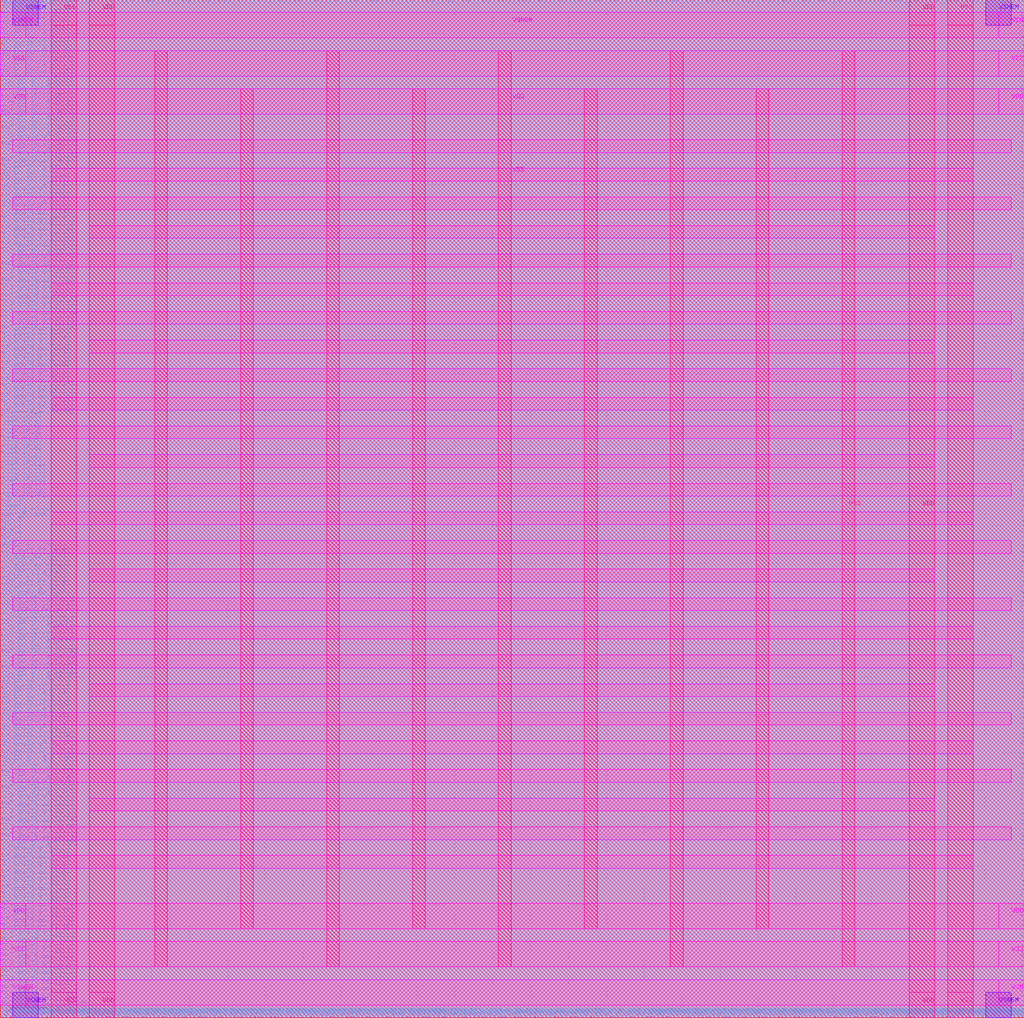
<source format=lef>
###############################################################
#  Generated by:      Cadence Innovus 20.13-s083_1
#  OS:                Linux x86_64(Host ID r6cad-tsmc40r.stanford.edu)
#  Generated on:      Mon May 24 18:19:35 2021
#  Design:            pe_tile_new_unq1
#  Command:           write_lef_abstract -specifyTopLayer 5 -PGPinLayers {6 7} -noCutObs -stripePin results/pe_tile_new_unq1.lef
###############################################################

VERSION 5.8 ;

BUSBITCHARS "[]" ;
DIVIDERCHAR "/" ;

MACRO pe_tile_new_unq1
  CLASS BLOCK ;
  SIZE 135.100000 BY 134.400000 ;
  FOREIGN pe_tile_new_unq1 0.000000 0.000000 ;
  ORIGIN 0 0 ;
  SYMMETRY X Y R90 ;
  PIN clk_in
    DIRECTION INPUT ;
    USE SIGNAL ;
    ANTENNAPARTIALMETALAREA 1.45285 LAYER M4  ;
    ANTENNAPARTIALMETALSIDEAREA 5.8506 LAYER M4  ;
    ANTENNAMODEL OXIDE1 ;
    ANTENNAGATEAREA 0.38 LAYER M4  ;
    ANTENNAMAXAREACAR 4.87778 LAYER M4  ;
    ANTENNAMAXSIDEAREACAR 18.7412 LAYER M4  ;
    ANTENNAMAXCUTCAR 0.188462 LAYER VIA4  ;
    PORT
      LAYER M4 ;
        RECT 0.000000 67.725000 0.390000 67.795000 ;
    END
  END clk_in
  PIN config_addr[31]
    DIRECTION INPUT ;
    USE SIGNAL ;
    ANTENNAPARTIALMETALAREA 0.4032 LAYER M4  ;
    ANTENNAPARTIALMETALSIDEAREA 1.6324 LAYER M4  ;
    ANTENNAMODEL OXIDE1 ;
    ANTENNAGATEAREA 0.016 LAYER M4  ;
    ANTENNAMAXAREACAR 130.113 LAYER M4  ;
    ANTENNAMAXSIDEAREACAR 512.581 LAYER M4  ;
    ANTENNAPARTIALCUTAREA 0.0098 LAYER VIA4  ;
    ANTENNAMAXCUTCAR 3.0625 LAYER VIA4  ;
    ANTENNAPARTIALMETALAREA 1.6898 LAYER M5  ;
    ANTENNAPARTIALMETALSIDEAREA 6.6976 LAYER M5  ;
    ANTENNAGATEAREA 0.272 LAYER M5  ;
    ANTENNAMAXAREACAR 136.325 LAYER M5  ;
    ANTENNAMAXSIDEAREACAR 537.205 LAYER M5  ;
    ANTENNAMAXCUTCAR 3.675 LAYER VIA5  ;
    PORT
      LAYER M4 ;
        RECT 134.710000 60.165000 135.100000 60.235000 ;
    END
  END config_addr[31]
  PIN config_addr[30]
    DIRECTION INPUT ;
    USE SIGNAL ;
    ANTENNAPARTIALMETALAREA 0.588 LAYER M4  ;
    ANTENNAPARTIALMETALSIDEAREA 2.338 LAYER M4  ;
    ANTENNAMODEL OXIDE1 ;
    ANTENNAGATEAREA 0.016 LAYER M4  ;
    ANTENNAMAXAREACAR 135.1 LAYER M4  ;
    ANTENNAMAXSIDEAREACAR 535.681 LAYER M4  ;
    ANTENNAPARTIALCUTAREA 0.0098 LAYER VIA4  ;
    ANTENNAMAXCUTCAR 2.75625 LAYER VIA4  ;
    ANTENNAPARTIALMETALAREA 2.5536 LAYER M5  ;
    ANTENNAPARTIALMETALSIDEAREA 10.1864 LAYER M5  ;
    ANTENNAGATEAREA 0.272 LAYER M5  ;
    ANTENNAMAXAREACAR 144.488 LAYER M5  ;
    ANTENNAMAXSIDEAREACAR 573.131 LAYER M5  ;
    ANTENNAMAXCUTCAR 2.75625 LAYER VIA5  ;
    PORT
      LAYER M4 ;
        RECT 134.710000 60.865000 135.100000 60.935000 ;
    END
  END config_addr[30]
  PIN config_addr[29]
    DIRECTION INPUT ;
    USE SIGNAL ;
    ANTENNAPARTIALMETALAREA 0.1078 LAYER M4  ;
    ANTENNAPARTIALMETALSIDEAREA 0.4172 LAYER M4  ;
    ANTENNAMODEL OXIDE1 ;
    ANTENNAGATEAREA 0.016 LAYER M4  ;
    ANTENNAMAXAREACAR 15.925 LAYER M4  ;
    ANTENNAMAXSIDEAREACAR 61.4 LAYER M4  ;
    ANTENNAPARTIALCUTAREA 0.0098 LAYER VIA4  ;
    ANTENNAMAXCUTCAR 2.45 LAYER VIA4  ;
    ANTENNAPARTIALMETALAREA 2.4976 LAYER M5  ;
    ANTENNAPARTIALMETALSIDEAREA 9.8672 LAYER M5  ;
    ANTENNAGATEAREA 0.272 LAYER M5  ;
    ANTENNAMAXAREACAR 58.2699 LAYER M5  ;
    ANTENNAMAXSIDEAREACAR 228.226 LAYER M5  ;
    ANTENNAMAXCUTCAR 3.0625 LAYER VIA5  ;
    PORT
      LAYER M4 ;
        RECT 134.710000 61.565000 135.100000 61.635000 ;
    END
  END config_addr[29]
  PIN config_addr[28]
    DIRECTION INPUT ;
    USE SIGNAL ;
    ANTENNAPARTIALMETALAREA 0.854 LAYER M4  ;
    ANTENNAPARTIALMETALSIDEAREA 3.4356 LAYER M4  ;
    ANTENNAMODEL OXIDE1 ;
    ANTENNAGATEAREA 0.016 LAYER M4  ;
    ANTENNAMAXAREACAR 142.691 LAYER M4  ;
    ANTENNAMAXSIDEAREACAR 570.741 LAYER M4  ;
    ANTENNAPARTIALCUTAREA 0.0098 LAYER VIA4  ;
    ANTENNAMAXCUTCAR 2.75625 LAYER VIA4  ;
    ANTENNAPARTIALMETALAREA 2.1749 LAYER M5  ;
    ANTENNAPARTIALMETALSIDEAREA 8.5568 LAYER M5  ;
    ANTENNAGATEAREA 0.452 LAYER M5  ;
    ANTENNAMAXAREACAR 147.502 LAYER M5  ;
    ANTENNAMAXSIDEAREACAR 589.672 LAYER M5  ;
    ANTENNAMAXCUTCAR 2.77083 LAYER VIA5  ;
    PORT
      LAYER M4 ;
        RECT 134.710000 62.265000 135.100000 62.335000 ;
    END
  END config_addr[28]
  PIN config_addr[27]
    DIRECTION INPUT ;
    USE SIGNAL ;
    ANTENNAPARTIALMETALAREA 0.6237 LAYER M4  ;
    ANTENNAPARTIALMETALSIDEAREA 2.52 LAYER M4  ;
    ANTENNAMODEL OXIDE1 ;
    ANTENNAGATEAREA 0.17 LAYER M4  ;
    ANTENNAMAXAREACAR 251.047 LAYER M4  ;
    ANTENNAMAXSIDEAREACAR 983.414 LAYER M4  ;
    ANTENNAPARTIALCUTAREA 0.0294 LAYER VIA4  ;
    ANTENNAMAXCUTCAR 3.5195 LAYER VIA4  ;
    ANTENNAPARTIALMETALAREA 2.4591 LAYER M5  ;
    ANTENNAPARTIALMETALSIDEAREA 9.6936 LAYER M5  ;
    ANTENNAGATEAREA 0.42 LAYER M5  ;
    ANTENNAMAXAREACAR 256.902 LAYER M5  ;
    ANTENNAMAXSIDEAREACAR 1006.49 LAYER M5  ;
    ANTENNAMAXCUTCAR 3.5195 LAYER VIA5  ;
    PORT
      LAYER M4 ;
        RECT 134.710000 62.965000 135.100000 63.035000 ;
    END
  END config_addr[27]
  PIN config_addr[26]
    DIRECTION INPUT ;
    USE SIGNAL ;
    ANTENNAPARTIALMETALAREA 0.1974 LAYER M4  ;
    ANTENNAPARTIALMETALSIDEAREA 0.8092 LAYER M4  ;
    ANTENNAMODEL OXIDE1 ;
    ANTENNAGATEAREA 0.016 LAYER M4  ;
    ANTENNAMAXAREACAR 109.178 LAYER M4  ;
    ANTENNAMAXSIDEAREACAR 431.569 LAYER M4  ;
    ANTENNAPARTIALCUTAREA 0.0098 LAYER VIA4  ;
    ANTENNAMAXCUTCAR 3.0625 LAYER VIA4  ;
    ANTENNAPARTIALMETALAREA 3.1759 LAYER M5  ;
    ANTENNAPARTIALMETALSIDEAREA 12.5608 LAYER M5  ;
    ANTENNAGATEAREA 0.404 LAYER M5  ;
    ANTENNAMAXAREACAR 117.039 LAYER M5  ;
    ANTENNAMAXSIDEAREACAR 462.66 LAYER M5  ;
    ANTENNAMAXCUTCAR 3.0625 LAYER VIA5  ;
    PORT
      LAYER M4 ;
        RECT 134.710000 63.525000 135.100000 63.595000 ;
    END
  END config_addr[26]
  PIN config_addr[25]
    DIRECTION INPUT ;
    USE SIGNAL ;
    ANTENNAPARTIALMETALAREA 0.8134 LAYER M4  ;
    ANTENNAPARTIALMETALSIDEAREA 3.2396 LAYER M4  ;
    ANTENNAMODEL OXIDE1 ;
    ANTENNAGATEAREA 0.016 LAYER M4  ;
    ANTENNAMAXAREACAR 151.25 LAYER M4  ;
    ANTENNAMAXSIDEAREACAR 598.825 LAYER M4  ;
    ANTENNAPARTIALCUTAREA 0.0098 LAYER VIA4  ;
    ANTENNAMAXCUTCAR 3.36875 LAYER VIA4  ;
    ANTENNAPARTIALMETALAREA 2.2246 LAYER M5  ;
    ANTENNAPARTIALMETALSIDEAREA 8.8228 LAYER M5  ;
    ANTENNAGATEAREA 0.43 LAYER M5  ;
    ANTENNAMAXAREACAR 156.423 LAYER M5  ;
    ANTENNAMAXSIDEAREACAR 619.343 LAYER M5  ;
    ANTENNAMAXCUTCAR 3.36875 LAYER VIA5  ;
    PORT
      LAYER M4 ;
        RECT 134.710000 64.225000 135.100000 64.295000 ;
    END
  END config_addr[25]
  PIN config_addr[24]
    DIRECTION INPUT ;
    USE SIGNAL ;
    ANTENNAPARTIALMETALAREA 0.0497 LAYER M4  ;
    ANTENNAPARTIALMETALSIDEAREA 0.1652 LAYER M4  ;
    ANTENNAPARTIALCUTAREA 0.0098 LAYER VIA4  ;
    ANTENNAPARTIALMETALAREA 4.851 LAYER M5  ;
    ANTENNAPARTIALMETALSIDEAREA 19.0764 LAYER M5  ;
    ANTENNAMODEL OXIDE1 ;
    ANTENNAGATEAREA 0.66 LAYER M5  ;
    ANTENNAMAXAREACAR 171.828 LAYER M5  ;
    ANTENNAMAXSIDEAREACAR 685.919 LAYER M5  ;
    ANTENNAMAXCUTCAR 3.36875 LAYER VIA5  ;
    PORT
      LAYER M4 ;
        RECT 134.710000 64.925000 135.100000 64.995000 ;
    END
  END config_addr[24]
  PIN config_addr[23]
    DIRECTION INPUT ;
    USE SIGNAL ;
    ANTENNAPARTIALMETALAREA 0.0217 LAYER M4  ;
    ANTENNAPARTIALMETALSIDEAREA 0.0868 LAYER M4  ;
    ANTENNAMODEL OXIDE1 ;
    ANTENNAGATEAREA 0.016 LAYER M4  ;
    ANTENNAMAXAREACAR 97.3438 LAYER M4  ;
    ANTENNAMAXSIDEAREACAR 388.128 LAYER M4  ;
    ANTENNAMAXCUTCAR 1.8375 LAYER VIA4  ;
    PORT
      LAYER M4 ;
        RECT 134.710000 65.625000 135.100000 65.695000 ;
    END
  END config_addr[23]
  PIN config_addr[22]
    DIRECTION INPUT ;
    USE SIGNAL ;
    ANTENNAPARTIALMETALAREA 0.0217 LAYER M4  ;
    ANTENNAPARTIALMETALSIDEAREA 0.0868 LAYER M4  ;
    ANTENNAMODEL OXIDE1 ;
    ANTENNAGATEAREA 0.016 LAYER M4  ;
    ANTENNAMAXAREACAR 91.7 LAYER M4  ;
    ANTENNAMAXSIDEAREACAR 365.375 LAYER M4  ;
    ANTENNAMAXCUTCAR 1.8375 LAYER VIA4  ;
    PORT
      LAYER M4 ;
        RECT 134.710000 66.185000 135.100000 66.255000 ;
    END
  END config_addr[22]
  PIN config_addr[21]
    DIRECTION INPUT ;
    USE SIGNAL ;
    ANTENNAPARTIALMETALAREA 0.0217 LAYER M4  ;
    ANTENNAPARTIALMETALSIDEAREA 0.0868 LAYER M4  ;
    ANTENNAMODEL OXIDE1 ;
    ANTENNAGATEAREA 0.016 LAYER M4  ;
    ANTENNAMAXAREACAR 89.2063 LAYER M4  ;
    ANTENNAMAXSIDEAREACAR 350.356 LAYER M4  ;
    ANTENNAMAXCUTCAR 1.8375 LAYER VIA4  ;
    PORT
      LAYER M4 ;
        RECT 134.710000 66.885000 135.100000 66.955000 ;
    END
  END config_addr[21]
  PIN config_addr[20]
    DIRECTION INPUT ;
    USE SIGNAL ;
    ANTENNAPARTIALMETALAREA 0.0217 LAYER M4  ;
    ANTENNAPARTIALMETALSIDEAREA 0.0868 LAYER M4  ;
    ANTENNAMODEL OXIDE1 ;
    ANTENNAGATEAREA 0.016 LAYER M4  ;
    ANTENNAMAXAREACAR 88.4625 LAYER M4  ;
    ANTENNAMAXSIDEAREACAR 350.325 LAYER M4  ;
    ANTENNAMAXCUTCAR 1.53125 LAYER VIA4  ;
    PORT
      LAYER M4 ;
        RECT 134.710000 67.585000 135.100000 67.655000 ;
    END
  END config_addr[20]
  PIN config_addr[19]
    DIRECTION INPUT ;
    USE SIGNAL ;
    ANTENNAPARTIALMETALAREA 0.03115 LAYER M4  ;
    ANTENNAPARTIALMETALSIDEAREA 0.1246 LAYER M4  ;
    ANTENNAPARTIALCUTAREA 0.0098 LAYER VIA4  ;
    ANTENNAPARTIALMETALAREA 2.3401 LAYER M5  ;
    ANTENNAPARTIALMETALSIDEAREA 9.3464 LAYER M5  ;
    ANTENNAMODEL OXIDE1 ;
    ANTENNAGATEAREA 0.058 LAYER M5  ;
    ANTENNAMAXAREACAR 73.7165 LAYER M5  ;
    ANTENNAMAXSIDEAREACAR 295.555 LAYER M5  ;
    ANTENNAMAXCUTCAR 2.22823 LAYER VIA5  ;
    PORT
      LAYER M4 ;
        RECT 134.710000 68.285000 135.100000 68.355000 ;
    END
  END config_addr[19]
  PIN config_addr[18]
    DIRECTION INPUT ;
    USE SIGNAL ;
    ANTENNAPARTIALMETALAREA 0.5404 LAYER M4  ;
    ANTENNAPARTIALMETALSIDEAREA 2.1812 LAYER M4  ;
    ANTENNAPARTIALCUTAREA 0.0098 LAYER VIA4  ;
    ANTENNAPARTIALMETALAREA 3.1906 LAYER M5  ;
    ANTENNAPARTIALMETALSIDEAREA 12.7344 LAYER M5  ;
    ANTENNAMODEL OXIDE1 ;
    ANTENNAGATEAREA 0.17 LAYER M5  ;
    ANTENNAMAXAREACAR 50.7604 LAYER M5  ;
    ANTENNAMAXSIDEAREACAR 200.189 LAYER M5  ;
    ANTENNAMAXCUTCAR 2.47734 LAYER VIA5  ;
    PORT
      LAYER M4 ;
        RECT 134.710000 68.845000 135.100000 68.915000 ;
    END
  END config_addr[18]
  PIN config_addr[17]
    DIRECTION INPUT ;
    USE SIGNAL ;
    ANTENNAPARTIALMETALAREA 0.0315 LAYER M4  ;
    ANTENNAPARTIALMETALSIDEAREA 0.126 LAYER M4  ;
    ANTENNAPARTIALCUTAREA 0.0098 LAYER VIA4  ;
    ANTENNAPARTIALMETALAREA 2.7797 LAYER M5  ;
    ANTENNAPARTIALMETALSIDEAREA 11.0712 LAYER M5  ;
    ANTENNAMODEL OXIDE1 ;
    ANTENNAGATEAREA 0.09 LAYER M5  ;
    ANTENNAMAXAREACAR 81.4017 LAYER M5  ;
    ANTENNAMAXSIDEAREACAR 321.761 LAYER M5  ;
    ANTENNAMAXCUTCAR 2.05528 LAYER VIA5  ;
    PORT
      LAYER M4 ;
        RECT 134.710000 69.545000 135.100000 69.615000 ;
    END
  END config_addr[17]
  PIN config_addr[16]
    DIRECTION INPUT ;
    USE SIGNAL ;
    ANTENNAPARTIALMETALAREA 0.2646 LAYER M4  ;
    ANTENNAPARTIALMETALSIDEAREA 1.0444 LAYER M4  ;
    ANTENNAMODEL OXIDE1 ;
    ANTENNAGATEAREA 0.128 LAYER M4  ;
    ANTENNAMAXAREACAR 44.7535 LAYER M4  ;
    ANTENNAMAXSIDEAREACAR 177.47 LAYER M4  ;
    ANTENNAMAXCUTCAR 1.91406 LAYER VIA4  ;
    PORT
      LAYER M4 ;
        RECT 134.710000 70.245000 135.100000 70.315000 ;
    END
  END config_addr[16]
  PIN config_addr[15]
    DIRECTION INPUT ;
    USE SIGNAL ;
    ANTENNAPARTIALMETALAREA 0.0217 LAYER M4  ;
    ANTENNAPARTIALMETALSIDEAREA 0.0868 LAYER M4  ;
    ANTENNAMODEL OXIDE1 ;
    ANTENNAGATEAREA 0.016 LAYER M4  ;
    ANTENNAMAXAREACAR 91.5687 LAYER M4  ;
    ANTENNAMAXSIDEAREACAR 359.928 LAYER M4  ;
    ANTENNAMAXCUTCAR 1.8375 LAYER VIA4  ;
    PORT
      LAYER M4 ;
        RECT 134.710000 70.945000 135.100000 71.015000 ;
    END
  END config_addr[15]
  PIN config_addr[14]
    DIRECTION INPUT ;
    USE SIGNAL ;
    ANTENNAPARTIALMETALAREA 0.0399 LAYER M4  ;
    ANTENNAPARTIALMETALSIDEAREA 0.126 LAYER M4  ;
    ANTENNAMODEL OXIDE1 ;
    ANTENNAGATEAREA 0.016 LAYER M4  ;
    ANTENNAMAXAREACAR 93.0344 LAYER M4  ;
    ANTENNAMAXSIDEAREACAR 362.816 LAYER M4  ;
    ANTENNAMAXCUTCAR 1.8375 LAYER VIA4  ;
    PORT
      LAYER M4 ;
        RECT 134.710000 71.505000 135.100000 71.575000 ;
    END
  END config_addr[14]
  PIN config_addr[13]
    DIRECTION INPUT ;
    USE SIGNAL ;
    ANTENNAPARTIALMETALAREA 0.15855 LAYER M4  ;
    ANTENNAPARTIALMETALSIDEAREA 0.6342 LAYER M4  ;
    ANTENNAMODEL OXIDE1 ;
    ANTENNAGATEAREA 0.016 LAYER M4  ;
    ANTENNAMAXAREACAR 102.572 LAYER M4  ;
    ANTENNAMAXSIDEAREACAR 403.941 LAYER M4  ;
    ANTENNAMAXCUTCAR 1.8375 LAYER VIA4  ;
    PORT
      LAYER M4 ;
        RECT 134.710000 72.205000 135.100000 72.275000 ;
    END
  END config_addr[13]
  PIN config_addr[12]
    DIRECTION INPUT ;
    USE SIGNAL ;
    ANTENNAPARTIALMETALAREA 0.2177 LAYER M4  ;
    ANTENNAPARTIALMETALSIDEAREA 0.8708 LAYER M4  ;
    ANTENNAMODEL OXIDE1 ;
    ANTENNAGATEAREA 0.032 LAYER M4  ;
    ANTENNAMAXAREACAR 53.6266 LAYER M4  ;
    ANTENNAMAXSIDEAREACAR 211.994 LAYER M4  ;
    ANTENNAMAXCUTCAR 1.225 LAYER VIA4  ;
    PORT
      LAYER M4 ;
        RECT 134.710000 72.905000 135.100000 72.975000 ;
    END
  END config_addr[12]
  PIN config_addr[11]
    DIRECTION INPUT ;
    USE SIGNAL ;
    ANTENNAPARTIALMETALAREA 0.168 LAYER M4  ;
    ANTENNAPARTIALMETALSIDEAREA 0.6916 LAYER M4  ;
    ANTENNAMODEL OXIDE1 ;
    ANTENNAGATEAREA 0.016 LAYER M4  ;
    ANTENNAMAXAREACAR 20.475 LAYER M4  ;
    ANTENNAMAXSIDEAREACAR 76.7781 LAYER M4  ;
    ANTENNAMAXCUTCAR 1.8375 LAYER VIA4  ;
    PORT
      LAYER M4 ;
        RECT 134.710000 73.605000 135.100000 73.675000 ;
    END
  END config_addr[11]
  PIN config_addr[10]
    DIRECTION INPUT ;
    USE SIGNAL ;
    ANTENNAPARTIALMETALAREA 0.0217 LAYER M4  ;
    ANTENNAPARTIALMETALSIDEAREA 0.0868 LAYER M4  ;
    ANTENNAMODEL OXIDE1 ;
    ANTENNAGATEAREA 0.032 LAYER M4  ;
    ANTENNAMAXAREACAR 42.9703 LAYER M4  ;
    ANTENNAMAXSIDEAREACAR 170.764 LAYER M4  ;
    ANTENNAMAXCUTCAR 0.91875 LAYER VIA4  ;
    PORT
      LAYER M4 ;
        RECT 134.710000 74.305000 135.100000 74.375000 ;
    END
  END config_addr[10]
  PIN config_addr[9]
    DIRECTION INPUT ;
    USE SIGNAL ;
    ANTENNAPARTIALMETALAREA 0.1828 LAYER M4  ;
    ANTENNAPARTIALMETALSIDEAREA 0.6832 LAYER M4  ;
    ANTENNAMODEL OXIDE1 ;
    ANTENNAGATEAREA 0.032 LAYER M4  ;
    ANTENNAMAXAREACAR 48.5219 LAYER M4  ;
    ANTENNAMAXSIDEAREACAR 191.02 LAYER M4  ;
    ANTENNAMAXCUTCAR 0.91875 LAYER VIA4  ;
    PORT
      LAYER M4 ;
        RECT 134.710000 74.865000 135.100000 74.935000 ;
    END
  END config_addr[9]
  PIN config_addr[8]
    DIRECTION INPUT ;
    USE SIGNAL ;
    ANTENNAPARTIALMETALAREA 0.0217 LAYER M4  ;
    ANTENNAPARTIALMETALSIDEAREA 0.0868 LAYER M4  ;
    ANTENNAMODEL OXIDE1 ;
    ANTENNAGATEAREA 0.032 LAYER M4  ;
    ANTENNAMAXAREACAR 51.6578 LAYER M4  ;
    ANTENNAMAXSIDEAREACAR 203.116 LAYER M4  ;
    ANTENNAMAXCUTCAR 1.53125 LAYER VIA4  ;
    PORT
      LAYER M4 ;
        RECT 134.710000 75.565000 135.100000 75.635000 ;
    END
  END config_addr[8]
  PIN config_addr[7]
    DIRECTION INPUT ;
    USE SIGNAL ;
    ANTENNAPARTIALMETALAREA 0.0217 LAYER M4  ;
    ANTENNAPARTIALMETALSIDEAREA 0.0868 LAYER M4  ;
    ANTENNAMODEL OXIDE1 ;
    ANTENNAGATEAREA 0.016 LAYER M4  ;
    ANTENNAMAXAREACAR 95.8562 LAYER M4  ;
    ANTENNAMAXSIDEAREACAR 377.078 LAYER M4  ;
    ANTENNAMAXCUTCAR 1.8375 LAYER VIA4  ;
    PORT
      LAYER M4 ;
        RECT 134.710000 76.265000 135.100000 76.335000 ;
    END
  END config_addr[7]
  PIN config_addr[6]
    DIRECTION INPUT ;
    USE SIGNAL ;
    ANTENNAPARTIALMETALAREA 0.0217 LAYER M4  ;
    ANTENNAPARTIALMETALSIDEAREA 0.0868 LAYER M4  ;
    ANTENNAMODEL OXIDE1 ;
    ANTENNAGATEAREA 0.016 LAYER M4  ;
    ANTENNAMAXAREACAR 89.6438 LAYER M4  ;
    ANTENNAMAXSIDEAREACAR 352.228 LAYER M4  ;
    ANTENNAMAXCUTCAR 1.8375 LAYER VIA4  ;
    PORT
      LAYER M4 ;
        RECT 134.710000 76.965000 135.100000 77.035000 ;
    END
  END config_addr[6]
  PIN config_addr[5]
    DIRECTION INPUT ;
    USE SIGNAL ;
    ANTENNAPARTIALMETALAREA 0.0217 LAYER M4  ;
    ANTENNAPARTIALMETALSIDEAREA 0.0868 LAYER M4  ;
    ANTENNAMODEL OXIDE1 ;
    ANTENNAGATEAREA 0.016 LAYER M4  ;
    ANTENNAMAXAREACAR 90.9563 LAYER M4  ;
    ANTENNAMAXSIDEAREACAR 357.478 LAYER M4  ;
    ANTENNAMAXCUTCAR 1.8375 LAYER VIA4  ;
    PORT
      LAYER M4 ;
        RECT 134.710000 77.525000 135.100000 77.595000 ;
    END
  END config_addr[5]
  PIN config_addr[4]
    DIRECTION INPUT ;
    USE SIGNAL ;
    ANTENNAPARTIALMETALAREA 0.0217 LAYER M4  ;
    ANTENNAPARTIALMETALSIDEAREA 0.0868 LAYER M4  ;
    ANTENNAMODEL OXIDE1 ;
    ANTENNAGATEAREA 0.016 LAYER M4  ;
    ANTENNAMAXAREACAR 103.141 LAYER M4  ;
    ANTENNAMAXSIDEAREACAR 406.216 LAYER M4  ;
    ANTENNAMAXCUTCAR 1.8375 LAYER VIA4  ;
    PORT
      LAYER M4 ;
        RECT 134.710000 78.225000 135.100000 78.295000 ;
    END
  END config_addr[4]
  PIN config_addr[3]
    DIRECTION INPUT ;
    USE SIGNAL ;
    ANTENNAPARTIALMETALAREA 0.0217 LAYER M4  ;
    ANTENNAPARTIALMETALSIDEAREA 0.0868 LAYER M4  ;
    ANTENNAMODEL OXIDE1 ;
    ANTENNAGATEAREA 0.016 LAYER M4  ;
    ANTENNAMAXAREACAR 96.9938 LAYER M4  ;
    ANTENNAMAXSIDEAREACAR 381.628 LAYER M4  ;
    ANTENNAMAXCUTCAR 1.8375 LAYER VIA4  ;
    PORT
      LAYER M4 ;
        RECT 134.710000 78.925000 135.100000 78.995000 ;
    END
  END config_addr[3]
  PIN config_addr[2]
    DIRECTION INPUT ;
    USE SIGNAL ;
    ANTENNAPARTIALMETALAREA 0.0217 LAYER M4  ;
    ANTENNAPARTIALMETALSIDEAREA 0.0868 LAYER M4  ;
    ANTENNAMODEL OXIDE1 ;
    ANTENNAGATEAREA 0.016 LAYER M4  ;
    ANTENNAMAXAREACAR 93.4062 LAYER M4  ;
    ANTENNAMAXSIDEAREACAR 367.278 LAYER M4  ;
    ANTENNAMAXCUTCAR 1.8375 LAYER VIA4  ;
    PORT
      LAYER M4 ;
        RECT 134.710000 79.625000 135.100000 79.695000 ;
    END
  END config_addr[2]
  PIN config_addr[1]
    DIRECTION INPUT ;
    USE SIGNAL ;
    ANTENNAPARTIALMETALAREA 0.0217 LAYER M4  ;
    ANTENNAPARTIALMETALSIDEAREA 0.0868 LAYER M4  ;
    ANTENNAMODEL OXIDE1 ;
    ANTENNAGATEAREA 0.016 LAYER M4  ;
    ANTENNAMAXAREACAR 89.0312 LAYER M4  ;
    ANTENNAMAXSIDEAREACAR 349.778 LAYER M4  ;
    ANTENNAMAXCUTCAR 1.8375 LAYER VIA4  ;
    PORT
      LAYER M4 ;
        RECT 134.710000 80.185000 135.100000 80.255000 ;
    END
  END config_addr[1]
  PIN config_addr[0]
    DIRECTION INPUT ;
    USE SIGNAL ;
    ANTENNAPARTIALMETALAREA 0.0315 LAYER M4  ;
    ANTENNAPARTIALMETALSIDEAREA 0.126 LAYER M4  ;
    ANTENNAMODEL OXIDE1 ;
    ANTENNAGATEAREA 0.016 LAYER M4  ;
    ANTENNAMAXAREACAR 94.5875 LAYER M4  ;
    ANTENNAMAXSIDEAREACAR 375.328 LAYER M4  ;
    ANTENNAMAXCUTCAR 1.53125 LAYER VIA4  ;
    PORT
      LAYER M4 ;
        RECT 134.710000 80.885000 135.100000 80.955000 ;
    END
  END config_addr[0]
  PIN config_data[31]
    DIRECTION INPUT ;
    USE SIGNAL ;
    ANTENNAPARTIALMETALAREA 2.22915 LAYER M4  ;
    ANTENNAPARTIALMETALSIDEAREA 8.9026 LAYER M4  ;
    ANTENNAMODEL OXIDE1 ;
    ANTENNAGATEAREA 0.016 LAYER M4  ;
    ANTENNAMAXAREACAR 148.409 LAYER M4  ;
    ANTENNAMAXSIDEAREACAR 592.662 LAYER M4  ;
    ANTENNAPARTIALCUTAREA 0.0098 LAYER VIA4  ;
    ANTENNAMAXCUTCAR 2.45 LAYER VIA4  ;
    ANTENNAPARTIALMETALAREA 1.61 LAYER M5  ;
    ANTENNAPARTIALMETALSIDEAREA 6.3448 LAYER M5  ;
    ANTENNAGATEAREA 0.3004 LAYER M5  ;
    ANTENNAMAXAREACAR 153.769 LAYER M5  ;
    ANTENNAMAXSIDEAREACAR 613.784 LAYER M5  ;
    ANTENNAMAXCUTCAR 2.45 LAYER VIA5  ;
    PORT
      LAYER M4 ;
        RECT 74.515000 134.010000 74.585000 134.400000 ;
    END
  END config_data[31]
  PIN config_data[30]
    DIRECTION INPUT ;
    USE SIGNAL ;
    ANTENNAPARTIALMETALAREA 0.02625 LAYER M4  ;
    ANTENNAPARTIALMETALSIDEAREA 0.105 LAYER M4  ;
    ANTENNAPARTIALCUTAREA 0.0098 LAYER VIA4  ;
    ANTENNAPARTIALMETALAREA 2.786 LAYER M5  ;
    ANTENNAPARTIALMETALSIDEAREA 11.0488 LAYER M5  ;
    ANTENNAMODEL OXIDE1 ;
    ANTENNAGATEAREA 0.3004 LAYER M5  ;
    ANTENNAMAXAREACAR 83.673 LAYER M5  ;
    ANTENNAMAXSIDEAREACAR 332.673 LAYER M5  ;
    ANTENNAMAXCUTCAR 1.6279 LAYER VIA5  ;
    PORT
      LAYER M4 ;
        RECT 73.815000 134.010000 73.885000 134.400000 ;
    END
  END config_data[30]
  PIN config_data[29]
    DIRECTION INPUT ;
    USE SIGNAL ;
    ANTENNAPARTIALMETALAREA 1.40385 LAYER M4  ;
    ANTENNAPARTIALMETALSIDEAREA 5.5874 LAYER M4  ;
    ANTENNAMODEL OXIDE1 ;
    ANTENNAGATEAREA 0.0732 LAYER M4  ;
    ANTENNAMAXAREACAR 39.2787 LAYER M4  ;
    ANTENNAMAXSIDEAREACAR 153.738 LAYER M4  ;
    ANTENNAPARTIALCUTAREA 0.0196 LAYER VIA4  ;
    ANTENNAMAXCUTCAR 1.74044 LAYER VIA4  ;
    ANTENNAPARTIALMETALAREA 2.9491 LAYER M5  ;
    ANTENNAPARTIALMETALSIDEAREA 11.6536 LAYER M5  ;
    ANTENNAGATEAREA 0.3004 LAYER M5  ;
    ANTENNAMAXAREACAR 90.5174 LAYER M5  ;
    ANTENNAMAXSIDEAREACAR 357.069 LAYER M5  ;
    ANTENNAMAXCUTCAR 2.45 LAYER VIA5  ;
    PORT
      LAYER M4 ;
        RECT 73.115000 134.010000 73.185000 134.400000 ;
    END
  END config_data[29]
  PIN config_data[28]
    DIRECTION INPUT ;
    USE SIGNAL ;
    ANTENNAPARTIALMETALAREA 0.11445 LAYER M4  ;
    ANTENNAPARTIALMETALSIDEAREA 0.4578 LAYER M4  ;
    ANTENNAPARTIALCUTAREA 0.0098 LAYER VIA4  ;
    ANTENNAPARTIALMETALAREA 7.19705 LAYER M5  ;
    ANTENNAPARTIALMETALSIDEAREA 28.6174 LAYER M5  ;
    ANTENNAMODEL OXIDE1 ;
    ANTENNAGATEAREA 0.3004 LAYER M5  ;
    ANTENNAMAXAREACAR 117.413 LAYER M5  ;
    ANTENNAMAXSIDEAREACAR 465.14 LAYER M5  ;
    ANTENNAMAXCUTCAR 3.18729 LAYER VIA5  ;
    PORT
      LAYER M4 ;
        RECT 72.415000 134.010000 72.485000 134.400000 ;
    END
  END config_data[28]
  PIN config_data[27]
    DIRECTION INPUT ;
    USE SIGNAL ;
    ANTENNAPARTIALMETALAREA 0.06545 LAYER M4  ;
    ANTENNAPARTIALMETALSIDEAREA 0.2618 LAYER M4  ;
    ANTENNAPARTIALCUTAREA 0.0098 LAYER VIA4  ;
    ANTENNAPARTIALMETALAREA 2.6425 LAYER M5  ;
    ANTENNAPARTIALMETALSIDEAREA 10.5224 LAYER M5  ;
    ANTENNAMODEL OXIDE1 ;
    ANTENNAGATEAREA 0.3004 LAYER M5  ;
    ANTENNAMAXAREACAR 119.157 LAYER M5  ;
    ANTENNAMAXSIDEAREACAR 473.641 LAYER M5  ;
    ANTENNAMAXCUTCAR 2.48262 LAYER VIA5  ;
    PORT
      LAYER M4 ;
        RECT 71.855000 134.010000 71.925000 134.400000 ;
    END
  END config_data[27]
  PIN config_data[26]
    DIRECTION INPUT ;
    USE SIGNAL ;
    ANTENNAPARTIALMETALAREA 0.14385 LAYER M4  ;
    ANTENNAPARTIALMETALSIDEAREA 0.5754 LAYER M4  ;
    ANTENNAPARTIALCUTAREA 0.0098 LAYER VIA4  ;
    ANTENNAPARTIALMETALAREA 6.3896 LAYER M5  ;
    ANTENNAPARTIALMETALSIDEAREA 25.3064 LAYER M5  ;
    ANTENNAMODEL OXIDE1 ;
    ANTENNAGATEAREA 0.3004 LAYER M5  ;
    ANTENNAMAXAREACAR 125.527 LAYER M5  ;
    ANTENNAMAXSIDEAREACAR 500.135 LAYER M5  ;
    ANTENNAMAXCUTCAR 2.75247 LAYER VIA5  ;
    PORT
      LAYER M4 ;
        RECT 71.155000 134.010000 71.225000 134.400000 ;
    END
  END config_data[26]
  PIN config_data[25]
    DIRECTION INPUT ;
    USE SIGNAL ;
    ANTENNAPARTIALMETALAREA 0.08505 LAYER M4  ;
    ANTENNAPARTIALMETALSIDEAREA 0.3402 LAYER M4  ;
    ANTENNAPARTIALCUTAREA 0.0098 LAYER VIA4  ;
    ANTENNAPARTIALMETALAREA 3.3194 LAYER M5  ;
    ANTENNAPARTIALMETALSIDEAREA 13.1208 LAYER M5  ;
    ANTENNAMODEL OXIDE1 ;
    ANTENNAGATEAREA 0.3004 LAYER M5  ;
    ANTENNAMAXAREACAR 96.518 LAYER M5  ;
    ANTENNAMAXSIDEAREACAR 381.325 LAYER M5  ;
    ANTENNAMAXCUTCAR 2.26424 LAYER VIA5  ;
    PORT
      LAYER M4 ;
        RECT 70.455000 134.010000 70.525000 134.400000 ;
    END
  END config_data[25]
  PIN config_data[24]
    DIRECTION INPUT ;
    USE SIGNAL ;
    ANTENNAPARTIALMETALAREA 0.03605 LAYER M4  ;
    ANTENNAPARTIALMETALSIDEAREA 0.1442 LAYER M4  ;
    ANTENNAPARTIALCUTAREA 0.0098 LAYER VIA4  ;
    ANTENNAPARTIALMETALAREA 6.00775 LAYER M5  ;
    ANTENNAPARTIALMETALSIDEAREA 23.8126 LAYER M5  ;
    ANTENNAMODEL OXIDE1 ;
    ANTENNAGATEAREA 0.3004 LAYER M5  ;
    ANTENNAMAXAREACAR 94.234 LAYER M5  ;
    ANTENNAMAXSIDEAREACAR 371.854 LAYER M5  ;
    ANTENNAMAXCUTCAR 2.65149 LAYER VIA5  ;
    PORT
      LAYER M4 ;
        RECT 69.755000 134.010000 69.825000 134.400000 ;
    END
  END config_data[24]
  PIN config_data[23]
    DIRECTION INPUT ;
    USE SIGNAL ;
    ANTENNAPARTIALMETALAREA 0.99575 LAYER M4  ;
    ANTENNAPARTIALMETALSIDEAREA 4.0026 LAYER M4  ;
    ANTENNAPARTIALCUTAREA 0.0098 LAYER VIA4  ;
    ANTENNAPARTIALMETALAREA 5.67 LAYER M5  ;
    ANTENNAPARTIALMETALSIDEAREA 22.4896 LAYER M5  ;
    ANTENNAMODEL OXIDE1 ;
    ANTENNAGATEAREA 0.3004 LAYER M5  ;
    ANTENNAMAXAREACAR 77.3939 LAYER M5  ;
    ANTENNAMAXSIDEAREACAR 308.009 LAYER M5  ;
    ANTENNAMAXCUTCAR 1.77004 LAYER VIA5  ;
    PORT
      LAYER M4 ;
        RECT 69.055000 134.010000 69.125000 134.400000 ;
    END
  END config_data[23]
  PIN config_data[22]
    DIRECTION INPUT ;
    USE SIGNAL ;
    ANTENNAPARTIALMETALAREA 6.89535 LAYER M4  ;
    ANTENNAPARTIALMETALSIDEAREA 27.6318 LAYER M4  ;
    ANTENNAMODEL OXIDE1 ;
    ANTENNAGATEAREA 0.2844 LAYER M4  ;
    ANTENNAMAXAREACAR 47.1785 LAYER M4  ;
    ANTENNAMAXSIDEAREACAR 185.404 LAYER M4  ;
    ANTENNAPARTIALCUTAREA 0.0098 LAYER VIA4  ;
    ANTENNAMAXCUTCAR 1.64102 LAYER VIA4  ;
    ANTENNAPARTIALMETALAREA 0.4179 LAYER M5  ;
    ANTENNAPARTIALMETALSIDEAREA 1.624 LAYER M5  ;
    ANTENNAGATEAREA 0.3004 LAYER M5  ;
    ANTENNAMAXAREACAR 48.5696 LAYER M5  ;
    ANTENNAMAXSIDEAREACAR 190.811 LAYER M5  ;
    ANTENNAMAXCUTCAR 2.14375 LAYER VIA5  ;
    PORT
      LAYER M4 ;
        RECT 68.495000 134.010000 68.565000 134.400000 ;
    END
  END config_data[22]
  PIN config_data[21]
    DIRECTION INPUT ;
    USE SIGNAL ;
    ANTENNAPARTIALMETALAREA 1.9866 LAYER M4  ;
    ANTENNAPARTIALMETALSIDEAREA 7.9912 LAYER M4  ;
    ANTENNAMODEL OXIDE1 ;
    ANTENNAGATEAREA 0.1868 LAYER M4  ;
    ANTENNAMAXAREACAR 76.639 LAYER M4  ;
    ANTENNAMAXSIDEAREACAR 304.647 LAYER M4  ;
    ANTENNAPARTIALCUTAREA 0.0098 LAYER VIA4  ;
    ANTENNAMAXCUTCAR 2.4623 LAYER VIA4  ;
    ANTENNAPARTIALMETALAREA 1.8333 LAYER M5  ;
    ANTENNAPARTIALMETALSIDEAREA 7.224 LAYER M5  ;
    ANTENNAGATEAREA 0.3004 LAYER M5  ;
    ANTENNAMAXAREACAR 82.7419 LAYER M5  ;
    ANTENNAMAXSIDEAREACAR 328.695 LAYER M5  ;
    ANTENNAMAXCUTCAR 2.4623 LAYER VIA5  ;
    PORT
      LAYER M4 ;
        RECT 67.795000 134.010000 67.865000 134.400000 ;
    END
  END config_data[21]
  PIN config_data[20]
    DIRECTION INPUT ;
    USE SIGNAL ;
    ANTENNAPARTIALMETALAREA 2.75975 LAYER M4  ;
    ANTENNAPARTIALMETALSIDEAREA 11.0698 LAYER M4  ;
    ANTENNAMODEL OXIDE1 ;
    ANTENNAGATEAREA 0.2272 LAYER M4  ;
    ANTENNAMAXAREACAR 52.7186 LAYER M4  ;
    ANTENNAMAXSIDEAREACAR 207.866 LAYER M4  ;
    ANTENNAPARTIALCUTAREA 0.0147 LAYER VIA4  ;
    ANTENNAMAXCUTCAR 1.6193 LAYER VIA4  ;
    ANTENNAPARTIALMETALAREA 1.5148 LAYER M5  ;
    ANTENNAPARTIALMETALSIDEAREA 6.0312 LAYER M5  ;
    ANTENNAGATEAREA 0.3004 LAYER M5  ;
    ANTENNAMAXAREACAR 57.7613 LAYER M5  ;
    ANTENNAMAXSIDEAREACAR 227.943 LAYER M5  ;
    ANTENNAMAXCUTCAR 1.6193 LAYER VIA5  ;
    PORT
      LAYER M4 ;
        RECT 67.095000 134.010000 67.165000 134.400000 ;
    END
  END config_data[20]
  PIN config_data[19]
    DIRECTION INPUT ;
    USE SIGNAL ;
    ANTENNAPARTIALCUTAREA 0.0098 LAYER VIA4  ;
    ANTENNAPARTIALMETALAREA 5.6686 LAYER M5  ;
    ANTENNAPARTIALMETALSIDEAREA 22.4504 LAYER M5  ;
    ANTENNAMODEL OXIDE1 ;
    ANTENNAGATEAREA 0.3004 LAYER M5  ;
    ANTENNAMAXAREACAR 99.5208 LAYER M5  ;
    ANTENNAMAXSIDEAREACAR 392.897 LAYER M5  ;
    ANTENNAMAXCUTCAR 2.81148 LAYER VIA5  ;
    PORT
      LAYER M4 ;
        RECT 66.395000 134.010000 66.465000 134.400000 ;
    END
  END config_data[19]
  PIN config_data[18]
    DIRECTION INPUT ;
    USE SIGNAL ;
    ANTENNAPARTIALMETALAREA 4.61545 LAYER M4  ;
    ANTENNAPARTIALMETALSIDEAREA 18.4394 LAYER M4  ;
    ANTENNAMODEL OXIDE1 ;
    ANTENNAGATEAREA 0.1868 LAYER M4  ;
    ANTENNAMAXAREACAR 73.1921 LAYER M4  ;
    ANTENNAMAXSIDEAREACAR 288.669 LAYER M4  ;
    ANTENNAPARTIALCUTAREA 0.0196 LAYER VIA4  ;
    ANTENNAMAXCUTCAR 1.61107 LAYER VIA4  ;
    ANTENNAPARTIALMETALAREA 3.08385 LAYER M5  ;
    ANTENNAPARTIALMETALSIDEAREA 12.2318 LAYER M5  ;
    ANTENNAGATEAREA 0.3004 LAYER M5  ;
    ANTENNAMAXAREACAR 83.4579 LAYER M5  ;
    ANTENNAMAXSIDEAREACAR 329.387 LAYER M5  ;
    ANTENNAMAXCUTCAR 2.45 LAYER VIA5  ;
    PORT
      LAYER M4 ;
        RECT 65.835000 134.010000 65.905000 134.400000 ;
    END
  END config_data[18]
  PIN config_data[17]
    DIRECTION INPUT ;
    USE SIGNAL ;
    ANTENNAPARTIALMETALAREA 1.0178 LAYER M4  ;
    ANTENNAPARTIALMETALSIDEAREA 4.0628 LAYER M4  ;
    ANTENNAMODEL OXIDE1 ;
    ANTENNAGATEAREA 0.3004 LAYER M4  ;
    ANTENNAMAXAREACAR 86.6546 LAYER M4  ;
    ANTENNAMAXSIDEAREACAR 340.88 LAYER M4  ;
    ANTENNAMAXCUTCAR 1.98873 LAYER VIA4  ;
    PORT
      LAYER M4 ;
        RECT 65.135000 134.010000 65.205000 134.400000 ;
    END
  END config_data[17]
  PIN config_data[16]
    DIRECTION INPUT ;
    USE SIGNAL ;
    ANTENNAPARTIALMETALAREA 1.02445 LAYER M4  ;
    ANTENNAPARTIALMETALSIDEAREA 4.0642 LAYER M4  ;
    ANTENNAPARTIALCUTAREA 0.0098 LAYER VIA4  ;
    ANTENNAPARTIALMETALAREA 1.9145 LAYER M5  ;
    ANTENNAPARTIALMETALSIDEAREA 7.616 LAYER M5  ;
    ANTENNAMODEL OXIDE1 ;
    ANTENNAGATEAREA 0.3004 LAYER M5  ;
    ANTENNAMAXAREACAR 88.6333 LAYER M5  ;
    ANTENNAMAXSIDEAREACAR 348.579 LAYER M5  ;
    ANTENNAMAXCUTCAR 2.63624 LAYER VIA5  ;
    PORT
      LAYER M4 ;
        RECT 64.435000 134.010000 64.505000 134.400000 ;
    END
  END config_data[16]
  PIN config_data[15]
    DIRECTION INPUT ;
    USE SIGNAL ;
    ANTENNAPARTIALMETALAREA 2.30685 LAYER M4  ;
    ANTENNAPARTIALMETALSIDEAREA 9.233 LAYER M4  ;
    ANTENNAMODEL OXIDE1 ;
    ANTENNAGATEAREA 0.0488 LAYER M4  ;
    ANTENNAMAXAREACAR 126.391 LAYER M4  ;
    ANTENNAMAXSIDEAREACAR 501.041 LAYER M4  ;
    ANTENNAPARTIALCUTAREA 0.0196 LAYER VIA4  ;
    ANTENNAMAXCUTCAR 1.70697 LAYER VIA4  ;
    ANTENNAPARTIALMETALAREA 3.4146 LAYER M5  ;
    ANTENNAPARTIALMETALSIDEAREA 13.4456 LAYER M5  ;
    ANTENNAGATEAREA 0.3668 LAYER M5  ;
    ANTENNAMAXAREACAR 135.701 LAYER M5  ;
    ANTENNAMAXSIDEAREACAR 537.697 LAYER M5  ;
    ANTENNAMAXCUTCAR 3.21311 LAYER VIA5  ;
    PORT
      LAYER M4 ;
        RECT 63.735000 134.010000 63.805000 134.400000 ;
    END
  END config_data[15]
  PIN config_data[14]
    DIRECTION INPUT ;
    USE SIGNAL ;
    ANTENNAPARTIALMETALAREA 1.28345 LAYER M4  ;
    ANTENNAPARTIALMETALSIDEAREA 5.0582 LAYER M4  ;
    ANTENNAMODEL OXIDE1 ;
    ANTENNAGATEAREA 0.0732 LAYER M4  ;
    ANTENNAMAXAREACAR 83.7937 LAYER M4  ;
    ANTENNAMAXSIDEAREACAR 329.732 LAYER M4  ;
    ANTENNAPARTIALCUTAREA 0.0294 LAYER VIA4  ;
    ANTENNAMAXCUTCAR 2.14208 LAYER VIA4  ;
    ANTENNAPARTIALMETALAREA 3.47445 LAYER M5  ;
    ANTENNAPARTIALMETALSIDEAREA 13.8614 LAYER M5  ;
    ANTENNAGATEAREA 0.3668 LAYER M5  ;
    ANTENNAMAXAREACAR 93.266 LAYER M5  ;
    ANTENNAMAXSIDEAREACAR 367.968 LAYER M5  ;
    ANTENNAMAXCUTCAR 2.45 LAYER VIA5  ;
    PORT
      LAYER M4 ;
        RECT 63.035000 134.010000 63.105000 134.400000 ;
    END
  END config_data[14]
  PIN config_data[13]
    DIRECTION INPUT ;
    USE SIGNAL ;
    ANTENNAPARTIALMETALAREA 3.45485 LAYER M4  ;
    ANTENNAPARTIALMETALSIDEAREA 13.8782 LAYER M4  ;
    ANTENNAMODEL OXIDE1 ;
    ANTENNAGATEAREA 0.0404 LAYER M4  ;
    ANTENNAMAXAREACAR 251.393 LAYER M4  ;
    ANTENNAMAXSIDEAREACAR 998.575 LAYER M4  ;
    ANTENNAPARTIALCUTAREA 0.0294 LAYER VIA4  ;
    ANTENNAMAXCUTCAR 2.49548 LAYER VIA4  ;
    ANTENNAPARTIALMETALAREA 5.76415 LAYER M5  ;
    ANTENNAPARTIALMETALSIDEAREA 22.8718 LAYER M5  ;
    ANTENNAGATEAREA 0.3668 LAYER M5  ;
    ANTENNAMAXAREACAR 267.107 LAYER M5  ;
    ANTENNAMAXSIDEAREACAR 1060.93 LAYER M5  ;
    ANTENNAMAXCUTCAR 2.49548 LAYER VIA5  ;
    PORT
      LAYER M4 ;
        RECT 62.475000 134.010000 62.545000 134.400000 ;
    END
  END config_data[13]
  PIN config_data[12]
    DIRECTION INPUT ;
    USE SIGNAL ;
    ANTENNAPARTIALMETALAREA 4.67705 LAYER M4  ;
    ANTENNAPARTIALMETALSIDEAREA 18.753 LAYER M4  ;
    ANTENNAMODEL OXIDE1 ;
    ANTENNAGATEAREA 0.286 LAYER M4  ;
    ANTENNAMAXAREACAR 194.872 LAYER M4  ;
    ANTENNAMAXSIDEAREACAR 774.316 LAYER M4  ;
    ANTENNAPARTIALCUTAREA 0.0196 LAYER VIA4  ;
    ANTENNAMAXCUTCAR 1.67509 LAYER VIA4  ;
    ANTENNAPARTIALMETALAREA 2.36145 LAYER M5  ;
    ANTENNAPARTIALMETALSIDEAREA 9.3226 LAYER M5  ;
    ANTENNAGATEAREA 0.3668 LAYER M5  ;
    ANTENNAMAXAREACAR 201.31 LAYER M5  ;
    ANTENNAMAXSIDEAREACAR 799.732 LAYER M5  ;
    ANTENNAMAXCUTCAR 2.45 LAYER VIA5  ;
    PORT
      LAYER M4 ;
        RECT 61.775000 134.010000 61.845000 134.400000 ;
    END
  END config_data[12]
  PIN config_data[11]
    DIRECTION INPUT ;
    USE SIGNAL ;
    ANTENNAPARTIALMETALAREA 7.32655 LAYER M4  ;
    ANTENNAPARTIALMETALSIDEAREA 29.2362 LAYER M4  ;
    ANTENNAMODEL OXIDE1 ;
    ANTENNAGATEAREA 0.2188 LAYER M4  ;
    ANTENNAMAXAREACAR 261.778 LAYER M4  ;
    ANTENNAMAXSIDEAREACAR 1035.38 LAYER M4  ;
    ANTENNAPARTIALCUTAREA 0.0196 LAYER VIA4  ;
    ANTENNAMAXCUTCAR 3.15208 LAYER VIA4  ;
    ANTENNAPARTIALMETALAREA 2.32575 LAYER M5  ;
    ANTENNAPARTIALMETALSIDEAREA 9.2414 LAYER M5  ;
    ANTENNAGATEAREA 0.3668 LAYER M5  ;
    ANTENNAMAXAREACAR 268.119 LAYER M5  ;
    ANTENNAMAXSIDEAREACAR 1060.58 LAYER M5  ;
    ANTENNAMAXCUTCAR 3.15208 LAYER VIA5  ;
    PORT
      LAYER M4 ;
        RECT 61.075000 134.010000 61.145000 134.400000 ;
    END
  END config_data[11]
  PIN config_data[10]
    DIRECTION INPUT ;
    USE SIGNAL ;
    ANTENNAPARTIALMETALAREA 0.46725 LAYER M4  ;
    ANTENNAPARTIALMETALSIDEAREA 1.869 LAYER M4  ;
    ANTENNAPARTIALCUTAREA 0.0098 LAYER VIA4  ;
    ANTENNAPARTIALMETALAREA 6.6003 LAYER M5  ;
    ANTENNAPARTIALMETALSIDEAREA 26.2444 LAYER M5  ;
    ANTENNAMODEL OXIDE1 ;
    ANTENNAGATEAREA 0.3668 LAYER M5  ;
    ANTENNAMAXAREACAR 164.38 LAYER M5  ;
    ANTENNAMAXSIDEAREACAR 650.726 LAYER M5  ;
    ANTENNAMAXCUTCAR 3.54765 LAYER VIA5  ;
    PORT
      LAYER M4 ;
        RECT 60.375000 134.010000 60.445000 134.400000 ;
    END
  END config_data[10]
  PIN config_data[9]
    DIRECTION INPUT ;
    USE SIGNAL ;
    ANTENNAPARTIALMETALAREA 4.977 LAYER M4  ;
    ANTENNAPARTIALMETALSIDEAREA 19.8856 LAYER M4  ;
    ANTENNAMODEL OXIDE1 ;
    ANTENNAGATEAREA 0.2028 LAYER M4  ;
    ANTENNAMAXAREACAR 245.992 LAYER M4  ;
    ANTENNAMAXSIDEAREACAR 976.35 LAYER M4  ;
    ANTENNAPARTIALCUTAREA 0.0196 LAYER VIA4  ;
    ANTENNAMAXCUTCAR 2.10484 LAYER VIA4  ;
    ANTENNAPARTIALMETALAREA 2.2253 LAYER M5  ;
    ANTENNAPARTIALMETALSIDEAREA 8.792 LAYER M5  ;
    ANTENNAGATEAREA 0.3668 LAYER M5  ;
    ANTENNAMAXAREACAR 252.059 LAYER M5  ;
    ANTENNAMAXSIDEAREACAR 1000.32 LAYER M5  ;
    ANTENNAMAXCUTCAR 2.45 LAYER VIA5  ;
    PORT
      LAYER M4 ;
        RECT 59.675000 134.010000 59.745000 134.400000 ;
    END
  END config_data[9]
  PIN config_data[8]
    DIRECTION INPUT ;
    USE SIGNAL ;
    ANTENNAPARTIALCUTAREA 0.0098 LAYER VIA4  ;
    ANTENNAPARTIALMETALAREA 6.7151 LAYER M5  ;
    ANTENNAPARTIALMETALSIDEAREA 26.6756 LAYER M5  ;
    ANTENNAMODEL OXIDE1 ;
    ANTENNAGATEAREA 0.3668 LAYER M5  ;
    ANTENNAMAXAREACAR 118.729 LAYER M5  ;
    ANTENNAMAXSIDEAREACAR 468.507 LAYER M5  ;
    ANTENNAMAXCUTCAR 2.52222 LAYER VIA5  ;
    PORT
      LAYER M4 ;
        RECT 59.115000 134.010000 59.185000 134.400000 ;
    END
  END config_data[8]
  PIN config_data[7]
    DIRECTION INPUT ;
    USE SIGNAL ;
    ANTENNAPARTIALMETALAREA 3.4629 LAYER M4  ;
    ANTENNAPARTIALMETALSIDEAREA 13.9104 LAYER M4  ;
    ANTENNAMODEL OXIDE1 ;
    ANTENNAGATEAREA 0.0892 LAYER M4  ;
    ANTENNAMAXAREACAR 167.221 LAYER M4  ;
    ANTENNAMAXSIDEAREACAR 661.176 LAYER M4  ;
    ANTENNAPARTIALCUTAREA 0.0196 LAYER VIA4  ;
    ANTENNAMAXCUTCAR 2.05723 LAYER VIA4  ;
    ANTENNAPARTIALMETALAREA 6.07355 LAYER M5  ;
    ANTENNAPARTIALMETALSIDEAREA 24.0086 LAYER M5  ;
    ANTENNAGATEAREA 0.3744 LAYER M5  ;
    ANTENNAMAXAREACAR 183.443 LAYER M5  ;
    ANTENNAMAXSIDEAREACAR 725.301 LAYER M5  ;
    ANTENNAMAXCUTCAR 2.63631 LAYER VIA5  ;
    PORT
      LAYER M4 ;
        RECT 58.415000 134.010000 58.485000 134.400000 ;
    END
  END config_data[7]
  PIN config_data[6]
    DIRECTION INPUT ;
    USE SIGNAL ;
    ANTENNAPARTIALMETALAREA 0.71085 LAYER M4  ;
    ANTENNAPARTIALMETALSIDEAREA 2.8098 LAYER M4  ;
    ANTENNAPARTIALCUTAREA 0.0098 LAYER VIA4  ;
    ANTENNAPARTIALMETALAREA 9.4206 LAYER M5  ;
    ANTENNAPARTIALMETALSIDEAREA 37.4976 LAYER M5  ;
    ANTENNAMODEL OXIDE1 ;
    ANTENNAGATEAREA 0.3744 LAYER M5  ;
    ANTENNAMAXAREACAR 157.821 LAYER M5  ;
    ANTENNAMAXSIDEAREACAR 627.454 LAYER M5  ;
    ANTENNAMAXCUTCAR 3.98125 LAYER VIA5  ;
    PORT
      LAYER M4 ;
        RECT 57.715000 134.010000 57.785000 134.400000 ;
    END
  END config_data[6]
  PIN config_data[5]
    DIRECTION INPUT ;
    USE SIGNAL ;
    ANTENNAPARTIALMETALAREA 4.94235 LAYER M4  ;
    ANTENNAPARTIALMETALSIDEAREA 19.8086 LAYER M4  ;
    ANTENNAMODEL OXIDE1 ;
    ANTENNAGATEAREA 0.1052 LAYER M4  ;
    ANTENNAMAXAREACAR 245.294 LAYER M4  ;
    ANTENNAMAXSIDEAREACAR 974.844 LAYER M4  ;
    ANTENNAPARTIALCUTAREA 0.0196 LAYER VIA4  ;
    ANTENNAMAXCUTCAR 1.99369 LAYER VIA4  ;
    ANTENNAPARTIALMETALAREA 5.117 LAYER M5  ;
    ANTENNAPARTIALMETALSIDEAREA 20.1768 LAYER M5  ;
    ANTENNAGATEAREA 0.3744 LAYER M5  ;
    ANTENNAMAXAREACAR 258.961 LAYER M5  ;
    ANTENNAMAXSIDEAREACAR 1028.73 LAYER M5  ;
    ANTENNAMAXCUTCAR 2.45 LAYER VIA5  ;
    PORT
      LAYER M4 ;
        RECT 57.015000 134.010000 57.085000 134.400000 ;
    END
  END config_data[5]
  PIN config_data[4]
    DIRECTION INPUT ;
    USE SIGNAL ;
    ANTENNAPARTIALMETALAREA 5.76835 LAYER M4  ;
    ANTENNAPARTIALMETALSIDEAREA 23.0174 LAYER M4  ;
    ANTENNAMODEL OXIDE1 ;
    ANTENNAGATEAREA 0.154 LAYER M4  ;
    ANTENNAMAXAREACAR 161.952 LAYER M4  ;
    ANTENNAMAXSIDEAREACAR 642.727 LAYER M4  ;
    ANTENNAPARTIALCUTAREA 0.0294 LAYER VIA4  ;
    ANTENNAMAXCUTCAR 2.30897 LAYER VIA4  ;
    ANTENNAPARTIALMETALAREA 5.2192 LAYER M5  ;
    ANTENNAPARTIALMETALSIDEAREA 20.524 LAYER M5  ;
    ANTENNAGATEAREA 0.3744 LAYER M5  ;
    ANTENNAMAXAREACAR 175.892 LAYER M5  ;
    ANTENNAMAXSIDEAREACAR 697.545 LAYER M5  ;
    ANTENNAMAXCUTCAR 2.45 LAYER VIA5  ;
    PORT
      LAYER M4 ;
        RECT 56.315000 134.010000 56.385000 134.400000 ;
    END
  END config_data[4]
  PIN config_data[3]
    DIRECTION INPUT ;
    USE SIGNAL ;
    ANTENNAPARTIALMETALAREA 6.3784 LAYER M4  ;
    ANTENNAPARTIALMETALSIDEAREA 25.5108 LAYER M4  ;
    ANTENNAMODEL OXIDE1 ;
    ANTENNAGATEAREA 0.0968 LAYER M4  ;
    ANTENNAMAXAREACAR 163.027 LAYER M4  ;
    ANTENNAMAXSIDEAREACAR 648.129 LAYER M4  ;
    ANTENNAPARTIALCUTAREA 0.0294 LAYER VIA4  ;
    ANTENNAMAXCUTCAR 3.36622 LAYER VIA4  ;
    ANTENNAPARTIALMETALAREA 6.5527 LAYER M5  ;
    ANTENNAPARTIALMETALSIDEAREA 26.012 LAYER M5  ;
    ANTENNAGATEAREA 0.324 LAYER M5  ;
    ANTENNAMAXAREACAR 183.251 LAYER M5  ;
    ANTENNAMAXSIDEAREACAR 728.413 LAYER M5  ;
    ANTENNAMAXCUTCAR 3.36622 LAYER VIA5  ;
    PORT
      LAYER M4 ;
        RECT 55.755000 134.010000 55.825000 134.400000 ;
    END
  END config_data[3]
  PIN config_data[2]
    DIRECTION INPUT ;
    USE SIGNAL ;
    ANTENNAPARTIALMETALAREA 6.0781 LAYER M4  ;
    ANTENNAPARTIALMETALSIDEAREA 24.4104 LAYER M4  ;
    ANTENNAMODEL OXIDE1 ;
    ANTENNAGATEAREA 0.0648 LAYER M4  ;
    ANTENNAMAXAREACAR 130.273 LAYER M4  ;
    ANTENNAMAXSIDEAREACAR 515.329 LAYER M4  ;
    ANTENNAPARTIALCUTAREA 0.0294 LAYER VIA4  ;
    ANTENNAMAXCUTCAR 2.9037 LAYER VIA4  ;
    ANTENNAPARTIALMETALAREA 6.741 LAYER M5  ;
    ANTENNAPARTIALMETALSIDEAREA 26.6784 LAYER M5  ;
    ANTENNAGATEAREA 0.3408 LAYER M5  ;
    ANTENNAMAXAREACAR 150.053 LAYER M5  ;
    ANTENNAMAXSIDEAREACAR 593.61 LAYER M5  ;
    ANTENNAMAXCUTCAR 3.41002 LAYER VIA5  ;
    PORT
      LAYER M4 ;
        RECT 55.055000 134.010000 55.125000 134.400000 ;
    END
  END config_data[2]
  PIN config_data[1]
    DIRECTION INPUT ;
    USE SIGNAL ;
    ANTENNAPARTIALMETALAREA 2.42445 LAYER M4  ;
    ANTENNAPARTIALMETALSIDEAREA 9.7034 LAYER M4  ;
    ANTENNAMODEL OXIDE1 ;
    ANTENNAGATEAREA 0.0808 LAYER M4  ;
    ANTENNAMAXAREACAR 62.6572 LAYER M4  ;
    ANTENNAMAXSIDEAREACAR 249.272 LAYER M4  ;
    ANTENNAPARTIALCUTAREA 0.0098 LAYER VIA4  ;
    ANTENNAMAXCUTCAR 1.43317 LAYER VIA4  ;
    ANTENNAPARTIALMETALAREA 10.5556 LAYER M5  ;
    ANTENNAPARTIALMETALSIDEAREA 41.8614 LAYER M5  ;
    ANTENNAGATEAREA 0.3744 LAYER M5  ;
    ANTENNAMAXAREACAR 90.8507 LAYER M5  ;
    ANTENNAMAXSIDEAREACAR 361.081 LAYER M5  ;
    ANTENNAMAXCUTCAR 2.93515 LAYER VIA5  ;
    PORT
      LAYER M4 ;
        RECT 54.355000 134.010000 54.425000 134.400000 ;
    END
  END config_data[1]
  PIN config_data[0]
    DIRECTION INPUT ;
    USE SIGNAL ;
    ANTENNAPARTIALMETALAREA 3.1248 LAYER M4  ;
    ANTENNAPARTIALMETALSIDEAREA 12.4376 LAYER M4  ;
    ANTENNAMODEL OXIDE1 ;
    ANTENNAGATEAREA 0.0648 LAYER M4  ;
    ANTENNAMAXAREACAR 159.48 LAYER M4  ;
    ANTENNAMAXSIDEAREACAR 627.512 LAYER M4  ;
    ANTENNAPARTIALCUTAREA 0.0196 LAYER VIA4  ;
    ANTENNAMAXCUTCAR 2.31067 LAYER VIA4  ;
    ANTENNAPARTIALMETALAREA 7.546 LAYER M5  ;
    ANTENNAPARTIALMETALSIDEAREA 29.8228 LAYER M5  ;
    ANTENNAGATEAREA 0.404 LAYER M5  ;
    ANTENNAMAXAREACAR 178.159 LAYER M5  ;
    ANTENNAMAXSIDEAREACAR 701.331 LAYER M5  ;
    ANTENNAMAXCUTCAR 5.5125 LAYER VIA5  ;
    PORT
      LAYER M4 ;
        RECT 53.655000 134.010000 53.725000 134.400000 ;
    END
  END config_data[0]
  PIN config_read
    DIRECTION INPUT ;
    USE SIGNAL ;
    ANTENNAPARTIALMETALAREA 0.4039 LAYER M4  ;
    ANTENNAPARTIALMETALSIDEAREA 1.6156 LAYER M4  ;
    ANTENNAPARTIALCUTAREA 0.0098 LAYER VIA4  ;
    ANTENNAPARTIALMETALAREA 6.0018 LAYER M5  ;
    ANTENNAPARTIALMETALSIDEAREA 23.9456 LAYER M5  ;
    ANTENNAMODEL OXIDE1 ;
    ANTENNAGATEAREA 0.032 LAYER M5  ;
    ANTENNAMAXAREACAR 202.956 LAYER M5  ;
    ANTENNAMAXSIDEAREACAR 808.881 LAYER M5  ;
    ANTENNAMAXCUTCAR 1.07187 LAYER VIA5  ;
    PORT
      LAYER M4 ;
        RECT 0.000000 65.765000 0.390000 65.835000 ;
    END
  END config_read
  PIN config_write
    DIRECTION INPUT ;
    USE SIGNAL ;
    ANTENNAPARTIALMETALAREA 1.4224 LAYER M4  ;
    ANTENNAPARTIALMETALSIDEAREA 5.7092 LAYER M4  ;
    ANTENNAPARTIALCUTAREA 0.0098 LAYER VIA4  ;
    ANTENNAPARTIALMETALAREA 5.2787 LAYER M5  ;
    ANTENNAPARTIALMETALSIDEAREA 21.0672 LAYER M5  ;
    ANTENNAMODEL OXIDE1 ;
    ANTENNAGATEAREA 0.032 LAYER M5  ;
    ANTENNAMAXAREACAR 216.902 LAYER M5  ;
    ANTENNAMAXSIDEAREACAR 865.995 LAYER M5  ;
    ANTENNAMAXCUTCAR 1.225 LAYER VIA5  ;
    PORT
      LAYER M4 ;
        RECT 0.000000 66.465000 0.390000 66.535000 ;
    END
  END config_write
  PIN out_BUS1_S0_T0[0]
    DIRECTION OUTPUT ;
    USE SIGNAL ;
    ANTENNADIFFAREA 0.074 LAYER M4  ;
    ANTENNAPARTIALMETALAREA 0.0315 LAYER M4  ;
    ANTENNAPARTIALMETALSIDEAREA 0.126 LAYER M4  ;
    PORT
      LAYER M4 ;
        RECT 134.710000 59.605000 135.100000 59.675000 ;
    END
  END out_BUS1_S0_T0[0]
  PIN in_BUS1_S0_T0[0]
    DIRECTION INPUT ;
    USE SIGNAL ;
    ANTENNAPARTIALMETALAREA 0.8127 LAYER M4  ;
    ANTENNAPARTIALMETALSIDEAREA 3.2564 LAYER M4  ;
    ANTENNAMODEL OXIDE1 ;
    ANTENNAGATEAREA 0.032 LAYER M4  ;
    ANTENNAMAXAREACAR 135.056 LAYER M4  ;
    ANTENNAMAXSIDEAREACAR 535.972 LAYER M4  ;
    ANTENNAPARTIALCUTAREA 0.0098 LAYER VIA4  ;
    ANTENNAMAXCUTCAR 2.75625 LAYER VIA4  ;
    ANTENNAPARTIALMETALAREA 0.5159 LAYER M5  ;
    ANTENNAPARTIALMETALSIDEAREA 2.016 LAYER M5  ;
    ANTENNAGATEAREA 0.048 LAYER M5  ;
    ANTENNAMAXAREACAR 145.804 LAYER M5  ;
    ANTENNAMAXSIDEAREACAR 577.972 LAYER M5  ;
    ANTENNAMAXCUTCAR 2.75625 LAYER VIA5  ;
    PORT
      LAYER M4 ;
        RECT 134.710000 58.905000 135.100000 58.975000 ;
    END
  END in_BUS1_S0_T0[0]
  PIN out_BUS1_S0_T1[0]
    DIRECTION OUTPUT ;
    USE SIGNAL ;
    ANTENNADIFFAREA 0.074 LAYER M4  ;
    ANTENNAPARTIALMETALAREA 0.0315 LAYER M4  ;
    ANTENNAPARTIALMETALSIDEAREA 0.126 LAYER M4  ;
    PORT
      LAYER M4 ;
        RECT 134.710000 58.205000 135.100000 58.275000 ;
    END
  END out_BUS1_S0_T1[0]
  PIN in_BUS1_S0_T1[0]
    DIRECTION INPUT ;
    USE SIGNAL ;
    ANTENNAPARTIALMETALAREA 0.0217 LAYER M4  ;
    ANTENNAPARTIALMETALSIDEAREA 0.0868 LAYER M4  ;
    ANTENNAPARTIALCUTAREA 0.0098 LAYER VIA4  ;
    ANTENNAPARTIALMETALAREA 2.1392 LAYER M5  ;
    ANTENNAPARTIALMETALSIDEAREA 8.4616 LAYER M5  ;
    ANTENNAMODEL OXIDE1 ;
    ANTENNAGATEAREA 0.048 LAYER M5  ;
    ANTENNAMAXAREACAR 88.2729 LAYER M5  ;
    ANTENNAMAXSIDEAREACAR 348.121 LAYER M5  ;
    ANTENNAMAXCUTCAR 2.14375 LAYER VIA5  ;
    PORT
      LAYER M4 ;
        RECT 134.710000 57.505000 135.100000 57.575000 ;
    END
  END in_BUS1_S0_T1[0]
  PIN out_BUS1_S0_T2[0]
    DIRECTION OUTPUT ;
    USE SIGNAL ;
    ANTENNADIFFAREA 0.148 LAYER M4  ;
    ANTENNAPARTIALMETALAREA 0.0315 LAYER M4  ;
    ANTENNAPARTIALMETALSIDEAREA 0.126 LAYER M4  ;
    PORT
      LAYER M4 ;
        RECT 134.710000 56.945000 135.100000 57.015000 ;
    END
  END out_BUS1_S0_T2[0]
  PIN in_BUS1_S0_T2[0]
    DIRECTION INPUT ;
    USE SIGNAL ;
    ANTENNAPARTIALMETALAREA 0.8246 LAYER M4  ;
    ANTENNAPARTIALMETALSIDEAREA 3.318 LAYER M4  ;
    ANTENNAPARTIALCUTAREA 0.0098 LAYER VIA4  ;
    ANTENNAPARTIALMETALAREA 2.5466 LAYER M5  ;
    ANTENNAPARTIALMETALSIDEAREA 10.1388 LAYER M5  ;
    ANTENNAMODEL OXIDE1 ;
    ANTENNAGATEAREA 0.048 LAYER M5  ;
    ANTENNAMAXAREACAR 82.5781 LAYER M5  ;
    ANTENNAMAXSIDEAREACAR 327.459 LAYER M5  ;
    ANTENNAMAXCUTCAR 1.63333 LAYER VIA5  ;
    PORT
      LAYER M4 ;
        RECT 134.710000 56.245000 135.100000 56.315000 ;
    END
  END in_BUS1_S0_T2[0]
  PIN out_BUS1_S0_T3[0]
    DIRECTION OUTPUT ;
    USE SIGNAL ;
    ANTENNADIFFAREA 0.074 LAYER M4  ;
    ANTENNAPARTIALMETALAREA 0.5502 LAYER M4  ;
    ANTENNAPARTIALMETALSIDEAREA 2.2204 LAYER M4  ;
    PORT
      LAYER M4 ;
        RECT 134.710000 55.545000 135.100000 55.615000 ;
    END
  END out_BUS1_S0_T3[0]
  PIN in_BUS1_S0_T3[0]
    DIRECTION INPUT ;
    USE SIGNAL ;
    ANTENNAPARTIALMETALAREA 0.1372 LAYER M4  ;
    ANTENNAPARTIALMETALSIDEAREA 0.5348 LAYER M4  ;
    ANTENNAPARTIALCUTAREA 0.0098 LAYER VIA4  ;
    ANTENNAPARTIALMETALAREA 2.1721 LAYER M5  ;
    ANTENNAPARTIALMETALSIDEAREA 8.6408 LAYER M5  ;
    ANTENNAMODEL OXIDE1 ;
    ANTENNAGATEAREA 0.048 LAYER M5  ;
    ANTENNAMAXAREACAR 59.9521 LAYER M5  ;
    ANTENNAMAXSIDEAREACAR 238.691 LAYER M5  ;
    ANTENNAMAXCUTCAR 2.04167 LAYER VIA5  ;
    PORT
      LAYER M4 ;
        RECT 134.710000 54.845000 135.100000 54.915000 ;
    END
  END in_BUS1_S0_T3[0]
  PIN out_BUS1_S0_T4[0]
    DIRECTION OUTPUT ;
    USE SIGNAL ;
    ANTENNADIFFAREA 0.074 LAYER M4  ;
    ANTENNAPARTIALMETALAREA 0.0315 LAYER M4  ;
    ANTENNAPARTIALMETALSIDEAREA 0.126 LAYER M4  ;
    PORT
      LAYER M4 ;
        RECT 134.710000 54.285000 135.100000 54.355000 ;
    END
  END out_BUS1_S0_T4[0]
  PIN in_BUS1_S0_T4[0]
    DIRECTION INPUT ;
    USE SIGNAL ;
    ANTENNAPARTIALMETALAREA 0.0315 LAYER M4  ;
    ANTENNAPARTIALMETALSIDEAREA 0.126 LAYER M4  ;
    ANTENNAMODEL OXIDE1 ;
    ANTENNAGATEAREA 0.048 LAYER M4  ;
    ANTENNAMAXAREACAR 44.0708 LAYER M4  ;
    ANTENNAMAXSIDEAREACAR 176.201 LAYER M4  ;
    ANTENNAMAXCUTCAR 1.42917 LAYER VIA4  ;
    PORT
      LAYER M4 ;
        RECT 134.710000 53.585000 135.100000 53.655000 ;
    END
  END in_BUS1_S0_T4[0]
  PIN out_BUS1_S1_T0[0]
    DIRECTION OUTPUT ;
    USE SIGNAL ;
    ANTENNAPARTIALMETALAREA 2.87735 LAYER M4  ;
    ANTENNAPARTIALMETALSIDEAREA 11.529 LAYER M4  ;
    ANTENNAMODEL OXIDE1 ;
    ANTENNAGATEAREA 0.032 LAYER M4  ;
    ANTENNAMAXAREACAR 121.627 LAYER M4  ;
    ANTENNAMAXSIDEAREACAR 484.562 LAYER M4  ;
    ANTENNAPARTIALCUTAREA 0.0098 LAYER VIA4  ;
    ANTENNAMAXCUTCAR 2.75625 LAYER VIA4  ;
    ANTENNADIFFAREA 0.148 LAYER M5  ;
    ANTENNAPARTIALMETALAREA 1.2607 LAYER M5  ;
    ANTENNAPARTIALMETALSIDEAREA 4.9952 LAYER M5  ;
    ANTENNAGATEAREA 0.032 LAYER M5  ;
    ANTENNAMAXAREACAR 161.023 LAYER M5  ;
    ANTENNAMAXSIDEAREACAR 640.662 LAYER M5  ;
    ANTENNAMAXCUTCAR 2.75625 LAYER VIA5  ;
    PORT
      LAYER M4 ;
        RECT 75.355000 0.000000 75.425000 0.390000 ;
    END
  END out_BUS1_S1_T0[0]
  PIN in_BUS1_S1_T0[0]
    DIRECTION INPUT ;
    USE SIGNAL ;
    ANTENNAPARTIALMETALAREA 3.44785 LAYER M4  ;
    ANTENNAPARTIALMETALSIDEAREA 13.811 LAYER M4  ;
    ANTENNAMODEL OXIDE1 ;
    ANTENNAGATEAREA 0.032 LAYER M4  ;
    ANTENNAMAXAREACAR 128.352 LAYER M4  ;
    ANTENNAMAXSIDEAREACAR 510.362 LAYER M4  ;
    ANTENNAPARTIALCUTAREA 0.0098 LAYER VIA4  ;
    ANTENNAMAXCUTCAR 2.14375 LAYER VIA4  ;
    ANTENNAPARTIALMETALAREA 2.41395 LAYER M5  ;
    ANTENNAPARTIALMETALSIDEAREA 9.5942 LAYER M5  ;
    ANTENNAGATEAREA 0.08 LAYER M5  ;
    ANTENNAMAXAREACAR 158.526 LAYER M5  ;
    ANTENNAMAXSIDEAREACAR 630.29 LAYER M5  ;
    ANTENNAMAXCUTCAR 4.2875 LAYER VIA5  ;
    PORT
      LAYER M4 ;
        RECT 75.915000 0.000000 75.985000 0.390000 ;
    END
  END in_BUS1_S1_T0[0]
  PIN out_BUS1_S1_T1[0]
    DIRECTION OUTPUT ;
    USE SIGNAL ;
    ANTENNADIFFAREA 0.10775 LAYER M4  ;
    ANTENNAPARTIALMETALAREA 3.06285 LAYER M4  ;
    ANTENNAPARTIALMETALSIDEAREA 12.2178 LAYER M4  ;
    ANTENNAMODEL OXIDE1 ;
    ANTENNAGATEAREA 0.032 LAYER M4  ;
    ANTENNAMAXAREACAR 133.691 LAYER M4  ;
    ANTENNAMAXSIDEAREACAR 532.644 LAYER M4  ;
    ANTENNAMAXCUTCAR 1.53125 LAYER VIA4  ;
    PORT
      LAYER M4 ;
        RECT 76.615000 0.000000 76.685000 0.390000 ;
    END
  END out_BUS1_S1_T1[0]
  PIN in_BUS1_S1_T1[0]
    DIRECTION INPUT ;
    USE SIGNAL ;
    ANTENNAPARTIALMETALAREA 2.8105 LAYER M4  ;
    ANTENNAPARTIALMETALSIDEAREA 11.2 LAYER M4  ;
    ANTENNAMODEL OXIDE1 ;
    ANTENNAGATEAREA 0.032 LAYER M4  ;
    ANTENNAMAXAREACAR 112.691 LAYER M4  ;
    ANTENNAMAXSIDEAREACAR 442.941 LAYER M4  ;
    ANTENNAPARTIALCUTAREA 0.0098 LAYER VIA4  ;
    ANTENNAMAXCUTCAR 3.36875 LAYER VIA4  ;
    ANTENNAPARTIALMETALAREA 1.2789 LAYER M5  ;
    ANTENNAPARTIALMETALSIDEAREA 5.1212 LAYER M5  ;
    ANTENNAGATEAREA 0.08 LAYER M5  ;
    ANTENNAMAXAREACAR 128.677 LAYER M5  ;
    ANTENNAMAXSIDEAREACAR 506.956 LAYER M5  ;
    ANTENNAMAXCUTCAR 3.675 LAYER VIA5  ;
    PORT
      LAYER M4 ;
        RECT 77.315000 0.000000 77.385000 0.390000 ;
    END
  END in_BUS1_S1_T1[0]
  PIN out_BUS1_S1_T2[0]
    DIRECTION OUTPUT ;
    USE SIGNAL ;
    ANTENNAPARTIALMETALAREA 1.98625 LAYER M4  ;
    ANTENNAPARTIALMETALSIDEAREA 7.945 LAYER M4  ;
    ANTENNAPARTIALCUTAREA 0.0098 LAYER VIA4  ;
    ANTENNADIFFAREA 0.148 LAYER M5  ;
    ANTENNAPARTIALMETALAREA 0.3885 LAYER M5  ;
    ANTENNAPARTIALMETALSIDEAREA 1.5064 LAYER M5  ;
    ANTENNAMODEL OXIDE1 ;
    ANTENNAGATEAREA 0.032 LAYER M5  ;
    ANTENNAMAXAREACAR 105.984 LAYER M5  ;
    ANTENNAMAXSIDEAREACAR 419.406 LAYER M5  ;
    ANTENNAMAXCUTCAR 2.45 LAYER VIA5  ;
    PORT
      LAYER M4 ;
        RECT 78.015000 0.000000 78.085000 0.390000 ;
    END
  END out_BUS1_S1_T2[0]
  PIN in_BUS1_S1_T2[0]
    DIRECTION INPUT ;
    USE SIGNAL ;
    ANTENNAPARTIALMETALAREA 3.4209 LAYER M4  ;
    ANTENNAPARTIALMETALSIDEAREA 13.65 LAYER M4  ;
    ANTENNAMODEL OXIDE1 ;
    ANTENNAGATEAREA 0.016 LAYER M4  ;
    ANTENNAMAXAREACAR 228.328 LAYER M4  ;
    ANTENNAMAXSIDEAREACAR 909.856 LAYER M4  ;
    ANTENNAPARTIALCUTAREA 0.0196 LAYER VIA4  ;
    ANTENNAMAXCUTCAR 2.75625 LAYER VIA4  ;
    ANTENNAPARTIALMETALAREA 1.06155 LAYER M5  ;
    ANTENNAPARTIALMETALSIDEAREA 4.1846 LAYER M5  ;
    ANTENNAGATEAREA 0.08 LAYER M5  ;
    ANTENNAMAXAREACAR 241.598 LAYER M5  ;
    ANTENNAMAXSIDEAREACAR 962.164 LAYER M5  ;
    ANTENNAMAXCUTCAR 2.75625 LAYER VIA5  ;
    PORT
      LAYER M4 ;
        RECT 78.715000 0.000000 78.785000 0.390000 ;
    END
  END in_BUS1_S1_T2[0]
  PIN out_BUS1_S1_T3[0]
    DIRECTION OUTPUT ;
    USE SIGNAL ;
    ANTENNAPARTIALMETALAREA 3.059 LAYER M4  ;
    ANTENNAPARTIALMETALSIDEAREA 12.2556 LAYER M4  ;
    ANTENNAPARTIALCUTAREA 0.0098 LAYER VIA4  ;
    ANTENNADIFFAREA 0.148 LAYER M5  ;
    ANTENNAPARTIALMETALAREA 1.2782 LAYER M5  ;
    ANTENNAPARTIALMETALSIDEAREA 5.0512 LAYER M5  ;
    ANTENNAMODEL OXIDE1 ;
    ANTENNAGATEAREA 0.032 LAYER M5  ;
    ANTENNAMAXAREACAR 53.9875 LAYER M5  ;
    ANTENNAMAXSIDEAREACAR 211.594 LAYER M5  ;
    ANTENNAMAXCUTCAR 3.0625 LAYER VIA5  ;
    PORT
      LAYER M4 ;
        RECT 79.275000 0.000000 79.345000 0.390000 ;
    END
  END out_BUS1_S1_T3[0]
  PIN in_BUS1_S1_T3[0]
    DIRECTION INPUT ;
    USE SIGNAL ;
    ANTENNAPARTIALMETALAREA 3.23785 LAYER M4  ;
    ANTENNAPARTIALMETALSIDEAREA 12.971 LAYER M4  ;
    ANTENNAMODEL OXIDE1 ;
    ANTENNAGATEAREA 0.032 LAYER M4  ;
    ANTENNAMAXAREACAR 146.453 LAYER M4  ;
    ANTENNAMAXSIDEAREACAR 579.081 LAYER M4  ;
    ANTENNAPARTIALCUTAREA 0.0098 LAYER VIA4  ;
    ANTENNAMAXCUTCAR 2.14375 LAYER VIA4  ;
    ANTENNAPARTIALMETALAREA 1.5806 LAYER M5  ;
    ANTENNAPARTIALMETALSIDEAREA 6.2272 LAYER M5  ;
    ANTENNAGATEAREA 0.08 LAYER M5  ;
    ANTENNAMAXAREACAR 166.211 LAYER M5  ;
    ANTENNAMAXSIDEAREACAR 656.921 LAYER M5  ;
    ANTENNAMAXCUTCAR 2.45 LAYER VIA5  ;
    PORT
      LAYER M4 ;
        RECT 79.975000 0.000000 80.045000 0.390000 ;
    END
  END in_BUS1_S1_T3[0]
  PIN out_BUS1_S1_T4[0]
    DIRECTION OUTPUT ;
    USE SIGNAL ;
    ANTENNAPARTIALMETALAREA 3.1038 LAYER M4  ;
    ANTENNAPARTIALMETALSIDEAREA 12.334 LAYER M4  ;
    ANTENNAMODEL OXIDE1 ;
    ANTENNAGATEAREA 0.016 LAYER M4  ;
    ANTENNAMAXAREACAR 280.319 LAYER M4  ;
    ANTENNAMAXSIDEAREACAR 1114.77 LAYER M4  ;
    ANTENNAPARTIALCUTAREA 0.0196 LAYER VIA4  ;
    ANTENNAMAXCUTCAR 4.2875 LAYER VIA4  ;
    ANTENNADIFFAREA 0.148 LAYER M5  ;
    ANTENNAPARTIALMETALAREA 1.38635 LAYER M5  ;
    ANTENNAPARTIALMETALSIDEAREA 5.5174 LAYER M5  ;
    ANTENNAGATEAREA 0.032 LAYER M5  ;
    ANTENNAMAXAREACAR 323.642 LAYER M5  ;
    ANTENNAMAXSIDEAREACAR 1287.18 LAYER M5  ;
    ANTENNAMAXCUTCAR 4.2875 LAYER VIA5  ;
    PORT
      LAYER M4 ;
        RECT 80.675000 0.000000 80.745000 0.390000 ;
    END
  END out_BUS1_S1_T4[0]
  PIN in_BUS1_S1_T4[0]
    DIRECTION INPUT ;
    USE SIGNAL ;
    ANTENNAPARTIALMETALAREA 1.81825 LAYER M4  ;
    ANTENNAPARTIALMETALSIDEAREA 7.2394 LAYER M4  ;
    ANTENNAPARTIALCUTAREA 0.0098 LAYER VIA4  ;
    ANTENNAPARTIALMETALAREA 2.9722 LAYER M5  ;
    ANTENNAPARTIALMETALSIDEAREA 11.7936 LAYER M5  ;
    ANTENNAMODEL OXIDE1 ;
    ANTENNAGATEAREA 0.08 LAYER M5  ;
    ANTENNAMAXAREACAR 91.9072 LAYER M5  ;
    ANTENNAMAXSIDEAREACAR 363.211 LAYER M5  ;
    ANTENNAMAXCUTCAR 2.45 LAYER VIA5  ;
    PORT
      LAYER M4 ;
        RECT 81.375000 0.000000 81.445000 0.390000 ;
    END
  END in_BUS1_S1_T4[0]
  PIN out_BUS1_S2_T0[0]
    DIRECTION OUTPUT ;
    USE SIGNAL ;
    ANTENNAPARTIALMETALAREA 0.8638 LAYER M4  ;
    ANTENNAPARTIALMETALSIDEAREA 3.4748 LAYER M4  ;
    ANTENNAPARTIALCUTAREA 0.0098 LAYER VIA4  ;
    ANTENNADIFFAREA 0.12 LAYER M5  ;
    ANTENNAPARTIALMETALAREA 6.8089 LAYER M5  ;
    ANTENNAPARTIALMETALSIDEAREA 27.0592 LAYER M5  ;
    ANTENNAMODEL OXIDE1 ;
    ANTENNAGATEAREA 0.032 LAYER M5  ;
    ANTENNAMAXAREACAR 256.059 LAYER M5  ;
    ANTENNAMAXSIDEAREACAR 1016.42 LAYER M5  ;
    ANTENNAMAXCUTCAR 3.675 LAYER VIA5  ;
    PORT
      LAYER M4 ;
        RECT 0.000000 60.865000 0.390000 60.935000 ;
    END
  END out_BUS1_S2_T0[0]
  PIN in_BUS1_S2_T0[0]
    DIRECTION INPUT ;
    USE SIGNAL ;
    ANTENNAPARTIALMETALAREA 1.4518 LAYER M4  ;
    ANTENNAPARTIALMETALSIDEAREA 5.8268 LAYER M4  ;
    ANTENNAPARTIALCUTAREA 0.0098 LAYER VIA4  ;
    ANTENNAPARTIALMETALAREA 7.5551 LAYER M5  ;
    ANTENNAPARTIALMETALSIDEAREA 30.0776 LAYER M5  ;
    ANTENNAMODEL OXIDE1 ;
    ANTENNAGATEAREA 0.08 LAYER M5  ;
    ANTENNAMAXAREACAR 159.254 LAYER M5  ;
    ANTENNAMAXSIDEAREACAR 629.958 LAYER M5  ;
    ANTENNAMAXCUTCAR 3.675 LAYER VIA5  ;
    PORT
      LAYER M4 ;
        RECT 0.000000 61.565000 0.390000 61.635000 ;
    END
  END in_BUS1_S2_T0[0]
  PIN out_BUS1_S2_T1[0]
    DIRECTION OUTPUT ;
    USE SIGNAL ;
    ANTENNAPARTIALMETALAREA 0.7658 LAYER M4  ;
    ANTENNAPARTIALMETALSIDEAREA 3.0492 LAYER M4  ;
    ANTENNAPARTIALCUTAREA 0.0098 LAYER VIA4  ;
    ANTENNADIFFAREA 0.148 LAYER M5  ;
    ANTENNAPARTIALMETALAREA 5.3837 LAYER M5  ;
    ANTENNAPARTIALMETALSIDEAREA 21.4928 LAYER M5  ;
    ANTENNAMODEL OXIDE1 ;
    ANTENNAGATEAREA 0.032 LAYER M5  ;
    ANTENNAMAXAREACAR 243.809 LAYER M5  ;
    ANTENNAMAXSIDEAREACAR 967.416 LAYER M5  ;
    ANTENNAMAXCUTCAR 4.2875 LAYER VIA5  ;
    PORT
      LAYER M4 ;
        RECT 0.000000 59.465000 0.390000 59.535000 ;
    END
  END out_BUS1_S2_T1[0]
  PIN in_BUS1_S2_T1[0]
    DIRECTION INPUT ;
    USE SIGNAL ;
    ANTENNAPARTIALMETALAREA 0.7154 LAYER M4  ;
    ANTENNAPARTIALMETALSIDEAREA 2.8476 LAYER M4  ;
    ANTENNAPARTIALCUTAREA 0.0098 LAYER VIA4  ;
    ANTENNAPARTIALMETALAREA 6.846 LAYER M5  ;
    ANTENNAPARTIALMETALSIDEAREA 27.1936 LAYER M5  ;
    ANTENNAMODEL OXIDE1 ;
    ANTENNAGATEAREA 0.08 LAYER M5  ;
    ANTENNAMAXAREACAR 127.588 LAYER M5  ;
    ANTENNAMAXSIDEAREACAR 506.639 LAYER M5  ;
    ANTENNAMAXCUTCAR 2.45 LAYER VIA5  ;
    PORT
      LAYER M4 ;
        RECT 0.000000 60.165000 0.390000 60.235000 ;
    END
  END in_BUS1_S2_T1[0]
  PIN out_BUS1_S2_T2[0]
    DIRECTION OUTPUT ;
    USE SIGNAL ;
    ANTENNAPARTIALMETALAREA 0.8638 LAYER M4  ;
    ANTENNAPARTIALMETALSIDEAREA 3.4748 LAYER M4  ;
    ANTENNAPARTIALCUTAREA 0.0098 LAYER VIA4  ;
    ANTENNADIFFAREA 0.148 LAYER M5  ;
    ANTENNAPARTIALMETALAREA 4.1713 LAYER M5  ;
    ANTENNAPARTIALMETALSIDEAREA 16.6376 LAYER M5  ;
    ANTENNAMODEL OXIDE1 ;
    ANTENNAGATEAREA 0.032 LAYER M5  ;
    ANTENNAMAXAREACAR 217.175 LAYER M5  ;
    ANTENNAMAXSIDEAREACAR 863.731 LAYER M5  ;
    ANTENNAMAXCUTCAR 2.45 LAYER VIA5  ;
    PORT
      LAYER M4 ;
        RECT 0.000000 58.065000 0.390000 58.135000 ;
    END
  END out_BUS1_S2_T2[0]
  PIN in_BUS1_S2_T2[0]
    DIRECTION INPUT ;
    USE SIGNAL ;
    ANTENNAPARTIALMETALAREA 0.0784 LAYER M4  ;
    ANTENNAPARTIALMETALSIDEAREA 0.2996 LAYER M4  ;
    ANTENNAPARTIALCUTAREA 0.0098 LAYER VIA4  ;
    ANTENNAPARTIALMETALAREA 4.6515 LAYER M5  ;
    ANTENNAPARTIALMETALSIDEAREA 18.5584 LAYER M5  ;
    ANTENNAMODEL OXIDE1 ;
    ANTENNAGATEAREA 0.08 LAYER M5  ;
    ANTENNAMAXAREACAR 112.486 LAYER M5  ;
    ANTENNAMAXSIDEAREACAR 447.894 LAYER M5  ;
    ANTENNAMAXCUTCAR 2.0825 LAYER VIA5  ;
    PORT
      LAYER M4 ;
        RECT 0.000000 58.765000 0.390000 58.835000 ;
    END
  END in_BUS1_S2_T2[0]
  PIN out_BUS1_S2_T3[0]
    DIRECTION OUTPUT ;
    USE SIGNAL ;
    ANTENNAPARTIALMETALAREA 0.02345 LAYER M4  ;
    ANTENNAPARTIALMETALSIDEAREA 0.0938 LAYER M4  ;
    ANTENNAPARTIALCUTAREA 0.0098 LAYER VIA4  ;
    ANTENNADIFFAREA 0.148 LAYER M5  ;
    ANTENNAPARTIALMETALAREA 7.1029 LAYER M5  ;
    ANTENNAPARTIALMETALSIDEAREA 28.2352 LAYER M5  ;
    ANTENNAMODEL OXIDE1 ;
    ANTENNAGATEAREA 0.032 LAYER M5  ;
    ANTENNAMAXAREACAR 240.953 LAYER M5  ;
    ANTENNAMAXSIDEAREACAR 955.737 LAYER M5  ;
    ANTENNAMAXCUTCAR 2.45 LAYER VIA5  ;
    PORT
      LAYER M4 ;
        RECT 0.000000 56.665000 0.390000 56.735000 ;
    END
  END out_BUS1_S2_T3[0]
  PIN in_BUS1_S2_T3[0]
    DIRECTION INPUT ;
    USE SIGNAL ;
    ANTENNAPARTIALMETALAREA 0.413 LAYER M4  ;
    ANTENNAPARTIALMETALSIDEAREA 1.6716 LAYER M4  ;
    ANTENNAPARTIALCUTAREA 0.0098 LAYER VIA4  ;
    ANTENNAPARTIALMETALAREA 5.418 LAYER M5  ;
    ANTENNAPARTIALMETALSIDEAREA 21.5628 LAYER M5  ;
    ANTENNAMODEL OXIDE1 ;
    ANTENNAGATEAREA 0.08 LAYER M5  ;
    ANTENNAMAXAREACAR 151.266 LAYER M5  ;
    ANTENNAMAXSIDEAREACAR 596.323 LAYER M5  ;
    ANTENNAMAXCUTCAR 3.675 LAYER VIA5  ;
    PORT
      LAYER M4 ;
        RECT 0.000000 57.365000 0.390000 57.435000 ;
    END
  END in_BUS1_S2_T3[0]
  PIN out_BUS1_S2_T4[0]
    DIRECTION OUTPUT ;
    USE SIGNAL ;
    ANTENNAPARTIALMETALAREA 0.7266 LAYER M4  ;
    ANTENNAPARTIALMETALSIDEAREA 2.926 LAYER M4  ;
    ANTENNAPARTIALCUTAREA 0.0098 LAYER VIA4  ;
    ANTENNADIFFAREA 0.1005 LAYER M5  ;
    ANTENNAPARTIALMETALAREA 3.8969 LAYER M5  ;
    ANTENNAPARTIALMETALSIDEAREA 15.54 LAYER M5  ;
    ANTENNAMODEL OXIDE1 ;
    ANTENNAGATEAREA 0.032 LAYER M5  ;
    ANTENNAMAXAREACAR 209.488 LAYER M5  ;
    ANTENNAMAXSIDEAREACAR 835.569 LAYER M5  ;
    ANTENNAMAXCUTCAR 2.14375 LAYER VIA5  ;
    PORT
      LAYER M4 ;
        RECT 0.000000 55.405000 0.390000 55.475000 ;
    END
  END out_BUS1_S2_T4[0]
  PIN in_BUS1_S2_T4[0]
    DIRECTION INPUT ;
    USE SIGNAL ;
    ANTENNAPARTIALMETALAREA 1.3244 LAYER M4  ;
    ANTENNAPARTIALMETALSIDEAREA 5.3172 LAYER M4  ;
    ANTENNAPARTIALCUTAREA 0.0098 LAYER VIA4  ;
    ANTENNAPARTIALMETALAREA 7.175 LAYER M5  ;
    ANTENNAPARTIALMETALSIDEAREA 28.5712 LAYER M5  ;
    ANTENNAMODEL OXIDE1 ;
    ANTENNAGATEAREA 0.08 LAYER M5  ;
    ANTENNAMAXAREACAR 138.316 LAYER M5  ;
    ANTENNAMAXSIDEAREACAR 549.221 LAYER M5  ;
    ANTENNAMAXCUTCAR 3.0625 LAYER VIA5  ;
    PORT
      LAYER M4 ;
        RECT 0.000000 55.965000 0.390000 56.035000 ;
    END
  END in_BUS1_S2_T4[0]
  PIN out_BUS1_S3_T0[0]
    DIRECTION OUTPUT ;
    USE SIGNAL ;
    ANTENNAPARTIALMETALAREA 1.09375 LAYER M4  ;
    ANTENNAPARTIALMETALSIDEAREA 4.3946 LAYER M4  ;
    ANTENNAPARTIALCUTAREA 0.0098 LAYER VIA4  ;
    ANTENNADIFFAREA 0.148 LAYER M5  ;
    ANTENNAPARTIALMETALAREA 2.0405 LAYER M5  ;
    ANTENNAPARTIALMETALSIDEAREA 8.0528 LAYER M5  ;
    PORT
      LAYER M4 ;
        RECT 75.775000 134.010000 75.845000 134.400000 ;
    END
  END out_BUS1_S3_T0[0]
  PIN in_BUS1_S3_T0[0]
    DIRECTION INPUT ;
    USE SIGNAL ;
    ANTENNAPARTIALMETALAREA 0.21035 LAYER M4  ;
    ANTENNAPARTIALMETALSIDEAREA 0.8274 LAYER M4  ;
    ANTENNAPARTIALCUTAREA 0.0098 LAYER VIA4  ;
    ANTENNAPARTIALMETALAREA 0.1827 LAYER M5  ;
    ANTENNAPARTIALMETALSIDEAREA 0.6832 LAYER M5  ;
    ANTENNAMODEL OXIDE1 ;
    ANTENNAGATEAREA 0.048 LAYER M5  ;
    ANTENNAMAXAREACAR 25.8396 LAYER M5  ;
    ANTENNAMAXSIDEAREACAR 100.422 LAYER M5  ;
    ANTENNAMAXCUTCAR 2.04167 LAYER VIA5  ;
    PORT
      LAYER M4 ;
        RECT 75.215000 134.010000 75.285000 134.400000 ;
    END
  END in_BUS1_S3_T0[0]
  PIN out_BUS1_S3_T1[0]
    DIRECTION OUTPUT ;
    USE SIGNAL ;
    ANTENNAPARTIALMETALAREA 5.2129 LAYER M4  ;
    ANTENNAPARTIALMETALSIDEAREA 20.8712 LAYER M4  ;
    ANTENNAPARTIALCUTAREA 0.0098 LAYER VIA4  ;
    ANTENNADIFFAREA 0.148 LAYER M5  ;
    ANTENNAPARTIALMETALAREA 0.9569 LAYER M5  ;
    ANTENNAPARTIALMETALSIDEAREA 3.78 LAYER M5  ;
    PORT
      LAYER M4 ;
        RECT 77.175000 134.010000 77.245000 134.400000 ;
    END
  END out_BUS1_S3_T1[0]
  PIN in_BUS1_S3_T1[0]
    DIRECTION INPUT ;
    USE SIGNAL ;
    ANTENNAPARTIALMETALAREA 0.47635 LAYER M4  ;
    ANTENNAPARTIALMETALSIDEAREA 1.925 LAYER M4  ;
    ANTENNAPARTIALCUTAREA 0.0098 LAYER VIA4  ;
    ANTENNAPARTIALMETALAREA 1.3979 LAYER M5  ;
    ANTENNAPARTIALMETALSIDEAREA 5.544 LAYER M5  ;
    ANTENNAMODEL OXIDE1 ;
    ANTENNAGATEAREA 0.048 LAYER M5  ;
    ANTENNAMAXAREACAR 47.8312 LAYER M5  ;
    ANTENNAMAXSIDEAREACAR 189.877 LAYER M5  ;
    ANTENNAMAXCUTCAR 1.63333 LAYER VIA5  ;
    PORT
      LAYER M4 ;
        RECT 76.475000 134.010000 76.545000 134.400000 ;
    END
  END in_BUS1_S3_T1[0]
  PIN out_BUS1_S3_T2[0]
    DIRECTION OUTPUT ;
    USE SIGNAL ;
    ANTENNAPARTIALMETALAREA 5.47435 LAYER M4  ;
    ANTENNAPARTIALMETALSIDEAREA 21.917 LAYER M4  ;
    ANTENNAPARTIALCUTAREA 0.0098 LAYER VIA4  ;
    ANTENNADIFFAREA 0.148 LAYER M5  ;
    ANTENNAPARTIALMETALAREA 2.4248 LAYER M5  ;
    ANTENNAPARTIALMETALSIDEAREA 9.6376 LAYER M5  ;
    PORT
      LAYER M4 ;
        RECT 78.575000 134.010000 78.645000 134.400000 ;
    END
  END out_BUS1_S3_T2[0]
  PIN in_BUS1_S3_T2[0]
    DIRECTION INPUT ;
    USE SIGNAL ;
    ANTENNAPARTIALMETALAREA 6.11135 LAYER M4  ;
    ANTENNAPARTIALMETALSIDEAREA 24.465 LAYER M4  ;
    ANTENNAPARTIALCUTAREA 0.0098 LAYER VIA4  ;
    ANTENNAPARTIALMETALAREA 1.6513 LAYER M5  ;
    ANTENNAPARTIALMETALSIDEAREA 6.524 LAYER M5  ;
    ANTENNAMODEL OXIDE1 ;
    ANTENNAGATEAREA 0.048 LAYER M5  ;
    ANTENNAMAXAREACAR 56.2552 LAYER M5  ;
    ANTENNAMAXSIDEAREACAR 223.082 LAYER M5  ;
    ANTENNAMAXCUTCAR 2.45 LAYER VIA5  ;
    PORT
      LAYER M4 ;
        RECT 77.875000 134.010000 77.945000 134.400000 ;
    END
  END in_BUS1_S3_T2[0]
  PIN out_BUS1_S3_T3[0]
    DIRECTION OUTPUT ;
    USE SIGNAL ;
    ANTENNAPARTIALMETALAREA 0.40495 LAYER M4  ;
    ANTENNAPARTIALMETALSIDEAREA 1.5722 LAYER M4  ;
    ANTENNAPARTIALCUTAREA 0.0098 LAYER VIA4  ;
    ANTENNADIFFAREA 0.148 LAYER M5  ;
    ANTENNAPARTIALMETALAREA 0.6741 LAYER M5  ;
    ANTENNAPARTIALMETALSIDEAREA 2.6824 LAYER M5  ;
    PORT
      LAYER M4 ;
        RECT 79.835000 134.010000 79.905000 134.400000 ;
    END
  END out_BUS1_S3_T3[0]
  PIN in_BUS1_S3_T3[0]
    DIRECTION INPUT ;
    USE SIGNAL ;
    ANTENNAPARTIALMETALAREA 0.28105 LAYER M4  ;
    ANTENNAPARTIALMETALSIDEAREA 1.1242 LAYER M4  ;
    ANTENNAPARTIALCUTAREA 0.0098 LAYER VIA4  ;
    ANTENNAPARTIALMETALAREA 4.1972 LAYER M5  ;
    ANTENNAPARTIALMETALSIDEAREA 16.6936 LAYER M5  ;
    ANTENNAMODEL OXIDE1 ;
    ANTENNAGATEAREA 0.048 LAYER M5  ;
    ANTENNAMAXAREACAR 112.734 LAYER M5  ;
    ANTENNAMAXSIDEAREACAR 447.944 LAYER M5  ;
    ANTENNAMAXCUTCAR 2.04167 LAYER VIA5  ;
    PORT
      LAYER M4 ;
        RECT 79.135000 134.010000 79.205000 134.400000 ;
    END
  END in_BUS1_S3_T3[0]
  PIN out_BUS1_S3_T4[0]
    DIRECTION OUTPUT ;
    USE SIGNAL ;
    ANTENNAPARTIALMETALAREA 0.09135 LAYER M4  ;
    ANTENNAPARTIALMETALSIDEAREA 0.3514 LAYER M4  ;
    ANTENNAPARTIALCUTAREA 0.0098 LAYER VIA4  ;
    ANTENNADIFFAREA 0.148 LAYER M5  ;
    ANTENNAPARTIALMETALAREA 3.031 LAYER M5  ;
    ANTENNAPARTIALMETALSIDEAREA 12.0148 LAYER M5  ;
    PORT
      LAYER M4 ;
        RECT 81.235000 134.010000 81.305000 134.400000 ;
    END
  END out_BUS1_S3_T4[0]
  PIN in_BUS1_S3_T4[0]
    DIRECTION INPUT ;
    USE SIGNAL ;
    ANTENNAPARTIALMETALAREA 0.59465 LAYER M4  ;
    ANTENNAPARTIALMETALSIDEAREA 2.3786 LAYER M4  ;
    ANTENNAMODEL OXIDE1 ;
    ANTENNAGATEAREA 0.048 LAYER M4  ;
    ANTENNAMAXAREACAR 111.21 LAYER M4  ;
    ANTENNAMAXSIDEAREACAR 440.594 LAYER M4  ;
    ANTENNAMAXCUTCAR 2.04167 LAYER VIA4  ;
    PORT
      LAYER M4 ;
        RECT 80.535000 134.010000 80.605000 134.400000 ;
    END
  END in_BUS1_S3_T4[0]
  PIN out_BUS16_S0_T0[15]
    DIRECTION OUTPUT ;
    USE SIGNAL ;
    ANTENNAPARTIALMETALAREA 0.0315 LAYER M4  ;
    ANTENNAPARTIALMETALSIDEAREA 0.126 LAYER M4  ;
    ANTENNAPARTIALCUTAREA 0.0098 LAYER VIA4  ;
    ANTENNAPARTIALMETALAREA 3.031 LAYER M5  ;
    ANTENNAPARTIALMETALSIDEAREA 12.0288 LAYER M5  ;
    PORT
      LAYER M4 ;
        RECT 134.710000 124.285000 135.100000 124.355000 ;
    END
  END out_BUS16_S0_T0[15]
  PIN out_BUS16_S0_T0[14]
    DIRECTION OUTPUT ;
    USE SIGNAL ;
    ANTENNAPARTIALMETALAREA 0.0217 LAYER M4  ;
    ANTENNAPARTIALMETALSIDEAREA 0.0868 LAYER M4  ;
    PORT
      LAYER M4 ;
        RECT 134.710000 124.985000 135.100000 125.055000 ;
    END
  END out_BUS16_S0_T0[14]
  PIN out_BUS16_S0_T0[13]
    DIRECTION OUTPUT ;
    USE SIGNAL ;
    ANTENNAPARTIALMETALAREA 0.03115 LAYER M4  ;
    ANTENNAPARTIALMETALSIDEAREA 0.1246 LAYER M4  ;
    ANTENNAPARTIALCUTAREA 0.0098 LAYER VIA4  ;
    ANTENNAPARTIALMETALAREA 2.7601 LAYER M5  ;
    ANTENNAPARTIALMETALSIDEAREA 10.9928 LAYER M5  ;
    PORT
      LAYER M4 ;
        RECT 134.710000 125.685000 135.100000 125.755000 ;
    END
  END out_BUS16_S0_T0[13]
  PIN out_BUS16_S0_T0[12]
    DIRECTION OUTPUT ;
    USE SIGNAL ;
    ANTENNAPARTIALMETALAREA 0.02345 LAYER M4  ;
    ANTENNAPARTIALMETALSIDEAREA 0.0938 LAYER M4  ;
    ANTENNAPARTIALCUTAREA 0.0098 LAYER VIA4  ;
    ANTENNAPARTIALMETALAREA 3.5931 LAYER M5  ;
    ANTENNAPARTIALMETALSIDEAREA 14.3248 LAYER M5  ;
    PORT
      LAYER M4 ;
        RECT 134.710000 126.245000 135.100000 126.315000 ;
    END
  END out_BUS16_S0_T0[12]
  PIN out_BUS16_S0_T0[11]
    DIRECTION OUTPUT ;
    USE SIGNAL ;
    ANTENNAPARTIALMETALAREA 0.0315 LAYER M4  ;
    ANTENNAPARTIALMETALSIDEAREA 0.126 LAYER M4  ;
    PORT
      LAYER M4 ;
        RECT 134.710000 126.945000 135.100000 127.015000 ;
    END
  END out_BUS16_S0_T0[11]
  PIN out_BUS16_S0_T0[10]
    DIRECTION OUTPUT ;
    USE SIGNAL ;
    ANTENNAPARTIALMETALAREA 0.0217 LAYER M4  ;
    ANTENNAPARTIALMETALSIDEAREA 0.0868 LAYER M4  ;
    ANTENNAPARTIALCUTAREA 0.0098 LAYER VIA4  ;
    ANTENNAPARTIALMETALAREA 3.8577 LAYER M5  ;
    ANTENNAPARTIALMETALSIDEAREA 15.3832 LAYER M5  ;
    PORT
      LAYER M4 ;
        RECT 134.710000 127.645000 135.100000 127.715000 ;
    END
  END out_BUS16_S0_T0[10]
  PIN out_BUS16_S0_T0[9]
    DIRECTION OUTPUT ;
    USE SIGNAL ;
    ANTENNAPARTIALMETALAREA 1.197 LAYER M4  ;
    ANTENNAPARTIALMETALSIDEAREA 4.8076 LAYER M4  ;
    PORT
      LAYER M4 ;
        RECT 134.710000 128.345000 135.100000 128.415000 ;
    END
  END out_BUS16_S0_T0[9]
  PIN out_BUS16_S0_T0[8]
    DIRECTION OUTPUT ;
    USE SIGNAL ;
    ANTENNAPARTIALMETALAREA 1.13925 LAYER M4  ;
    ANTENNAPARTIALMETALSIDEAREA 4.5766 LAYER M4  ;
    PORT
      LAYER M4 ;
        RECT 134.710000 128.905000 135.100000 128.975000 ;
    END
  END out_BUS16_S0_T0[8]
  PIN out_BUS16_S0_T0[7]
    DIRECTION OUTPUT ;
    USE SIGNAL ;
    ANTENNAPARTIALMETALAREA 0.0217 LAYER M4  ;
    ANTENNAPARTIALMETALSIDEAREA 0.0868 LAYER M4  ;
    PORT
      LAYER M4 ;
        RECT 134.710000 129.605000 135.100000 129.675000 ;
    END
  END out_BUS16_S0_T0[7]
  PIN out_BUS16_S0_T0[6]
    DIRECTION OUTPUT ;
    USE SIGNAL ;
    ANTENNAPARTIALMETALAREA 0.0217 LAYER M4  ;
    ANTENNAPARTIALMETALSIDEAREA 0.0868 LAYER M4  ;
    PORT
      LAYER M4 ;
        RECT 134.710000 130.305000 135.100000 130.375000 ;
    END
  END out_BUS16_S0_T0[6]
  PIN out_BUS16_S0_T0[5]
    DIRECTION OUTPUT ;
    USE SIGNAL ;
    ANTENNAPARTIALMETALAREA 0.0217 LAYER M4  ;
    ANTENNAPARTIALMETALSIDEAREA 0.0868 LAYER M4  ;
    PORT
      LAYER M4 ;
        RECT 134.710000 131.005000 135.100000 131.075000 ;
    END
  END out_BUS16_S0_T0[5]
  PIN out_BUS16_S0_T0[4]
    DIRECTION OUTPUT ;
    USE SIGNAL ;
    ANTENNAPARTIALMETALAREA 0.0399 LAYER M4  ;
    ANTENNAPARTIALMETALSIDEAREA 0.126 LAYER M4  ;
    ANTENNAPARTIALCUTAREA 0.0098 LAYER VIA4  ;
    ANTENNAPARTIALMETALAREA 0.0665 LAYER M5  ;
    ANTENNAPARTIALMETALSIDEAREA 0.252 LAYER M5  ;
    PORT
      LAYER M4 ;
        RECT 134.710000 131.565000 135.100000 131.635000 ;
    END
  END out_BUS16_S0_T0[4]
  PIN out_BUS16_S0_T0[3]
    DIRECTION OUTPUT ;
    USE SIGNAL ;
    ANTENNAPARTIALMETALAREA 0.0217 LAYER M4  ;
    ANTENNAPARTIALMETALSIDEAREA 0.0868 LAYER M4  ;
    PORT
      LAYER M4 ;
        RECT 134.710000 132.265000 135.100000 132.335000 ;
    END
  END out_BUS16_S0_T0[3]
  PIN out_BUS16_S0_T0[2]
    DIRECTION OUTPUT ;
    USE SIGNAL ;
    ANTENNAPARTIALMETALAREA 0.0497 LAYER M4  ;
    ANTENNAPARTIALMETALSIDEAREA 0.1652 LAYER M4  ;
    PORT
      LAYER M4 ;
        RECT 134.710000 132.965000 135.100000 133.035000 ;
    END
  END out_BUS16_S0_T0[2]
  PIN out_BUS16_S0_T0[1]
    DIRECTION OUTPUT ;
    USE SIGNAL ;
    ANTENNAPARTIALMETALAREA 0.0497 LAYER M4  ;
    ANTENNAPARTIALMETALSIDEAREA 0.1652 LAYER M4  ;
    PORT
      LAYER M4 ;
        RECT 134.710000 133.665000 135.100000 133.735000 ;
    END
  END out_BUS16_S0_T0[1]
  PIN out_BUS16_S0_T0[0]
    DIRECTION OUTPUT ;
    USE SIGNAL ;
    ANTENNAPARTIALMETALAREA 0.0217 LAYER M4  ;
    ANTENNAPARTIALMETALSIDEAREA 0.0868 LAYER M4  ;
    PORT
      LAYER M4 ;
        RECT 134.710000 134.225000 135.100000 134.295000 ;
    END
  END out_BUS16_S0_T0[0]
  PIN in_BUS16_S0_T0[15]
    DIRECTION INPUT ;
    USE SIGNAL ;
    ANTENNAPARTIALMETALAREA 0.0217 LAYER M4  ;
    ANTENNAPARTIALMETALSIDEAREA 0.0868 LAYER M4  ;
    ANTENNAPARTIALCUTAREA 0.0098 LAYER VIA4  ;
    ANTENNAPARTIALMETALAREA 8.1739 LAYER M5  ;
    ANTENNAPARTIALMETALSIDEAREA 32.5108 LAYER M5  ;
    ANTENNAPARTIALCUTAREA 0.0294 LAYER VIA5  ;
    ANTENNAPARTIALMETALAREA 0.1274 LAYER M6  ;
    ANTENNAPARTIALMETALSIDEAREA 0.4676 LAYER M6  ;
    ANTENNAPARTIALCUTAREA 0.0294 LAYER VIA6  ;
    ANTENNAPARTIALMETALAREA 0.128 LAYER M7  ;
    ANTENNAPARTIALMETALSIDEAREA 0.4508 LAYER M7  ;
    PORT
      LAYER M4 ;
        RECT 134.710000 113.645000 135.100000 113.715000 ;
    END
  END in_BUS16_S0_T0[15]
  PIN in_BUS16_S0_T0[14]
    DIRECTION INPUT ;
    USE SIGNAL ;
    ANTENNAPARTIALMETALAREA 0.9583 LAYER M4  ;
    ANTENNAPARTIALMETALSIDEAREA 3.8052 LAYER M4  ;
    ANTENNAPARTIALCUTAREA 0.0196 LAYER VIA4  ;
    ANTENNAPARTIALMETALAREA 0.65415 LAYER M5  ;
    ANTENNAPARTIALMETALSIDEAREA 2.5802 LAYER M5  ;
    ANTENNAPARTIALCUTAREA 0.0294 LAYER VIA5  ;
    ANTENNAPARTIALMETALAREA 0.1365 LAYER M6  ;
    ANTENNAPARTIALMETALSIDEAREA 0.4704 LAYER M6  ;
    ANTENNAPARTIALCUTAREA 0.0294 LAYER VIA6  ;
    ANTENNAPARTIALMETALAREA 0.1455 LAYER M7  ;
    ANTENNAPARTIALMETALSIDEAREA 0.5208 LAYER M7  ;
    PORT
      LAYER M4 ;
        RECT 134.710000 114.345000 135.100000 114.415000 ;
    END
  END in_BUS16_S0_T0[14]
  PIN in_BUS16_S0_T0[13]
    DIRECTION INPUT ;
    USE SIGNAL ;
    ANTENNAPARTIALMETALAREA 1.6464 LAYER M4  ;
    ANTENNAPARTIALMETALSIDEAREA 6.6444 LAYER M4  ;
    ANTENNAPARTIALCUTAREA 0.0196 LAYER VIA4  ;
    ANTENNAPARTIALMETALAREA 0.33775 LAYER M5  ;
    ANTENNAPARTIALMETALSIDEAREA 1.2614 LAYER M5  ;
    ANTENNAPARTIALCUTAREA 0.0294 LAYER VIA5  ;
    ANTENNAPARTIALMETALAREA 0.1547 LAYER M6  ;
    ANTENNAPARTIALMETALSIDEAREA 0.5096 LAYER M6  ;
    ANTENNAPARTIALCUTAREA 0.0294 LAYER VIA6  ;
    ANTENNAPARTIALMETALAREA 0.14655 LAYER M7  ;
    ANTENNAPARTIALMETALSIDEAREA 0.525 LAYER M7  ;
    PORT
      LAYER M4 ;
        RECT 134.710000 114.905000 135.100000 114.975000 ;
    END
  END in_BUS16_S0_T0[13]
  PIN in_BUS16_S0_T0[12]
    DIRECTION INPUT ;
    USE SIGNAL ;
    ANTENNAPARTIALMETALAREA 0.0315 LAYER M4  ;
    ANTENNAPARTIALMETALSIDEAREA 0.126 LAYER M4  ;
    ANTENNAPARTIALCUTAREA 0.0098 LAYER VIA4  ;
    ANTENNAPARTIALMETALAREA 8.1039 LAYER M5  ;
    ANTENNAPARTIALMETALSIDEAREA 32.2644 LAYER M5  ;
    ANTENNAPARTIALCUTAREA 0.0294 LAYER VIA5  ;
    ANTENNAPARTIALMETALAREA 0.1638 LAYER M6  ;
    ANTENNAPARTIALMETALSIDEAREA 0.5628 LAYER M6  ;
    ANTENNAPARTIALCUTAREA 0.0294 LAYER VIA6  ;
    ANTENNAPARTIALMETALAREA 0.1602 LAYER M7  ;
    ANTENNAPARTIALMETALSIDEAREA 0.5796 LAYER M7  ;
    PORT
      LAYER M4 ;
        RECT 134.710000 115.605000 135.100000 115.675000 ;
    END
  END in_BUS16_S0_T0[12]
  PIN in_BUS16_S0_T0[11]
    DIRECTION INPUT ;
    USE SIGNAL ;
    ANTENNAPARTIALMETALAREA 0.27475 LAYER M4  ;
    ANTENNAPARTIALMETALSIDEAREA 1.1186 LAYER M4  ;
    ANTENNAPARTIALCUTAREA 0.0098 LAYER VIA4  ;
    ANTENNAPARTIALMETALAREA 7.64205 LAYER M5  ;
    ANTENNAPARTIALMETALSIDEAREA 30.3982 LAYER M5  ;
    ANTENNAPARTIALCUTAREA 0.0294 LAYER VIA5  ;
    ANTENNAPARTIALMETALAREA 0.1281 LAYER M6  ;
    ANTENNAPARTIALMETALSIDEAREA 0.4704 LAYER M6  ;
    ANTENNAPARTIALCUTAREA 0.0294 LAYER VIA6  ;
    ANTENNAPARTIALMETALAREA 0.1602 LAYER M7  ;
    ANTENNAPARTIALMETALSIDEAREA 0.5796 LAYER M7  ;
    PORT
      LAYER M4 ;
        RECT 134.710000 116.305000 135.100000 116.375000 ;
    END
  END in_BUS16_S0_T0[11]
  PIN in_BUS16_S0_T0[10]
    DIRECTION INPUT ;
    USE SIGNAL ;
    ANTENNAPARTIALMETALAREA 0.0217 LAYER M4  ;
    ANTENNAPARTIALMETALSIDEAREA 0.0868 LAYER M4  ;
    ANTENNAPARTIALCUTAREA 0.0098 LAYER VIA4  ;
    ANTENNAPARTIALMETALAREA 7.83425 LAYER M5  ;
    ANTENNAPARTIALMETALSIDEAREA 31.108 LAYER M5  ;
    ANTENNAPARTIALCUTAREA 0.0245 LAYER VIA5  ;
    ANTENNAPARTIALMETALAREA 0.1586 LAYER M6  ;
    ANTENNAPARTIALMETALSIDEAREA 0.5348 LAYER M6  ;
    ANTENNAPARTIALCUTAREA 0.0294 LAYER VIA6  ;
    ANTENNAPARTIALMETALAREA 0.1602 LAYER M7  ;
    ANTENNAPARTIALMETALSIDEAREA 0.5796 LAYER M7  ;
    PORT
      LAYER M4 ;
        RECT 134.710000 117.005000 135.100000 117.075000 ;
    END
  END in_BUS16_S0_T0[10]
  PIN in_BUS16_S0_T0[9]
    DIRECTION INPUT ;
    USE SIGNAL ;
    ANTENNAPARTIALMETALAREA 0.0217 LAYER M4  ;
    ANTENNAPARTIALMETALSIDEAREA 0.0868 LAYER M4  ;
    ANTENNAPARTIALCUTAREA 0.0098 LAYER VIA4  ;
    ANTENNAPARTIALMETALAREA 8.1921 LAYER M5  ;
    ANTENNAPARTIALMETALSIDEAREA 32.6116 LAYER M5  ;
    ANTENNAPARTIALCUTAREA 0.0294 LAYER VIA5  ;
    ANTENNAPARTIALMETALAREA 0.0917 LAYER M6  ;
    ANTENNAPARTIALMETALSIDEAREA 0.3248 LAYER M6  ;
    ANTENNAPARTIALCUTAREA 0.0294 LAYER VIA6  ;
    ANTENNAPARTIALMETALAREA 0.1161 LAYER M7  ;
    ANTENNAPARTIALMETALSIDEAREA 0.4032 LAYER M7  ;
    PORT
      LAYER M4 ;
        RECT 134.710000 117.565000 135.100000 117.635000 ;
    END
  END in_BUS16_S0_T0[9]
  PIN in_BUS16_S0_T0[8]
    DIRECTION INPUT ;
    USE SIGNAL ;
    ANTENNAPARTIALMETALAREA 0.5215 LAYER M4  ;
    ANTENNAPARTIALMETALSIDEAREA 2.086 LAYER M4  ;
    ANTENNAPARTIALCUTAREA 0.0098 LAYER VIA4  ;
    ANTENNAPARTIALMETALAREA 8.13925 LAYER M5  ;
    ANTENNAPARTIALMETALSIDEAREA 32.3722 LAYER M5  ;
    ANTENNAPARTIALCUTAREA 0.0294 LAYER VIA5  ;
    ANTENNAPARTIALMETALAREA 0.1547 LAYER M6  ;
    ANTENNAPARTIALMETALSIDEAREA 0.5432 LAYER M6  ;
    ANTENNAPARTIALCUTAREA 0.0294 LAYER VIA6  ;
    ANTENNAPARTIALMETALAREA 0.1602 LAYER M7  ;
    ANTENNAPARTIALMETALSIDEAREA 0.5796 LAYER M7  ;
    PORT
      LAYER M4 ;
        RECT 134.710000 118.265000 135.100000 118.335000 ;
    END
  END in_BUS16_S0_T0[8]
  PIN in_BUS16_S0_T0[7]
    DIRECTION INPUT ;
    USE SIGNAL ;
    ANTENNAPARTIALMETALAREA 0.322 LAYER M4  ;
    ANTENNAPARTIALMETALSIDEAREA 1.274 LAYER M4  ;
    ANTENNAPARTIALCUTAREA 0.0098 LAYER VIA4  ;
    ANTENNAPARTIALMETALAREA 7.7595 LAYER M5  ;
    ANTENNAPARTIALMETALSIDEAREA 30.954 LAYER M5  ;
    ANTENNAPARTIALCUTAREA 0.0294 LAYER VIA5  ;
    ANTENNAPARTIALMETALAREA 0.1001 LAYER M6  ;
    ANTENNAPARTIALMETALSIDEAREA 0.3584 LAYER M6  ;
    ANTENNAPARTIALCUTAREA 0.0294 LAYER VIA6  ;
    ANTENNAPARTIALMETALAREA 0.128 LAYER M7  ;
    ANTENNAPARTIALMETALSIDEAREA 0.4508 LAYER M7  ;
    PORT
      LAYER M4 ;
        RECT 134.710000 118.965000 135.100000 119.035000 ;
    END
  END in_BUS16_S0_T0[7]
  PIN in_BUS16_S0_T0[6]
    DIRECTION INPUT ;
    USE SIGNAL ;
    ANTENNAPARTIALMETALAREA 0.0217 LAYER M4  ;
    ANTENNAPARTIALMETALSIDEAREA 0.0868 LAYER M4  ;
    ANTENNAPARTIALCUTAREA 0.0098 LAYER VIA4  ;
    ANTENNAPARTIALMETALAREA 8.0451 LAYER M5  ;
    ANTENNAPARTIALMETALSIDEAREA 32.13 LAYER M5  ;
    ANTENNAPARTIALCUTAREA 0.0294 LAYER VIA5  ;
    ANTENNAPARTIALMETALAREA 0.1638 LAYER M6  ;
    ANTENNAPARTIALMETALSIDEAREA 0.5628 LAYER M6  ;
    ANTENNAPARTIALCUTAREA 0.0294 LAYER VIA6  ;
    ANTENNAPARTIALMETALAREA 0.1602 LAYER M7  ;
    ANTENNAPARTIALMETALSIDEAREA 0.5796 LAYER M7  ;
    PORT
      LAYER M4 ;
        RECT 134.710000 119.665000 135.100000 119.735000 ;
    END
  END in_BUS16_S0_T0[6]
  PIN in_BUS16_S0_T0[5]
    DIRECTION INPUT ;
    USE SIGNAL ;
    ANTENNAPARTIALMETALAREA 0.0217 LAYER M4  ;
    ANTENNAPARTIALMETALSIDEAREA 0.0868 LAYER M4  ;
    ANTENNAPARTIALCUTAREA 0.0098 LAYER VIA4  ;
    ANTENNAPARTIALMETALAREA 4.45515 LAYER M5  ;
    ANTENNAPARTIALMETALSIDEAREA 17.6834 LAYER M5  ;
    ANTENNAPARTIALCUTAREA 0.0294 LAYER VIA5  ;
    ANTENNAPARTIALMETALAREA 0.1274 LAYER M6  ;
    ANTENNAPARTIALMETALSIDEAREA 0.4172 LAYER M6  ;
    ANTENNAPARTIALCUTAREA 0.0294 LAYER VIA6  ;
    ANTENNAPARTIALMETALAREA 0.14655 LAYER M7  ;
    ANTENNAPARTIALMETALSIDEAREA 0.525 LAYER M7  ;
    PORT
      LAYER M4 ;
        RECT 134.710000 120.225000 135.100000 120.295000 ;
    END
  END in_BUS16_S0_T0[5]
  PIN in_BUS16_S0_T0[4]
    DIRECTION INPUT ;
    USE SIGNAL ;
    ANTENNAPARTIALMETALAREA 0.09975 LAYER M4  ;
    ANTENNAPARTIALMETALSIDEAREA 0.399 LAYER M4  ;
    ANTENNAPARTIALCUTAREA 0.0098 LAYER VIA4  ;
    ANTENNAPARTIALMETALAREA 6.7067 LAYER M5  ;
    ANTENNAPARTIALMETALSIDEAREA 26.6896 LAYER M5  ;
    ANTENNAPARTIALCUTAREA 0.0294 LAYER VIA5  ;
    ANTENNAPARTIALMETALAREA 0.1365 LAYER M6  ;
    ANTENNAPARTIALMETALSIDEAREA 0.4704 LAYER M6  ;
    ANTENNAPARTIALCUTAREA 0.0294 LAYER VIA6  ;
    ANTENNAPARTIALMETALAREA 0.1441 LAYER M7  ;
    ANTENNAPARTIALMETALSIDEAREA 0.5152 LAYER M7  ;
    PORT
      LAYER M4 ;
        RECT 134.710000 120.925000 135.100000 120.995000 ;
    END
  END in_BUS16_S0_T0[4]
  PIN in_BUS16_S0_T0[3]
    DIRECTION INPUT ;
    USE SIGNAL ;
    ANTENNAPARTIALMETALAREA 0.0217 LAYER M4  ;
    ANTENNAPARTIALMETALSIDEAREA 0.0868 LAYER M4  ;
    ANTENNAPARTIALCUTAREA 0.0098 LAYER VIA4  ;
    ANTENNAPARTIALMETALAREA 7.36715 LAYER M5  ;
    ANTENNAPARTIALMETALSIDEAREA 29.3174 LAYER M5  ;
    ANTENNAPARTIALCUTAREA 0.0294 LAYER VIA5  ;
    ANTENNAPARTIALMETALAREA 0.1183 LAYER M6  ;
    ANTENNAPARTIALMETALSIDEAREA 0.4312 LAYER M6  ;
    ANTENNAPARTIALCUTAREA 0.0294 LAYER VIA6  ;
    ANTENNAPARTIALMETALAREA 0.1602 LAYER M7  ;
    ANTENNAPARTIALMETALSIDEAREA 0.5796 LAYER M7  ;
    PORT
      LAYER M4 ;
        RECT 134.710000 121.625000 135.100000 121.695000 ;
    END
  END in_BUS16_S0_T0[3]
  PIN in_BUS16_S0_T0[2]
    DIRECTION INPUT ;
    USE SIGNAL ;
    ANTENNAPARTIALMETALAREA 0.686 LAYER M4  ;
    ANTENNAPARTIALMETALSIDEAREA 2.73 LAYER M4  ;
    ANTENNAPARTIALCUTAREA 0.0196 LAYER VIA4  ;
    ANTENNAPARTIALMETALAREA 1.47425 LAYER M5  ;
    ANTENNAPARTIALMETALSIDEAREA 5.6938 LAYER M5  ;
    ANTENNAPARTIALCUTAREA 0.0294 LAYER VIA5  ;
    ANTENNAPARTIALMETALAREA 0.1645 LAYER M6  ;
    ANTENNAPARTIALMETALSIDEAREA 0.5992 LAYER M6  ;
    ANTENNAPARTIALCUTAREA 0.0294 LAYER VIA6  ;
    ANTENNAPARTIALMETALAREA 0.1602 LAYER M7  ;
    ANTENNAPARTIALMETALSIDEAREA 0.5796 LAYER M7  ;
    PORT
      LAYER M4 ;
        RECT 134.710000 122.325000 135.100000 122.395000 ;
    END
  END in_BUS16_S0_T0[2]
  PIN in_BUS16_S0_T0[1]
    DIRECTION INPUT ;
    USE SIGNAL ;
    ANTENNAPARTIALMETALAREA 1.0367 LAYER M4  ;
    ANTENNAPARTIALMETALSIDEAREA 4.1188 LAYER M4  ;
    ANTENNAPARTIALCUTAREA 0.0196 LAYER VIA4  ;
    ANTENNAPARTIALMETALAREA 1.2943 LAYER M5  ;
    ANTENNAPARTIALMETALSIDEAREA 5.1548 LAYER M5  ;
    ANTENNAPARTIALCUTAREA 0.0294 LAYER VIA5  ;
    ANTENNAPARTIALMETALAREA 0.1638 LAYER M6  ;
    ANTENNAPARTIALMETALSIDEAREA 0.5628 LAYER M6  ;
    ANTENNAPARTIALCUTAREA 0.0294 LAYER VIA6  ;
    ANTENNAPARTIALMETALAREA 0.1602 LAYER M7  ;
    ANTENNAPARTIALMETALSIDEAREA 0.5796 LAYER M7  ;
    PORT
      LAYER M4 ;
        RECT 134.710000 122.885000 135.100000 122.955000 ;
    END
  END in_BUS16_S0_T0[1]
  PIN in_BUS16_S0_T0[0]
    DIRECTION INPUT ;
    USE SIGNAL ;
    ANTENNAPARTIALMETALAREA 1.0206 LAYER M4  ;
    ANTENNAPARTIALMETALSIDEAREA 4.102 LAYER M4  ;
    ANTENNAPARTIALCUTAREA 0.0147 LAYER VIA4  ;
    ANTENNAPARTIALMETALAREA 2.3408 LAYER M5  ;
    ANTENNAPARTIALMETALSIDEAREA 9.24 LAYER M5  ;
    ANTENNAPARTIALCUTAREA 0.0294 LAYER VIA5  ;
    ANTENNAPARTIALMETALAREA 0.1638 LAYER M6  ;
    ANTENNAPARTIALMETALSIDEAREA 0.5796 LAYER M6  ;
    ANTENNAPARTIALCUTAREA 0.0294 LAYER VIA6  ;
    ANTENNAPARTIALMETALAREA 0.14585 LAYER M7  ;
    ANTENNAPARTIALMETALSIDEAREA 0.5222 LAYER M7  ;
    PORT
      LAYER M4 ;
        RECT 134.710000 123.585000 135.100000 123.655000 ;
    END
  END in_BUS16_S0_T0[0]
  PIN out_BUS16_S0_T1[15]
    DIRECTION OUTPUT ;
    USE SIGNAL ;
    ANTENNAPARTIALMETALAREA 0.02345 LAYER M4  ;
    ANTENNAPARTIALMETALSIDEAREA 0.0938 LAYER M4  ;
    ANTENNAPARTIALCUTAREA 0.0098 LAYER VIA4  ;
    ANTENNAPARTIALMETALAREA 5.7554 LAYER M5  ;
    ANTENNAPARTIALMETALSIDEAREA 22.9264 LAYER M5  ;
    PORT
      LAYER M4 ;
        RECT 134.710000 102.865000 135.100000 102.935000 ;
    END
  END out_BUS16_S0_T1[15]
  PIN out_BUS16_S0_T1[14]
    DIRECTION OUTPUT ;
    USE SIGNAL ;
    ANTENNAPARTIALMETALAREA 0.0217 LAYER M4  ;
    ANTENNAPARTIALMETALSIDEAREA 0.0868 LAYER M4  ;
    ANTENNAPARTIALCUTAREA 0.0098 LAYER VIA4  ;
    ANTENNAPARTIALMETALAREA 0.2415 LAYER M5  ;
    ANTENNAPARTIALMETALSIDEAREA 0.9184 LAYER M5  ;
    PORT
      LAYER M4 ;
        RECT 134.710000 103.565000 135.100000 103.635000 ;
    END
  END out_BUS16_S0_T1[14]
  PIN out_BUS16_S0_T1[13]
    DIRECTION OUTPUT ;
    USE SIGNAL ;
    ANTENNAPARTIALMETALAREA 2.1861 LAYER M4  ;
    ANTENNAPARTIALMETALSIDEAREA 8.7836 LAYER M4  ;
    PORT
      LAYER M4 ;
        RECT 134.710000 104.265000 135.100000 104.335000 ;
    END
  END out_BUS16_S0_T1[13]
  PIN out_BUS16_S0_T1[12]
    DIRECTION OUTPUT ;
    USE SIGNAL ;
    ANTENNAPARTIALMETALAREA 0.061 LAYER M4  ;
    ANTENNAPARTIALMETALSIDEAREA 0.2296 LAYER M4  ;
    PORT
      LAYER M4 ;
        RECT 134.710000 104.965000 135.100000 105.035000 ;
    END
  END out_BUS16_S0_T1[12]
  PIN out_BUS16_S0_T1[11]
    DIRECTION OUTPUT ;
    USE SIGNAL ;
    ANTENNAPARTIALMETALAREA 0.0805 LAYER M4  ;
    ANTENNAPARTIALMETALSIDEAREA 0.322 LAYER M4  ;
    ANTENNAPARTIALCUTAREA 0.0098 LAYER VIA4  ;
    ANTENNAPARTIALMETALAREA 5.2311 LAYER M5  ;
    ANTENNAPARTIALMETALSIDEAREA 20.9104 LAYER M5  ;
    PORT
      LAYER M4 ;
        RECT 134.710000 105.665000 135.100000 105.735000 ;
    END
  END out_BUS16_S0_T1[11]
  PIN out_BUS16_S0_T1[10]
    DIRECTION OUTPUT ;
    USE SIGNAL ;
    ANTENNAPARTIALMETALAREA 0.168 LAYER M4  ;
    ANTENNAPARTIALMETALSIDEAREA 0.6916 LAYER M4  ;
    ANTENNAPARTIALCUTAREA 0.0098 LAYER VIA4  ;
    ANTENNAPARTIALMETALAREA 5.6553 LAYER M5  ;
    ANTENNAPARTIALMETALSIDEAREA 22.512 LAYER M5  ;
    PORT
      LAYER M4 ;
        RECT 134.710000 106.225000 135.100000 106.295000 ;
    END
  END out_BUS16_S0_T1[10]
  PIN out_BUS16_S0_T1[9]
    DIRECTION OUTPUT ;
    USE SIGNAL ;
    ANTENNAPARTIALMETALAREA 0.7952 LAYER M4  ;
    ANTENNAPARTIALMETALSIDEAREA 3.2004 LAYER M4  ;
    ANTENNAPARTIALCUTAREA 0.0098 LAYER VIA4  ;
    ANTENNAPARTIALMETALAREA 5.6826 LAYER M5  ;
    ANTENNAPARTIALMETALSIDEAREA 22.6828 LAYER M5  ;
    PORT
      LAYER M4 ;
        RECT 134.710000 106.925000 135.100000 106.995000 ;
    END
  END out_BUS16_S0_T1[9]
  PIN out_BUS16_S0_T1[8]
    DIRECTION OUTPUT ;
    USE SIGNAL ;
    ANTENNAPARTIALMETALAREA 0.7273 LAYER M4  ;
    ANTENNAPARTIALMETALSIDEAREA 2.9092 LAYER M4  ;
    ANTENNAPARTIALCUTAREA 0.0098 LAYER VIA4  ;
    ANTENNAPARTIALMETALAREA 5.79635 LAYER M5  ;
    ANTENNAPARTIALMETALSIDEAREA 23.1574 LAYER M5  ;
    PORT
      LAYER M4 ;
        RECT 134.710000 107.625000 135.100000 107.695000 ;
    END
  END out_BUS16_S0_T1[8]
  PIN out_BUS16_S0_T1[7]
    DIRECTION OUTPUT ;
    USE SIGNAL ;
    ANTENNAPARTIALMETALAREA 0.0315 LAYER M4  ;
    ANTENNAPARTIALMETALSIDEAREA 0.126 LAYER M4  ;
    ANTENNAPARTIALCUTAREA 0.0098 LAYER VIA4  ;
    ANTENNAPARTIALMETALAREA 5.33435 LAYER M5  ;
    ANTENNAPARTIALMETALSIDEAREA 21.2758 LAYER M5  ;
    PORT
      LAYER M4 ;
        RECT 134.710000 108.325000 135.100000 108.395000 ;
    END
  END out_BUS16_S0_T1[7]
  PIN out_BUS16_S0_T1[6]
    DIRECTION OUTPUT ;
    USE SIGNAL ;
    ANTENNAPARTIALMETALAREA 0.0399 LAYER M4  ;
    ANTENNAPARTIALMETALSIDEAREA 0.126 LAYER M4  ;
    ANTENNAPARTIALCUTAREA 0.0098 LAYER VIA4  ;
    ANTENNAPARTIALMETALAREA 4.72465 LAYER M5  ;
    ANTENNAPARTIALMETALSIDEAREA 18.823 LAYER M5  ;
    PORT
      LAYER M4 ;
        RECT 134.710000 108.885000 135.100000 108.955000 ;
    END
  END out_BUS16_S0_T1[6]
  PIN out_BUS16_S0_T1[5]
    DIRECTION OUTPUT ;
    USE SIGNAL ;
    ANTENNAPARTIALMETALAREA 0.6482 LAYER M4  ;
    ANTENNAPARTIALMETALSIDEAREA 2.6124 LAYER M4  ;
    ANTENNAPARTIALCUTAREA 0.0098 LAYER VIA4  ;
    ANTENNAPARTIALMETALAREA 5.2395 LAYER M5  ;
    ANTENNAPARTIALMETALSIDEAREA 20.9104 LAYER M5  ;
    PORT
      LAYER M4 ;
        RECT 134.710000 109.585000 135.100000 109.655000 ;
    END
  END out_BUS16_S0_T1[5]
  PIN out_BUS16_S0_T1[4]
    DIRECTION OUTPUT ;
    USE SIGNAL ;
    ANTENNAPARTIALMETALAREA 0.0217 LAYER M4  ;
    ANTENNAPARTIALMETALSIDEAREA 0.0868 LAYER M4  ;
    ANTENNAPARTIALCUTAREA 0.0098 LAYER VIA4  ;
    ANTENNAPARTIALMETALAREA 5.3109 LAYER M5  ;
    ANTENNAPARTIALMETALSIDEAREA 21.1008 LAYER M5  ;
    PORT
      LAYER M4 ;
        RECT 134.710000 110.285000 135.100000 110.355000 ;
    END
  END out_BUS16_S0_T1[4]
  PIN out_BUS16_S0_T1[3]
    DIRECTION OUTPUT ;
    USE SIGNAL ;
    ANTENNAPARTIALMETALAREA 0.1666 LAYER M4  ;
    ANTENNAPARTIALMETALSIDEAREA 0.6524 LAYER M4  ;
    ANTENNAPARTIALCUTAREA 0.0098 LAYER VIA4  ;
    ANTENNAPARTIALMETALAREA 4.2595 LAYER M5  ;
    ANTENNAPARTIALMETALSIDEAREA 16.9904 LAYER M5  ;
    PORT
      LAYER M4 ;
        RECT 134.710000 110.985000 135.100000 111.055000 ;
    END
  END out_BUS16_S0_T1[3]
  PIN out_BUS16_S0_T1[2]
    DIRECTION OUTPUT ;
    USE SIGNAL ;
    ANTENNAPARTIALMETALAREA 0.5502 LAYER M4  ;
    ANTENNAPARTIALMETALSIDEAREA 2.2204 LAYER M4  ;
    ANTENNAPARTIALCUTAREA 0.0098 LAYER VIA4  ;
    ANTENNAPARTIALMETALAREA 5.012 LAYER M5  ;
    ANTENNAPARTIALMETALSIDEAREA 19.9864 LAYER M5  ;
    PORT
      LAYER M4 ;
        RECT 134.710000 111.545000 135.100000 111.615000 ;
    END
  END out_BUS16_S0_T1[2]
  PIN out_BUS16_S0_T1[1]
    DIRECTION OUTPUT ;
    USE SIGNAL ;
    ANTENNAPARTIALMETALAREA 0.0217 LAYER M4  ;
    ANTENNAPARTIALMETALSIDEAREA 0.0868 LAYER M4  ;
    ANTENNAPARTIALCUTAREA 0.0098 LAYER VIA4  ;
    ANTENNAPARTIALMETALAREA 5.257 LAYER M5  ;
    ANTENNAPARTIALMETALSIDEAREA 20.9664 LAYER M5  ;
    PORT
      LAYER M4 ;
        RECT 134.710000 112.245000 135.100000 112.315000 ;
    END
  END out_BUS16_S0_T1[1]
  PIN out_BUS16_S0_T1[0]
    DIRECTION OUTPUT ;
    USE SIGNAL ;
    ANTENNAPARTIALMETALAREA 0.7861 LAYER M4  ;
    ANTENNAPARTIALMETALSIDEAREA 3.1836 LAYER M4  ;
    PORT
      LAYER M4 ;
        RECT 134.710000 112.945000 135.100000 113.015000 ;
    END
  END out_BUS16_S0_T1[0]
  PIN in_BUS16_S0_T1[15]
    DIRECTION INPUT ;
    USE SIGNAL ;
    ANTENNAPARTIALMETALAREA 5.02145 LAYER M4  ;
    ANTENNAPARTIALMETALSIDEAREA 20.0634 LAYER M4  ;
    ANTENNAPARTIALCUTAREA 0.0147 LAYER VIA4  ;
    ANTENNAPARTIALMETALAREA 1.79095 LAYER M5  ;
    ANTENNAPARTIALMETALSIDEAREA 7.1078 LAYER M5  ;
    ANTENNAPARTIALCUTAREA 0.0294 LAYER VIA5  ;
    ANTENNAPARTIALMETALAREA 0.1365 LAYER M6  ;
    ANTENNAPARTIALMETALSIDEAREA 0.4704 LAYER M6  ;
    ANTENNAPARTIALCUTAREA 0.0294 LAYER VIA6  ;
    ANTENNAPARTIALMETALAREA 0.14445 LAYER M7  ;
    ANTENNAPARTIALMETALSIDEAREA 0.5166 LAYER M7  ;
    PORT
      LAYER M4 ;
        RECT 134.710000 92.225000 135.100000 92.295000 ;
    END
  END in_BUS16_S0_T1[15]
  PIN in_BUS16_S0_T1[14]
    DIRECTION INPUT ;
    USE SIGNAL ;
    ANTENNAPARTIALMETALAREA 0.0315 LAYER M4  ;
    ANTENNAPARTIALMETALSIDEAREA 0.126 LAYER M4  ;
    ANTENNAPARTIALCUTAREA 0.0098 LAYER VIA4  ;
    ANTENNAPARTIALMETALAREA 8.0514 LAYER M5  ;
    ANTENNAPARTIALMETALSIDEAREA 32.0264 LAYER M5  ;
    ANTENNAPARTIALCUTAREA 0.0245 LAYER VIA5  ;
    ANTENNAPARTIALMETALAREA 0.1365 LAYER M6  ;
    ANTENNAPARTIALMETALSIDEAREA 0.504 LAYER M6  ;
    ANTENNAPARTIALCUTAREA 0.0245 LAYER VIA6  ;
    ANTENNAPARTIALMETALAREA 0.1357 LAYER M7  ;
    ANTENNAPARTIALMETALSIDEAREA 0.4816 LAYER M7  ;
    PORT
      LAYER M4 ;
        RECT 134.710000 92.925000 135.100000 92.995000 ;
    END
  END in_BUS16_S0_T1[14]
  PIN in_BUS16_S0_T1[13]
    DIRECTION INPUT ;
    USE SIGNAL ;
    ANTENNAPARTIALMETALAREA 0.1288 LAYER M4  ;
    ANTENNAPARTIALMETALSIDEAREA 0.5348 LAYER M4  ;
    ANTENNAPARTIALCUTAREA 0.0098 LAYER VIA4  ;
    ANTENNAPARTIALMETALAREA 1.9467 LAYER M5  ;
    ANTENNAPARTIALMETALSIDEAREA 7.6496 LAYER M5  ;
    ANTENNAPARTIALCUTAREA 0.0294 LAYER VIA5  ;
    ANTENNAPARTIALMETALAREA 0.1274 LAYER M6  ;
    ANTENNAPARTIALMETALSIDEAREA 0.4172 LAYER M6  ;
    ANTENNAPARTIALCUTAREA 0.0294 LAYER VIA6  ;
    ANTENNAPARTIALMETALAREA 0.1329 LAYER M7  ;
    ANTENNAPARTIALMETALSIDEAREA 0.4704 LAYER M7  ;
    PORT
      LAYER M4 ;
        RECT 134.710000 93.625000 135.100000 93.695000 ;
    END
  END in_BUS16_S0_T1[13]
  PIN in_BUS16_S0_T1[12]
    DIRECTION INPUT ;
    USE SIGNAL ;
    ANTENNAPARTIALMETALAREA 1.4518 LAYER M4  ;
    ANTENNAPARTIALMETALSIDEAREA 5.8268 LAYER M4  ;
    ANTENNAPARTIALCUTAREA 0.0098 LAYER VIA4  ;
    ANTENNAPARTIALMETALAREA 6.9447 LAYER M5  ;
    ANTENNAPARTIALMETALSIDEAREA 27.6752 LAYER M5  ;
    ANTENNAPARTIALCUTAREA 0.0294 LAYER VIA5  ;
    ANTENNAPARTIALMETALAREA 0.1638 LAYER M6  ;
    ANTENNAPARTIALMETALSIDEAREA 0.5628 LAYER M6  ;
    ANTENNAPARTIALCUTAREA 0.0294 LAYER VIA6  ;
    ANTENNAPARTIALMETALAREA 0.1602 LAYER M7  ;
    ANTENNAPARTIALMETALSIDEAREA 0.5796 LAYER M7  ;
    PORT
      LAYER M4 ;
        RECT 134.710000 94.325000 135.100000 94.395000 ;
    END
  END in_BUS16_S0_T1[12]
  PIN in_BUS16_S0_T1[11]
    DIRECTION INPUT ;
    USE SIGNAL ;
    ANTENNAPARTIALMETALAREA 1.8928 LAYER M4  ;
    ANTENNAPARTIALMETALSIDEAREA 7.5908 LAYER M4  ;
    ANTENNAPARTIALCUTAREA 0.0098 LAYER VIA4  ;
    ANTENNAPARTIALMETALAREA 8.2573 LAYER M5  ;
    ANTENNAPARTIALMETALSIDEAREA 32.8636 LAYER M5  ;
    ANTENNAPARTIALCUTAREA 0.0294 LAYER VIA5  ;
    ANTENNAPARTIALMETALAREA 0.1365 LAYER M6  ;
    ANTENNAPARTIALMETALSIDEAREA 0.504 LAYER M6  ;
    ANTENNAPARTIALCUTAREA 0.0294 LAYER VIA6  ;
    ANTENNAPARTIALMETALAREA 0.1602 LAYER M7  ;
    ANTENNAPARTIALMETALSIDEAREA 0.5796 LAYER M7  ;
    PORT
      LAYER M4 ;
        RECT 134.710000 94.885000 135.100000 94.955000 ;
    END
  END in_BUS16_S0_T1[11]
  PIN in_BUS16_S0_T1[10]
    DIRECTION INPUT ;
    USE SIGNAL ;
    ANTENNAPARTIALMETALAREA 0.0315 LAYER M4  ;
    ANTENNAPARTIALMETALSIDEAREA 0.126 LAYER M4  ;
    ANTENNAPARTIALCUTAREA 0.0098 LAYER VIA4  ;
    ANTENNAPARTIALMETALAREA 1.143 LAYER M5  ;
    ANTENNAPARTIALMETALSIDEAREA 4.3036 LAYER M5  ;
    ANTENNAPARTIALCUTAREA 0.0294 LAYER VIA5  ;
    ANTENNAPARTIALMETALAREA 0.13685 LAYER M6  ;
    ANTENNAPARTIALMETALSIDEAREA 0.4886 LAYER M6  ;
    ANTENNAPARTIALCUTAREA 0.0294 LAYER VIA6  ;
    ANTENNAPARTIALMETALAREA 0.1448 LAYER M7  ;
    ANTENNAPARTIALMETALSIDEAREA 0.518 LAYER M7  ;
    PORT
      LAYER M4 ;
        RECT 134.710000 95.585000 135.100000 95.655000 ;
    END
  END in_BUS16_S0_T1[10]
  PIN in_BUS16_S0_T1[9]
    DIRECTION INPUT ;
    USE SIGNAL ;
    ANTENNAPARTIALMETALAREA 1.3342 LAYER M4  ;
    ANTENNAPARTIALMETALSIDEAREA 5.3564 LAYER M4  ;
    ANTENNAPARTIALCUTAREA 0.0098 LAYER VIA4  ;
    ANTENNAPARTIALMETALAREA 6.27935 LAYER M5  ;
    ANTENNAPARTIALMETALSIDEAREA 25.0614 LAYER M5  ;
    ANTENNAPARTIALCUTAREA 0.0294 LAYER VIA5  ;
    ANTENNAPARTIALMETALAREA 0.1638 LAYER M6  ;
    ANTENNAPARTIALMETALSIDEAREA 0.5628 LAYER M6  ;
    ANTENNAPARTIALCUTAREA 0.0294 LAYER VIA6  ;
    ANTENNAPARTIALMETALAREA 0.1602 LAYER M7  ;
    ANTENNAPARTIALMETALSIDEAREA 0.5796 LAYER M7  ;
    PORT
      LAYER M4 ;
        RECT 134.710000 96.285000 135.100000 96.355000 ;
    END
  END in_BUS16_S0_T1[9]
  PIN in_BUS16_S0_T1[8]
    DIRECTION INPUT ;
    USE SIGNAL ;
    ANTENNAPARTIALMETALAREA 2.6439 LAYER M4  ;
    ANTENNAPARTIALMETALSIDEAREA 10.6204 LAYER M4  ;
    ANTENNAPARTIALCUTAREA 0.0294 LAYER VIA4  ;
    ANTENNAPARTIALMETALAREA 0.27545 LAYER M5  ;
    ANTENNAPARTIALMETALSIDEAREA 1.0934 LAYER M5  ;
    ANTENNAPARTIALCUTAREA 0.0245 LAYER VIA5  ;
    ANTENNAPARTIALMETALAREA 0.1729 LAYER M6  ;
    ANTENNAPARTIALMETALSIDEAREA 0.5824 LAYER M6  ;
    ANTENNAPARTIALCUTAREA 0.0294 LAYER VIA6  ;
    ANTENNAPARTIALMETALAREA 0.1602 LAYER M7  ;
    ANTENNAPARTIALMETALSIDEAREA 0.5796 LAYER M7  ;
    PORT
      LAYER M4 ;
        RECT 134.710000 96.985000 135.100000 97.055000 ;
    END
  END in_BUS16_S0_T1[8]
  PIN in_BUS16_S0_T1[7]
    DIRECTION INPUT ;
    USE SIGNAL ;
    ANTENNAPARTIALMETALAREA 4.4485 LAYER M4  ;
    ANTENNAPARTIALMETALSIDEAREA 17.7856 LAYER M4  ;
    ANTENNAPARTIALCUTAREA 0.0196 LAYER VIA4  ;
    ANTENNAPARTIALMETALAREA 0.56175 LAYER M5  ;
    ANTENNAPARTIALMETALSIDEAREA 2.1714 LAYER M5  ;
    ANTENNAPARTIALCUTAREA 0.0294 LAYER VIA5  ;
    ANTENNAPARTIALMETALAREA 0.18235 LAYER M6  ;
    ANTENNAPARTIALMETALSIDEAREA 0.6202 LAYER M6  ;
    ANTENNAPARTIALCUTAREA 0.0294 LAYER VIA6  ;
    ANTENNAPARTIALMETALAREA 0.1602 LAYER M7  ;
    ANTENNAPARTIALMETALSIDEAREA 0.5796 LAYER M7  ;
    PORT
      LAYER M4 ;
        RECT 134.710000 97.545000 135.100000 97.615000 ;
    END
  END in_BUS16_S0_T1[7]
  PIN in_BUS16_S0_T1[6]
    DIRECTION INPUT ;
    USE SIGNAL ;
    ANTENNAPARTIALMETALAREA 0.0315 LAYER M4  ;
    ANTENNAPARTIALMETALSIDEAREA 0.126 LAYER M4  ;
    ANTENNAPARTIALCUTAREA 0.0098 LAYER VIA4  ;
    ANTENNAPARTIALMETALAREA 8.58445 LAYER M5  ;
    ANTENNAPARTIALMETALSIDEAREA 34.139 LAYER M5  ;
    ANTENNAPARTIALCUTAREA 0.0294 LAYER VIA5  ;
    ANTENNAPARTIALMETALAREA 0.1365 LAYER M6  ;
    ANTENNAPARTIALMETALSIDEAREA 0.4704 LAYER M6  ;
    ANTENNAPARTIALCUTAREA 0.0294 LAYER VIA6  ;
    ANTENNAPARTIALMETALAREA 0.1455 LAYER M7  ;
    ANTENNAPARTIALMETALSIDEAREA 0.5208 LAYER M7  ;
    PORT
      LAYER M4 ;
        RECT 134.710000 98.245000 135.100000 98.315000 ;
    END
  END in_BUS16_S0_T1[6]
  PIN in_BUS16_S0_T1[5]
    DIRECTION INPUT ;
    USE SIGNAL ;
    ANTENNAPARTIALMETALAREA 1.7262 LAYER M4  ;
    ANTENNAPARTIALMETALSIDEAREA 6.9244 LAYER M4  ;
    ANTENNAPARTIALCUTAREA 0.0098 LAYER VIA4  ;
    ANTENNAPARTIALMETALAREA 8.37895 LAYER M5  ;
    ANTENNAPARTIALMETALSIDEAREA 33.1842 LAYER M5  ;
    ANTENNAPARTIALCUTAREA 0.0294 LAYER VIA5  ;
    ANTENNAPARTIALMETALAREA 0.1373 LAYER M6  ;
    ANTENNAPARTIALMETALSIDEAREA 0.4424 LAYER M6  ;
    ANTENNAPARTIALCUTAREA 0.0294 LAYER VIA6  ;
    ANTENNAPARTIALMETALAREA 0.1602 LAYER M7  ;
    ANTENNAPARTIALMETALSIDEAREA 0.5796 LAYER M7  ;
    PORT
      LAYER M4 ;
        RECT 134.710000 98.945000 135.100000 99.015000 ;
    END
  END in_BUS16_S0_T1[5]
  PIN in_BUS16_S0_T1[4]
    DIRECTION INPUT ;
    USE SIGNAL ;
    ANTENNAPARTIALMETALAREA 3.12515 LAYER M4  ;
    ANTENNAPARTIALMETALSIDEAREA 12.5454 LAYER M4  ;
    ANTENNAPARTIALCUTAREA 0.0294 LAYER VIA4  ;
    ANTENNAPARTIALMETALAREA 0.36575 LAYER M5  ;
    ANTENNAPARTIALMETALSIDEAREA 1.421 LAYER M5  ;
    ANTENNAPARTIALCUTAREA 0.0294 LAYER VIA5  ;
    ANTENNAPARTIALMETALAREA 0.1365 LAYER M6  ;
    ANTENNAPARTIALMETALSIDEAREA 0.4704 LAYER M6  ;
    ANTENNAPARTIALCUTAREA 0.0294 LAYER VIA6  ;
    ANTENNAPARTIALMETALAREA 0.14515 LAYER M7  ;
    ANTENNAPARTIALMETALSIDEAREA 0.5194 LAYER M7  ;
    PORT
      LAYER M4 ;
        RECT 134.710000 99.645000 135.100000 99.715000 ;
    END
  END in_BUS16_S0_T1[4]
  PIN in_BUS16_S0_T1[3]
    DIRECTION INPUT ;
    USE SIGNAL ;
    ANTENNAPARTIALMETALAREA 1.08325 LAYER M4  ;
    ANTENNAPARTIALMETALSIDEAREA 4.3582 LAYER M4  ;
    ANTENNAPARTIALCUTAREA 0.0294 LAYER VIA4  ;
    ANTENNAPARTIALMETALAREA 0.50195 LAYER M5  ;
    ANTENNAPARTIALMETALSIDEAREA 1.9306 LAYER M5  ;
    ANTENNAPARTIALCUTAREA 0.0294 LAYER VIA5  ;
    ANTENNAPARTIALMETALAREA 0.1989 LAYER M6  ;
    ANTENNAPARTIALMETALSIDEAREA 0.6384 LAYER M6  ;
    ANTENNAPARTIALCUTAREA 0.0294 LAYER VIA6  ;
    ANTENNAPARTIALMETALAREA 0.1441 LAYER M7  ;
    ANTENNAPARTIALMETALSIDEAREA 0.5152 LAYER M7  ;
    PORT
      LAYER M4 ;
        RECT 134.710000 100.205000 135.100000 100.275000 ;
    END
  END in_BUS16_S0_T1[3]
  PIN in_BUS16_S0_T1[2]
    DIRECTION INPUT ;
    USE SIGNAL ;
    ANTENNAPARTIALMETALAREA 1.4602 LAYER M4  ;
    ANTENNAPARTIALMETALSIDEAREA 5.8268 LAYER M4  ;
    ANTENNAPARTIALCUTAREA 0.0098 LAYER VIA4  ;
    ANTENNAPARTIALMETALAREA 0.2465 LAYER M5  ;
    ANTENNAPARTIALMETALSIDEAREA 0.8078 LAYER M5  ;
    ANTENNAPARTIALCUTAREA 0.0294 LAYER VIA5  ;
    ANTENNAPARTIALMETALAREA 0.17195 LAYER M6  ;
    ANTENNAPARTIALMETALSIDEAREA 0.5642 LAYER M6  ;
    ANTENNAPARTIALCUTAREA 0.0294 LAYER VIA6  ;
    ANTENNAPARTIALMETALAREA 0.1602 LAYER M7  ;
    ANTENNAPARTIALMETALSIDEAREA 0.5796 LAYER M7  ;
    PORT
      LAYER M4 ;
        RECT 134.710000 100.905000 135.100000 100.975000 ;
    END
  END in_BUS16_S0_T1[2]
  PIN in_BUS16_S0_T1[1]
    DIRECTION INPUT ;
    USE SIGNAL ;
    ANTENNAPARTIALMETALAREA 0.0217 LAYER M4  ;
    ANTENNAPARTIALMETALSIDEAREA 0.0868 LAYER M4  ;
    ANTENNAPARTIALCUTAREA 0.0098 LAYER VIA4  ;
    ANTENNAPARTIALMETALAREA 2.24175 LAYER M5  ;
    ANTENNAPARTIALMETALSIDEAREA 8.883 LAYER M5  ;
    ANTENNAPARTIALCUTAREA 0.0294 LAYER VIA5  ;
    ANTENNAPARTIALMETALAREA 0.1638 LAYER M6  ;
    ANTENNAPARTIALMETALSIDEAREA 0.5628 LAYER M6  ;
    ANTENNAPARTIALCUTAREA 0.0294 LAYER VIA6  ;
    ANTENNAPARTIALMETALAREA 0.1602 LAYER M7  ;
    ANTENNAPARTIALMETALSIDEAREA 0.5796 LAYER M7  ;
    PORT
      LAYER M4 ;
        RECT 134.710000 101.605000 135.100000 101.675000 ;
    END
  END in_BUS16_S0_T1[1]
  PIN in_BUS16_S0_T1[0]
    DIRECTION INPUT ;
    USE SIGNAL ;
    ANTENNAPARTIALMETALAREA 0.0217 LAYER M4  ;
    ANTENNAPARTIALMETALSIDEAREA 0.0868 LAYER M4  ;
    ANTENNAPARTIALCUTAREA 0.0098 LAYER VIA4  ;
    ANTENNAPARTIALMETALAREA 8.91485 LAYER M5  ;
    ANTENNAPARTIALMETALSIDEAREA 35.4942 LAYER M5  ;
    ANTENNAPARTIALCUTAREA 0.0294 LAYER VIA5  ;
    ANTENNAPARTIALMETALAREA 0.1547 LAYER M6  ;
    ANTENNAPARTIALMETALSIDEAREA 0.5432 LAYER M6  ;
    ANTENNAPARTIALCUTAREA 0.0294 LAYER VIA6  ;
    ANTENNAPARTIALMETALAREA 0.1602 LAYER M7  ;
    ANTENNAPARTIALMETALSIDEAREA 0.5796 LAYER M7  ;
    PORT
      LAYER M4 ;
        RECT 134.710000 102.305000 135.100000 102.375000 ;
    END
  END in_BUS16_S0_T1[0]
  PIN out_BUS16_S0_T2[15]
    DIRECTION OUTPUT ;
    USE SIGNAL ;
    ANTENNAPARTIALMETALAREA 0.0315 LAYER M4  ;
    ANTENNAPARTIALMETALSIDEAREA 0.126 LAYER M4  ;
    ANTENNAPARTIALCUTAREA 0.0098 LAYER VIA4  ;
    ANTENNAPARTIALMETALAREA 2.2988 LAYER M5  ;
    ANTENNAPARTIALMETALSIDEAREA 9.1672 LAYER M5  ;
    PORT
      LAYER M4 ;
        RECT 134.710000 81.585000 135.100000 81.655000 ;
    END
  END out_BUS16_S0_T2[15]
  PIN out_BUS16_S0_T2[14]
    DIRECTION OUTPUT ;
    USE SIGNAL ;
    ANTENNAPARTIALMETALAREA 0.0217 LAYER M4  ;
    ANTENNAPARTIALMETALSIDEAREA 0.0868 LAYER M4  ;
    ANTENNAPARTIALCUTAREA 0.0098 LAYER VIA4  ;
    ANTENNAPARTIALMETALAREA 0.3885 LAYER M5  ;
    ANTENNAPARTIALMETALSIDEAREA 1.5064 LAYER M5  ;
    PORT
      LAYER M4 ;
        RECT 134.710000 82.285000 135.100000 82.355000 ;
    END
  END out_BUS16_S0_T2[14]
  PIN out_BUS16_S0_T2[13]
    DIRECTION OUTPUT ;
    USE SIGNAL ;
    ANTENNAPARTIALMETALAREA 0.75635 LAYER M4  ;
    ANTENNAPARTIALMETALSIDEAREA 3.0254 LAYER M4  ;
    PORT
      LAYER M4 ;
        RECT 134.710000 82.985000 135.100000 83.055000 ;
    END
  END out_BUS16_S0_T2[13]
  PIN out_BUS16_S0_T2[12]
    DIRECTION OUTPUT ;
    USE SIGNAL ;
    ANTENNAPARTIALMETALAREA 0.1848 LAYER M4  ;
    ANTENNAPARTIALMETALSIDEAREA 0.6916 LAYER M4  ;
    PORT
      LAYER M4 ;
        RECT 134.710000 83.545000 135.100000 83.615000 ;
    END
  END out_BUS16_S0_T2[12]
  PIN out_BUS16_S0_T2[11]
    DIRECTION OUTPUT ;
    USE SIGNAL ;
    ANTENNAPARTIALMETALAREA 0.0315 LAYER M4  ;
    ANTENNAPARTIALMETALSIDEAREA 0.126 LAYER M4  ;
    PORT
      LAYER M4 ;
        RECT 134.710000 84.245000 135.100000 84.315000 ;
    END
  END out_BUS16_S0_T2[11]
  PIN out_BUS16_S0_T2[10]
    DIRECTION OUTPUT ;
    USE SIGNAL ;
    ANTENNAPARTIALMETALAREA 0.37415 LAYER M4  ;
    ANTENNAPARTIALMETALSIDEAREA 1.4966 LAYER M4  ;
    PORT
      LAYER M4 ;
        RECT 134.710000 84.945000 135.100000 85.015000 ;
    END
  END out_BUS16_S0_T2[10]
  PIN out_BUS16_S0_T2[9]
    DIRECTION OUTPUT ;
    USE SIGNAL ;
    ANTENNAPARTIALMETALAREA 0.5502 LAYER M4  ;
    ANTENNAPARTIALMETALSIDEAREA 2.2204 LAYER M4  ;
    ANTENNAPARTIALCUTAREA 0.0098 LAYER VIA4  ;
    ANTENNAPARTIALMETALAREA 1.7213 LAYER M5  ;
    ANTENNAPARTIALMETALSIDEAREA 6.8376 LAYER M5  ;
    PORT
      LAYER M4 ;
        RECT 134.710000 85.645000 135.100000 85.715000 ;
    END
  END out_BUS16_S0_T2[9]
  PIN out_BUS16_S0_T2[8]
    DIRECTION OUTPUT ;
    USE SIGNAL ;
    ANTENNAPARTIALMETALAREA 0.0315 LAYER M4  ;
    ANTENNAPARTIALMETALSIDEAREA 0.126 LAYER M4  ;
    PORT
      LAYER M4 ;
        RECT 134.710000 86.205000 135.100000 86.275000 ;
    END
  END out_BUS16_S0_T2[8]
  PIN out_BUS16_S0_T2[7]
    DIRECTION OUTPUT ;
    USE SIGNAL ;
    ANTENNAPARTIALMETALAREA 1.1781 LAYER M4  ;
    ANTENNAPARTIALMETALSIDEAREA 4.7124 LAYER M4  ;
    PORT
      LAYER M4 ;
        RECT 134.710000 86.905000 135.100000 86.975000 ;
    END
  END out_BUS16_S0_T2[7]
  PIN out_BUS16_S0_T2[6]
    DIRECTION OUTPUT ;
    USE SIGNAL ;
    ANTENNAPARTIALMETALAREA 1.3727 LAYER M4  ;
    ANTENNAPARTIALMETALSIDEAREA 5.53 LAYER M4  ;
    PORT
      LAYER M4 ;
        RECT 134.710000 87.605000 135.100000 87.675000 ;
    END
  END out_BUS16_S0_T2[6]
  PIN out_BUS16_S0_T2[5]
    DIRECTION OUTPUT ;
    USE SIGNAL ;
    ANTENNAPARTIALMETALAREA 0.0217 LAYER M4  ;
    ANTENNAPARTIALMETALSIDEAREA 0.0868 LAYER M4  ;
    PORT
      LAYER M4 ;
        RECT 134.710000 88.305000 135.100000 88.375000 ;
    END
  END out_BUS16_S0_T2[5]
  PIN out_BUS16_S0_T2[4]
    DIRECTION OUTPUT ;
    USE SIGNAL ;
    ANTENNAPARTIALMETALAREA 0.0315 LAYER M4  ;
    ANTENNAPARTIALMETALSIDEAREA 0.126 LAYER M4  ;
    ANTENNAPARTIALCUTAREA 0.0098 LAYER VIA4  ;
    ANTENNAPARTIALMETALAREA 2.8448 LAYER M5  ;
    ANTENNAPARTIALMETALSIDEAREA 11.284 LAYER M5  ;
    PORT
      LAYER M4 ;
        RECT 134.710000 88.865000 135.100000 88.935000 ;
    END
  END out_BUS16_S0_T2[4]
  PIN out_BUS16_S0_T2[3]
    DIRECTION OUTPUT ;
    USE SIGNAL ;
    ANTENNAPARTIALMETALAREA 0.0217 LAYER M4  ;
    ANTENNAPARTIALMETALSIDEAREA 0.0868 LAYER M4  ;
    PORT
      LAYER M4 ;
        RECT 134.710000 89.565000 135.100000 89.635000 ;
    END
  END out_BUS16_S0_T2[3]
  PIN out_BUS16_S0_T2[2]
    DIRECTION OUTPUT ;
    USE SIGNAL ;
    ANTENNAPARTIALMETALAREA 0.5894 LAYER M4  ;
    ANTENNAPARTIALMETALSIDEAREA 2.3772 LAYER M4  ;
    ANTENNAPARTIALCUTAREA 0.0098 LAYER VIA4  ;
    ANTENNAPARTIALMETALAREA 2.3485 LAYER M5  ;
    ANTENNAPARTIALMETALSIDEAREA 9.3464 LAYER M5  ;
    PORT
      LAYER M4 ;
        RECT 134.710000 90.265000 135.100000 90.335000 ;
    END
  END out_BUS16_S0_T2[2]
  PIN out_BUS16_S0_T2[1]
    DIRECTION OUTPUT ;
    USE SIGNAL ;
    ANTENNAPARTIALMETALAREA 0.0217 LAYER M4  ;
    ANTENNAPARTIALMETALSIDEAREA 0.0868 LAYER M4  ;
    PORT
      LAYER M4 ;
        RECT 134.710000 90.965000 135.100000 91.035000 ;
    END
  END out_BUS16_S0_T2[1]
  PIN out_BUS16_S0_T2[0]
    DIRECTION OUTPUT ;
    USE SIGNAL ;
    ANTENNAPARTIALMETALAREA 0.0315 LAYER M4  ;
    ANTENNAPARTIALMETALSIDEAREA 0.126 LAYER M4  ;
    PORT
      LAYER M4 ;
        RECT 134.710000 91.525000 135.100000 91.595000 ;
    END
  END out_BUS16_S0_T2[0]
  PIN in_BUS16_S0_T2[15]
    DIRECTION INPUT ;
    USE SIGNAL ;
    ANTENNAPARTIALMETALAREA 0.0217 LAYER M4  ;
    ANTENNAPARTIALMETALSIDEAREA 0.0868 LAYER M4  ;
    ANTENNAPARTIALCUTAREA 0.0098 LAYER VIA4  ;
    ANTENNAPARTIALMETALAREA 8.18615 LAYER M5  ;
    ANTENNAPARTIALMETALSIDEAREA 32.5878 LAYER M5  ;
    ANTENNAPARTIALCUTAREA 0.0245 LAYER VIA5  ;
    ANTENNAPARTIALMETALAREA 0.1482 LAYER M6  ;
    ANTENNAPARTIALMETALSIDEAREA 0.4956 LAYER M6  ;
    ANTENNAPARTIALCUTAREA 0.0294 LAYER VIA6  ;
    ANTENNAPARTIALMETALAREA 0.14375 LAYER M7  ;
    ANTENNAPARTIALMETALSIDEAREA 0.5138 LAYER M7  ;
    PORT
      LAYER M4 ;
        RECT 134.710000 42.945000 135.100000 43.015000 ;
    END
  END in_BUS16_S0_T2[15]
  PIN in_BUS16_S0_T2[14]
    DIRECTION INPUT ;
    USE SIGNAL ;
    ANTENNAPARTIALMETALAREA 0.3626 LAYER M4  ;
    ANTENNAPARTIALMETALSIDEAREA 1.4364 LAYER M4  ;
    ANTENNAPARTIALCUTAREA 0.0098 LAYER VIA4  ;
    ANTENNAPARTIALMETALAREA 7.22925 LAYER M5  ;
    ANTENNAPARTIALMETALSIDEAREA 28.8134 LAYER M5  ;
    ANTENNAPARTIALCUTAREA 0.0294 LAYER VIA5  ;
    ANTENNAPARTIALMETALAREA 0.1365 LAYER M6  ;
    ANTENNAPARTIALMETALSIDEAREA 0.4704 LAYER M6  ;
    ANTENNAPARTIALCUTAREA 0.0294 LAYER VIA6  ;
    ANTENNAPARTIALMETALAREA 0.1427 LAYER M7  ;
    ANTENNAPARTIALMETALSIDEAREA 0.5096 LAYER M7  ;
    PORT
      LAYER M4 ;
        RECT 134.710000 43.505000 135.100000 43.575000 ;
    END
  END in_BUS16_S0_T2[14]
  PIN in_BUS16_S0_T2[13]
    DIRECTION INPUT ;
    USE SIGNAL ;
    ANTENNAPARTIALMETALAREA 0.0315 LAYER M4  ;
    ANTENNAPARTIALMETALSIDEAREA 0.126 LAYER M4  ;
    ANTENNAPARTIALCUTAREA 0.0098 LAYER VIA4  ;
    ANTENNAPARTIALMETALAREA 6.5887 LAYER M5  ;
    ANTENNAPARTIALMETALSIDEAREA 26.166 LAYER M5  ;
    ANTENNAPARTIALCUTAREA 0.0294 LAYER VIA5  ;
    ANTENNAPARTIALMETALAREA 0.1463 LAYER M6  ;
    ANTENNAPARTIALMETALSIDEAREA 0.5096 LAYER M6  ;
    ANTENNAPARTIALCUTAREA 0.0294 LAYER VIA6  ;
    ANTENNAPARTIALMETALAREA 0.14655 LAYER M7  ;
    ANTENNAPARTIALMETALSIDEAREA 0.525 LAYER M7  ;
    PORT
      LAYER M4 ;
        RECT 134.710000 44.205000 135.100000 44.275000 ;
    END
  END in_BUS16_S0_T2[13]
  PIN in_BUS16_S0_T2[12]
    DIRECTION INPUT ;
    USE SIGNAL ;
    ANTENNAPARTIALMETALAREA 0.0315 LAYER M4  ;
    ANTENNAPARTIALMETALSIDEAREA 0.126 LAYER M4  ;
    ANTENNAPARTIALCUTAREA 0.0098 LAYER VIA4  ;
    ANTENNAPARTIALMETALAREA 6.685 LAYER M5  ;
    ANTENNAPARTIALMETALSIDEAREA 26.7176 LAYER M5  ;
    ANTENNAPARTIALCUTAREA 0.0294 LAYER VIA5  ;
    ANTENNAPARTIALMETALAREA 0.1638 LAYER M6  ;
    ANTENNAPARTIALMETALSIDEAREA 0.5628 LAYER M6  ;
    ANTENNAPARTIALCUTAREA 0.0294 LAYER VIA6  ;
    ANTENNAPARTIALMETALAREA 0.1602 LAYER M7  ;
    ANTENNAPARTIALMETALSIDEAREA 0.5796 LAYER M7  ;
    PORT
      LAYER M4 ;
        RECT 134.710000 44.905000 135.100000 44.975000 ;
    END
  END in_BUS16_S0_T2[12]
  PIN in_BUS16_S0_T2[11]
    DIRECTION INPUT ;
    USE SIGNAL ;
    ANTENNAPARTIALMETALAREA 0.1764 LAYER M4  ;
    ANTENNAPARTIALMETALSIDEAREA 0.6916 LAYER M4  ;
    ANTENNAPARTIALCUTAREA 0.0098 LAYER VIA4  ;
    ANTENNAPARTIALMETALAREA 5.1486 LAYER M5  ;
    ANTENNAPARTIALMETALSIDEAREA 20.3616 LAYER M5  ;
    ANTENNAPARTIALCUTAREA 0.0294 LAYER VIA5  ;
    ANTENNAPARTIALMETALAREA 0.1398 LAYER M6  ;
    ANTENNAPARTIALMETALSIDEAREA 0.462 LAYER M6  ;
    ANTENNAPARTIALCUTAREA 0.0294 LAYER VIA6  ;
    ANTENNAPARTIALMETALAREA 0.1602 LAYER M7  ;
    ANTENNAPARTIALMETALSIDEAREA 0.5796 LAYER M7  ;
    PORT
      LAYER M4 ;
        RECT 134.710000 45.605000 135.100000 45.675000 ;
    END
  END in_BUS16_S0_T2[11]
  PIN in_BUS16_S0_T2[10]
    DIRECTION INPUT ;
    USE SIGNAL ;
    ANTENNAPARTIALMETALAREA 0.1764 LAYER M4  ;
    ANTENNAPARTIALMETALSIDEAREA 0.6916 LAYER M4  ;
    ANTENNAPARTIALCUTAREA 0.0098 LAYER VIA4  ;
    ANTENNAPARTIALMETALAREA 6.35755 LAYER M5  ;
    ANTENNAPARTIALMETALSIDEAREA 25.2112 LAYER M5  ;
    ANTENNAPARTIALCUTAREA 0.0294 LAYER VIA5  ;
    ANTENNAPARTIALMETALAREA 0.1684 LAYER M6  ;
    ANTENNAPARTIALMETALSIDEAREA 0.5908 LAYER M6  ;
    ANTENNAPARTIALCUTAREA 0.0294 LAYER VIA6  ;
    ANTENNAPARTIALMETALAREA 0.1602 LAYER M7  ;
    ANTENNAPARTIALMETALSIDEAREA 0.5796 LAYER M7  ;
    PORT
      LAYER M4 ;
        RECT 134.710000 46.165000 135.100000 46.235000 ;
    END
  END in_BUS16_S0_T2[10]
  PIN in_BUS16_S0_T2[9]
    DIRECTION INPUT ;
    USE SIGNAL ;
    ANTENNAPARTIALMETALAREA 0.0315 LAYER M4  ;
    ANTENNAPARTIALMETALSIDEAREA 0.126 LAYER M4  ;
    ANTENNAPARTIALCUTAREA 0.0098 LAYER VIA4  ;
    ANTENNAPARTIALMETALAREA 6.94225 LAYER M5  ;
    ANTENNAPARTIALMETALSIDEAREA 27.671 LAYER M5  ;
    ANTENNAPARTIALCUTAREA 0.0294 LAYER VIA5  ;
    ANTENNAPARTIALMETALAREA 0.1274 LAYER M6  ;
    ANTENNAPARTIALMETALSIDEAREA 0.4172 LAYER M6  ;
    ANTENNAPARTIALCUTAREA 0.0294 LAYER VIA6  ;
    ANTENNAPARTIALMETALAREA 0.1308 LAYER M7  ;
    ANTENNAPARTIALMETALSIDEAREA 0.462 LAYER M7  ;
    PORT
      LAYER M4 ;
        RECT 134.710000 46.865000 135.100000 46.935000 ;
    END
  END in_BUS16_S0_T2[9]
  PIN in_BUS16_S0_T2[8]
    DIRECTION INPUT ;
    USE SIGNAL ;
    ANTENNAPARTIALMETALAREA 0.0315 LAYER M4  ;
    ANTENNAPARTIALMETALSIDEAREA 0.126 LAYER M4  ;
    ANTENNAPARTIALCUTAREA 0.0098 LAYER VIA4  ;
    ANTENNAPARTIALMETALAREA 7.71585 LAYER M5  ;
    ANTENNAPARTIALMETALSIDEAREA 30.7118 LAYER M5  ;
    ANTENNAPARTIALCUTAREA 0.0294 LAYER VIA5  ;
    ANTENNAPARTIALMETALAREA 0.1737 LAYER M6  ;
    ANTENNAPARTIALMETALSIDEAREA 0.5712 LAYER M6  ;
    ANTENNAPARTIALCUTAREA 0.0294 LAYER VIA6  ;
    ANTENNAPARTIALMETALAREA 0.1602 LAYER M7  ;
    ANTENNAPARTIALMETALSIDEAREA 0.5796 LAYER M7  ;
    PORT
      LAYER M4 ;
        RECT 134.710000 47.565000 135.100000 47.635000 ;
    END
  END in_BUS16_S0_T2[8]
  PIN in_BUS16_S0_T2[7]
    DIRECTION INPUT ;
    USE SIGNAL ;
    ANTENNAPARTIALMETALAREA 0.0315 LAYER M4  ;
    ANTENNAPARTIALMETALSIDEAREA 0.126 LAYER M4  ;
    ANTENNAPARTIALCUTAREA 0.0098 LAYER VIA4  ;
    ANTENNAPARTIALMETALAREA 7.30625 LAYER M5  ;
    ANTENNAPARTIALMETALSIDEAREA 29.0878 LAYER M5  ;
    ANTENNAPARTIALCUTAREA 0.0294 LAYER VIA5  ;
    ANTENNAPARTIALMETALAREA 0.1365 LAYER M6  ;
    ANTENNAPARTIALMETALSIDEAREA 0.504 LAYER M6  ;
    ANTENNAPARTIALCUTAREA 0.0294 LAYER VIA6  ;
    ANTENNAPARTIALMETALAREA 0.1602 LAYER M7  ;
    ANTENNAPARTIALMETALSIDEAREA 0.5796 LAYER M7  ;
    PORT
      LAYER M4 ;
        RECT 134.710000 48.265000 135.100000 48.335000 ;
    END
  END in_BUS16_S0_T2[7]
  PIN in_BUS16_S0_T2[6]
    DIRECTION INPUT ;
    USE SIGNAL ;
    ANTENNAPARTIALMETALAREA 0.0217 LAYER M4  ;
    ANTENNAPARTIALMETALSIDEAREA 0.0868 LAYER M4  ;
    ANTENNAPARTIALCUTAREA 0.0098 LAYER VIA4  ;
    ANTENNAPARTIALMETALAREA 7.5264 LAYER M5  ;
    ANTENNAPARTIALMETALSIDEAREA 29.9404 LAYER M5  ;
    ANTENNAPARTIALCUTAREA 0.0294 LAYER VIA5  ;
    ANTENNAPARTIALMETALAREA 0.1638 LAYER M6  ;
    ANTENNAPARTIALMETALSIDEAREA 0.5628 LAYER M6  ;
    ANTENNAPARTIALCUTAREA 0.0294 LAYER VIA6  ;
    ANTENNAPARTIALMETALAREA 0.1602 LAYER M7  ;
    ANTENNAPARTIALMETALSIDEAREA 0.5796 LAYER M7  ;
    PORT
      LAYER M4 ;
        RECT 134.710000 48.825000 135.100000 48.895000 ;
    END
  END in_BUS16_S0_T2[6]
  PIN in_BUS16_S0_T2[5]
    DIRECTION INPUT ;
    USE SIGNAL ;
    ANTENNAPARTIALMETALAREA 2.2358 LAYER M4  ;
    ANTENNAPARTIALMETALSIDEAREA 8.9628 LAYER M4  ;
    ANTENNAPARTIALCUTAREA 0.0098 LAYER VIA4  ;
    ANTENNAPARTIALMETALAREA 6.0235 LAYER M5  ;
    ANTENNAPARTIALMETALSIDEAREA 24.0772 LAYER M5  ;
    ANTENNAPARTIALCUTAREA 0.0294 LAYER VIA5  ;
    ANTENNAPARTIALMETALAREA 0.1638 LAYER M6  ;
    ANTENNAPARTIALMETALSIDEAREA 0.5628 LAYER M6  ;
    ANTENNAPARTIALCUTAREA 0.0294 LAYER VIA6  ;
    ANTENNAPARTIALMETALAREA 0.1602 LAYER M7  ;
    ANTENNAPARTIALMETALSIDEAREA 0.5796 LAYER M7  ;
    PORT
      LAYER M4 ;
        RECT 134.710000 49.525000 135.100000 49.595000 ;
    END
  END in_BUS16_S0_T2[5]
  PIN in_BUS16_S0_T2[4]
    DIRECTION INPUT ;
    USE SIGNAL ;
    ANTENNAPARTIALMETALAREA 0.0217 LAYER M4  ;
    ANTENNAPARTIALMETALSIDEAREA 0.0868 LAYER M4  ;
    ANTENNAPARTIALCUTAREA 0.0098 LAYER VIA4  ;
    ANTENNAPARTIALMETALAREA 6.6143 LAYER M5  ;
    ANTENNAPARTIALMETALSIDEAREA 26.2248 LAYER M5  ;
    ANTENNAPARTIALCUTAREA 0.0294 LAYER VIA5  ;
    ANTENNAPARTIALMETALAREA 0.0819 LAYER M6  ;
    ANTENNAPARTIALMETALSIDEAREA 0.2856 LAYER M6  ;
    ANTENNAPARTIALCUTAREA 0.0294 LAYER VIA6  ;
    ANTENNAPARTIALMETALAREA 0.1119 LAYER M7  ;
    ANTENNAPARTIALMETALSIDEAREA 0.3864 LAYER M7  ;
    PORT
      LAYER M4 ;
        RECT 134.710000 50.225000 135.100000 50.295000 ;
    END
  END in_BUS16_S0_T2[4]
  PIN in_BUS16_S0_T2[3]
    DIRECTION INPUT ;
    USE SIGNAL ;
    ANTENNAPARTIALMETALAREA 0.756 LAYER M4  ;
    ANTENNAPARTIALMETALSIDEAREA 3.0436 LAYER M4  ;
    ANTENNAPARTIALCUTAREA 0.0098 LAYER VIA4  ;
    ANTENNAPARTIALMETALAREA 7.20505 LAYER M5  ;
    ANTENNAPARTIALMETALSIDEAREA 28.6734 LAYER M5  ;
    ANTENNAPARTIALCUTAREA 0.0294 LAYER VIA5  ;
    ANTENNAPARTIALMETALAREA 0.1365 LAYER M6  ;
    ANTENNAPARTIALMETALSIDEAREA 0.4704 LAYER M6  ;
    ANTENNAPARTIALCUTAREA 0.0294 LAYER VIA6  ;
    ANTENNAPARTIALMETALAREA 0.1602 LAYER M7  ;
    ANTENNAPARTIALMETALSIDEAREA 0.5796 LAYER M7  ;
    PORT
      LAYER M4 ;
        RECT 134.710000 50.925000 135.100000 50.995000 ;
    END
  END in_BUS16_S0_T2[3]
  PIN in_BUS16_S0_T2[2]
    DIRECTION INPUT ;
    USE SIGNAL ;
    ANTENNAPARTIALMETALAREA 0.9618 LAYER M4  ;
    ANTENNAPARTIALMETALSIDEAREA 3.8668 LAYER M4  ;
    ANTENNAPARTIALCUTAREA 0.0098 LAYER VIA4  ;
    ANTENNAPARTIALMETALAREA 5.3523 LAYER M5  ;
    ANTENNAPARTIALMETALSIDEAREA 21.2016 LAYER M5  ;
    ANTENNAPARTIALCUTAREA 0.0294 LAYER VIA5  ;
    ANTENNAPARTIALMETALAREA 0.16415 LAYER M6  ;
    ANTENNAPARTIALMETALSIDEAREA 0.581 LAYER M6  ;
    ANTENNAPARTIALCUTAREA 0.0294 LAYER VIA6  ;
    ANTENNAPARTIALMETALAREA 0.1602 LAYER M7  ;
    ANTENNAPARTIALMETALSIDEAREA 0.5796 LAYER M7  ;
    PORT
      LAYER M4 ;
        RECT 134.710000 51.485000 135.100000 51.555000 ;
    END
  END in_BUS16_S0_T2[2]
  PIN in_BUS16_S0_T2[1]
    DIRECTION INPUT ;
    USE SIGNAL ;
    ANTENNAPARTIALMETALAREA 0.0315 LAYER M4  ;
    ANTENNAPARTIALMETALSIDEAREA 0.126 LAYER M4  ;
    ANTENNAPARTIALCUTAREA 0.0098 LAYER VIA4  ;
    ANTENNAPARTIALMETALAREA 8.38145 LAYER M5  ;
    ANTENNAPARTIALMETALSIDEAREA 33.2318 LAYER M5  ;
    ANTENNAPARTIALCUTAREA 0.0294 LAYER VIA5  ;
    ANTENNAPARTIALMETALAREA 0.1638 LAYER M6  ;
    ANTENNAPARTIALMETALSIDEAREA 0.5628 LAYER M6  ;
    ANTENNAPARTIALCUTAREA 0.0294 LAYER VIA6  ;
    ANTENNAPARTIALMETALAREA 0.1602 LAYER M7  ;
    ANTENNAPARTIALMETALSIDEAREA 0.5796 LAYER M7  ;
    PORT
      LAYER M4 ;
        RECT 134.710000 52.185000 135.100000 52.255000 ;
    END
  END in_BUS16_S0_T2[1]
  PIN in_BUS16_S0_T2[0]
    DIRECTION INPUT ;
    USE SIGNAL ;
    ANTENNAPARTIALMETALAREA 0.364 LAYER M4  ;
    ANTENNAPARTIALMETALSIDEAREA 1.4756 LAYER M4  ;
    ANTENNAPARTIALCUTAREA 0.0098 LAYER VIA4  ;
    ANTENNAPARTIALMETALAREA 8.1032 LAYER M5  ;
    ANTENNAPARTIALMETALSIDEAREA 32.3232 LAYER M5  ;
    ANTENNAPARTIALCUTAREA 0.0294 LAYER VIA5  ;
    ANTENNAPARTIALMETALAREA 0.1547 LAYER M6  ;
    ANTENNAPARTIALMETALSIDEAREA 0.5432 LAYER M6  ;
    ANTENNAPARTIALCUTAREA 0.0294 LAYER VIA6  ;
    ANTENNAPARTIALMETALAREA 0.1602 LAYER M7  ;
    ANTENNAPARTIALMETALSIDEAREA 0.5796 LAYER M7  ;
    PORT
      LAYER M4 ;
        RECT 134.710000 52.885000 135.100000 52.955000 ;
    END
  END in_BUS16_S0_T2[0]
  PIN out_BUS16_S0_T3[15]
    DIRECTION OUTPUT ;
    USE SIGNAL ;
    ANTENNAPARTIALMETALAREA 0.0315 LAYER M4  ;
    ANTENNAPARTIALMETALSIDEAREA 0.126 LAYER M4  ;
    PORT
      LAYER M4 ;
        RECT 134.710000 32.165000 135.100000 32.235000 ;
    END
  END out_BUS16_S0_T3[15]
  PIN out_BUS16_S0_T3[14]
    DIRECTION OUTPUT ;
    USE SIGNAL ;
    ANTENNAPARTIALMETALAREA 1.589 LAYER M4  ;
    ANTENNAPARTIALMETALSIDEAREA 6.3756 LAYER M4  ;
    PORT
      LAYER M4 ;
        RECT 134.710000 32.865000 135.100000 32.935000 ;
    END
  END out_BUS16_S0_T3[14]
  PIN out_BUS16_S0_T3[13]
    DIRECTION OUTPUT ;
    USE SIGNAL ;
    ANTENNAPARTIALMETALAREA 1.5204 LAYER M4  ;
    ANTENNAPARTIALMETALSIDEAREA 6.1012 LAYER M4  ;
    PORT
      LAYER M4 ;
        RECT 134.710000 33.565000 135.100000 33.635000 ;
    END
  END out_BUS16_S0_T3[13]
  PIN out_BUS16_S0_T3[12]
    DIRECTION OUTPUT ;
    USE SIGNAL ;
    ANTENNAPARTIALMETALAREA 0.0217 LAYER M4  ;
    ANTENNAPARTIALMETALSIDEAREA 0.0868 LAYER M4  ;
    PORT
      LAYER M4 ;
        RECT 134.710000 34.265000 135.100000 34.335000 ;
    END
  END out_BUS16_S0_T3[12]
  PIN out_BUS16_S0_T3[11]
    DIRECTION OUTPUT ;
    USE SIGNAL ;
    ANTENNAPARTIALMETALAREA 1.0794 LAYER M4  ;
    ANTENNAPARTIALMETALSIDEAREA 4.3372 LAYER M4  ;
    ANTENNAPARTIALCUTAREA 0.0098 LAYER VIA4  ;
    ANTENNAPARTIALMETALAREA 1.2901 LAYER M5  ;
    ANTENNAPARTIALMETALSIDEAREA 5.1128 LAYER M5  ;
    PORT
      LAYER M4 ;
        RECT 134.710000 34.825000 135.100000 34.895000 ;
    END
  END out_BUS16_S0_T3[11]
  PIN out_BUS16_S0_T3[10]
    DIRECTION OUTPUT ;
    USE SIGNAL ;
    ANTENNAPARTIALMETALAREA 0.0315 LAYER M4  ;
    ANTENNAPARTIALMETALSIDEAREA 0.126 LAYER M4  ;
    PORT
      LAYER M4 ;
        RECT 134.710000 35.525000 135.100000 35.595000 ;
    END
  END out_BUS16_S0_T3[10]
  PIN out_BUS16_S0_T3[9]
    DIRECTION OUTPUT ;
    USE SIGNAL ;
    ANTENNAPARTIALMETALAREA 1.5204 LAYER M4  ;
    ANTENNAPARTIALMETALSIDEAREA 6.1012 LAYER M4  ;
    PORT
      LAYER M4 ;
        RECT 134.710000 36.225000 135.100000 36.295000 ;
    END
  END out_BUS16_S0_T3[9]
  PIN out_BUS16_S0_T3[8]
    DIRECTION OUTPUT ;
    USE SIGNAL ;
    ANTENNAPARTIALMETALAREA 1.5106 LAYER M4  ;
    ANTENNAPARTIALMETALSIDEAREA 6.062 LAYER M4  ;
    PORT
      LAYER M4 ;
        RECT 134.710000 36.925000 135.100000 36.995000 ;
    END
  END out_BUS16_S0_T3[8]
  PIN out_BUS16_S0_T3[7]
    DIRECTION OUTPUT ;
    USE SIGNAL ;
    ANTENNAPARTIALMETALAREA 1.491 LAYER M4  ;
    ANTENNAPARTIALMETALSIDEAREA 5.9836 LAYER M4  ;
    ANTENNAPARTIALCUTAREA 0.0098 LAYER VIA4  ;
    ANTENNAPARTIALMETALAREA 2.1623 LAYER M5  ;
    ANTENNAPARTIALMETALSIDEAREA 8.6016 LAYER M5  ;
    PORT
      LAYER M4 ;
        RECT 134.710000 37.485000 135.100000 37.555000 ;
    END
  END out_BUS16_S0_T3[7]
  PIN out_BUS16_S0_T3[6]
    DIRECTION OUTPUT ;
    USE SIGNAL ;
    ANTENNAPARTIALMETALAREA 0.8834 LAYER M4  ;
    ANTENNAPARTIALMETALSIDEAREA 3.5532 LAYER M4  ;
    ANTENNAPARTIALCUTAREA 0.0098 LAYER VIA4  ;
    ANTENNAPARTIALMETALAREA 1.2999 LAYER M5  ;
    ANTENNAPARTIALMETALSIDEAREA 5.152 LAYER M5  ;
    PORT
      LAYER M4 ;
        RECT 134.710000 38.185000 135.100000 38.255000 ;
    END
  END out_BUS16_S0_T3[6]
  PIN out_BUS16_S0_T3[5]
    DIRECTION OUTPUT ;
    USE SIGNAL ;
    ANTENNAPARTIALMETALAREA 0.4424 LAYER M4  ;
    ANTENNAPARTIALMETALSIDEAREA 1.7892 LAYER M4  ;
    ANTENNAPARTIALCUTAREA 0.0098 LAYER VIA4  ;
    ANTENNAPARTIALMETALAREA 0.8491 LAYER M5  ;
    ANTENNAPARTIALMETALSIDEAREA 3.3488 LAYER M5  ;
    PORT
      LAYER M4 ;
        RECT 134.710000 38.885000 135.100000 38.955000 ;
    END
  END out_BUS16_S0_T3[5]
  PIN out_BUS16_S0_T3[4]
    DIRECTION OUTPUT ;
    USE SIGNAL ;
    ANTENNAPARTIALMETALAREA 1.45845 LAYER M4  ;
    ANTENNAPARTIALMETALSIDEAREA 5.8394 LAYER M4  ;
    ANTENNAPARTIALCUTAREA 0.0098 LAYER VIA4  ;
    ANTENNAPARTIALMETALAREA 1.8781 LAYER M5  ;
    ANTENNAPARTIALMETALSIDEAREA 7.4648 LAYER M5  ;
    PORT
      LAYER M4 ;
        RECT 134.710000 39.585000 135.100000 39.655000 ;
    END
  END out_BUS16_S0_T3[4]
  PIN out_BUS16_S0_T3[3]
    DIRECTION OUTPUT ;
    USE SIGNAL ;
    ANTENNAPARTIALMETALAREA 0.0315 LAYER M4  ;
    ANTENNAPARTIALMETALSIDEAREA 0.126 LAYER M4  ;
    ANTENNAPARTIALCUTAREA 0.0098 LAYER VIA4  ;
    ANTENNAPARTIALMETALAREA 2.26345 LAYER M5  ;
    ANTENNAPARTIALMETALSIDEAREA 8.9446 LAYER M5  ;
    PORT
      LAYER M4 ;
        RECT 134.710000 40.145000 135.100000 40.215000 ;
    END
  END out_BUS16_S0_T3[3]
  PIN out_BUS16_S0_T3[2]
    DIRECTION OUTPUT ;
    USE SIGNAL ;
    ANTENNAPARTIALMETALAREA 0.0315 LAYER M4  ;
    ANTENNAPARTIALMETALSIDEAREA 0.126 LAYER M4  ;
    ANTENNAPARTIALCUTAREA 0.0098 LAYER VIA4  ;
    ANTENNAPARTIALMETALAREA 2.1406 LAYER M5  ;
    ANTENNAPARTIALMETALSIDEAREA 8.5008 LAYER M5  ;
    PORT
      LAYER M4 ;
        RECT 134.710000 40.845000 135.100000 40.915000 ;
    END
  END out_BUS16_S0_T3[2]
  PIN out_BUS16_S0_T3[1]
    DIRECTION OUTPUT ;
    USE SIGNAL ;
    ANTENNAPARTIALMETALAREA 1.344 LAYER M4  ;
    ANTENNAPARTIALMETALSIDEAREA 5.3956 LAYER M4  ;
    ANTENNAPARTIALCUTAREA 0.0098 LAYER VIA4  ;
    ANTENNAPARTIALMETALAREA 1.806 LAYER M5  ;
    ANTENNAPARTIALMETALSIDEAREA 7.1288 LAYER M5  ;
    PORT
      LAYER M4 ;
        RECT 134.710000 41.545000 135.100000 41.615000 ;
    END
  END out_BUS16_S0_T3[1]
  PIN out_BUS16_S0_T3[0]
    DIRECTION OUTPUT ;
    USE SIGNAL ;
    ANTENNAPARTIALMETALAREA 0.8442 LAYER M4  ;
    ANTENNAPARTIALMETALSIDEAREA 3.3964 LAYER M4  ;
    ANTENNAPARTIALCUTAREA 0.0098 LAYER VIA4  ;
    ANTENNAPARTIALMETALAREA 1.7997 LAYER M5  ;
    ANTENNAPARTIALMETALSIDEAREA 7.1512 LAYER M5  ;
    PORT
      LAYER M4 ;
        RECT 134.710000 42.245000 135.100000 42.315000 ;
    END
  END out_BUS16_S0_T3[0]
  PIN in_BUS16_S0_T3[15]
    DIRECTION INPUT ;
    USE SIGNAL ;
    ANTENNAPARTIALMETALAREA 0.9912 LAYER M4  ;
    ANTENNAPARTIALMETALSIDEAREA 3.9844 LAYER M4  ;
    ANTENNAPARTIALCUTAREA 0.0098 LAYER VIA4  ;
    ANTENNAPARTIALMETALAREA 6.3847 LAYER M5  ;
    ANTENNAPARTIALMETALSIDEAREA 25.4016 LAYER M5  ;
    ANTENNAPARTIALCUTAREA 0.0294 LAYER VIA5  ;
    ANTENNAPARTIALMETALAREA 0.1729 LAYER M6  ;
    ANTENNAPARTIALMETALSIDEAREA 0.5824 LAYER M6  ;
    ANTENNAPARTIALCUTAREA 0.0294 LAYER VIA6  ;
    ANTENNAPARTIALMETALAREA 0.1602 LAYER M7  ;
    ANTENNAPARTIALMETALSIDEAREA 0.5796 LAYER M7  ;
    PORT
      LAYER M4 ;
        RECT 134.710000 21.525000 135.100000 21.595000 ;
    END
  END in_BUS16_S0_T3[15]
  PIN in_BUS16_S0_T3[14]
    DIRECTION INPUT ;
    USE SIGNAL ;
    ANTENNAPARTIALMETALAREA 0.0217 LAYER M4  ;
    ANTENNAPARTIALMETALSIDEAREA 0.0868 LAYER M4  ;
    ANTENNAPARTIALCUTAREA 0.0098 LAYER VIA4  ;
    ANTENNAPARTIALMETALAREA 4.6634 LAYER M5  ;
    ANTENNAPARTIALMETALSIDEAREA 18.5164 LAYER M5  ;
    ANTENNAPARTIALCUTAREA 0.0294 LAYER VIA5  ;
    ANTENNAPARTIALMETALAREA 0.10955 LAYER M6  ;
    ANTENNAPARTIALMETALSIDEAREA 0.3962 LAYER M6  ;
    ANTENNAPARTIALCUTAREA 0.0294 LAYER VIA6  ;
    ANTENNAPARTIALMETALAREA 0.128 LAYER M7  ;
    ANTENNAPARTIALMETALSIDEAREA 0.4508 LAYER M7  ;
    PORT
      LAYER M4 ;
        RECT 134.710000 22.225000 135.100000 22.295000 ;
    END
  END in_BUS16_S0_T3[14]
  PIN in_BUS16_S0_T3[13]
    DIRECTION INPUT ;
    USE SIGNAL ;
    ANTENNAPARTIALMETALAREA 0.5208 LAYER M4  ;
    ANTENNAPARTIALMETALSIDEAREA 2.1028 LAYER M4  ;
    ANTENNAPARTIALCUTAREA 0.0098 LAYER VIA4  ;
    ANTENNAPARTIALMETALAREA 5.2325 LAYER M5  ;
    ANTENNAPARTIALMETALSIDEAREA 20.7788 LAYER M5  ;
    ANTENNAPARTIALCUTAREA 0.0294 LAYER VIA5  ;
    ANTENNAPARTIALMETALAREA 0.1288 LAYER M6  ;
    ANTENNAPARTIALMETALSIDEAREA 0.4564 LAYER M6  ;
    ANTENNAPARTIALCUTAREA 0.0294 LAYER VIA6  ;
    ANTENNAPARTIALMETALAREA 0.1329 LAYER M7  ;
    ANTENNAPARTIALMETALSIDEAREA 0.4704 LAYER M7  ;
    PORT
      LAYER M4 ;
        RECT 134.710000 22.925000 135.100000 22.995000 ;
    END
  END in_BUS16_S0_T3[13]
  PIN in_BUS16_S0_T3[12]
    DIRECTION INPUT ;
    USE SIGNAL ;
    ANTENNAPARTIALMETALAREA 0.0315 LAYER M4  ;
    ANTENNAPARTIALMETALSIDEAREA 0.126 LAYER M4  ;
    ANTENNAPARTIALCUTAREA 0.0098 LAYER VIA4  ;
    ANTENNAPARTIALMETALAREA 6.45085 LAYER M5  ;
    ANTENNAPARTIALMETALSIDEAREA 25.6858 LAYER M5  ;
    ANTENNAPARTIALCUTAREA 0.0294 LAYER VIA5  ;
    ANTENNAPARTIALMETALAREA 0.1365 LAYER M6  ;
    ANTENNAPARTIALMETALSIDEAREA 0.4704 LAYER M6  ;
    ANTENNAPARTIALCUTAREA 0.0294 LAYER VIA6  ;
    ANTENNAPARTIALMETALAREA 0.1441 LAYER M7  ;
    ANTENNAPARTIALMETALSIDEAREA 0.5152 LAYER M7  ;
    PORT
      LAYER M4 ;
        RECT 134.710000 23.485000 135.100000 23.555000 ;
    END
  END in_BUS16_S0_T3[12]
  PIN in_BUS16_S0_T3[11]
    DIRECTION INPUT ;
    USE SIGNAL ;
    ANTENNAPARTIALMETALAREA 0.5698 LAYER M4  ;
    ANTENNAPARTIALMETALSIDEAREA 2.2988 LAYER M4  ;
    ANTENNAPARTIALCUTAREA 0.0098 LAYER VIA4  ;
    ANTENNAPARTIALMETALAREA 4.849 LAYER M5  ;
    ANTENNAPARTIALMETALSIDEAREA 19.2304 LAYER M5  ;
    ANTENNAPARTIALCUTAREA 0.0294 LAYER VIA5  ;
    ANTENNAPARTIALMETALAREA 0.1183 LAYER M6  ;
    ANTENNAPARTIALMETALSIDEAREA 0.4312 LAYER M6  ;
    ANTENNAPARTIALCUTAREA 0.0294 LAYER VIA6  ;
    ANTENNAPARTIALMETALAREA 0.1602 LAYER M7  ;
    ANTENNAPARTIALMETALSIDEAREA 0.5796 LAYER M7  ;
    PORT
      LAYER M4 ;
        RECT 134.710000 24.185000 135.100000 24.255000 ;
    END
  END in_BUS16_S0_T3[11]
  PIN in_BUS16_S0_T3[10]
    DIRECTION INPUT ;
    USE SIGNAL ;
    ANTENNAPARTIALMETALAREA 0.4039 LAYER M4  ;
    ANTENNAPARTIALMETALSIDEAREA 1.6156 LAYER M4  ;
    ANTENNAPARTIALCUTAREA 0.0098 LAYER VIA4  ;
    ANTENNAPARTIALMETALAREA 5.30415 LAYER M5  ;
    ANTENNAPARTIALMETALSIDEAREA 20.9034 LAYER M5  ;
    ANTENNAPARTIALCUTAREA 0.0294 LAYER VIA5  ;
    ANTENNAPARTIALMETALAREA 0.14075 LAYER M6  ;
    ANTENNAPARTIALMETALSIDEAREA 0.4802 LAYER M6  ;
    ANTENNAPARTIALCUTAREA 0.0294 LAYER VIA6  ;
    ANTENNAPARTIALMETALAREA 0.1434 LAYER M7  ;
    ANTENNAPARTIALMETALSIDEAREA 0.5124 LAYER M7  ;
    PORT
      LAYER M4 ;
        RECT 134.710000 24.885000 135.100000 24.955000 ;
    END
  END in_BUS16_S0_T3[10]
  PIN in_BUS16_S0_T3[9]
    DIRECTION INPUT ;
    USE SIGNAL ;
    ANTENNAPARTIALMETALAREA 0.0217 LAYER M4  ;
    ANTENNAPARTIALMETALSIDEAREA 0.0868 LAYER M4  ;
    ANTENNAPARTIALCUTAREA 0.0098 LAYER VIA4  ;
    ANTENNAPARTIALMETALAREA 5.3809 LAYER M5  ;
    ANTENNAPARTIALMETALSIDEAREA 21.3052 LAYER M5  ;
    ANTENNAPARTIALCUTAREA 0.0294 LAYER VIA5  ;
    ANTENNAPARTIALMETALAREA 0.1638 LAYER M6  ;
    ANTENNAPARTIALMETALSIDEAREA 0.5628 LAYER M6  ;
    ANTENNAPARTIALCUTAREA 0.0294 LAYER VIA6  ;
    ANTENNAPARTIALMETALAREA 0.1602 LAYER M7  ;
    ANTENNAPARTIALMETALSIDEAREA 0.5796 LAYER M7  ;
    PORT
      LAYER M4 ;
        RECT 134.710000 25.585000 135.100000 25.655000 ;
    END
  END in_BUS16_S0_T3[9]
  PIN in_BUS16_S0_T3[8]
    DIRECTION INPUT ;
    USE SIGNAL ;
    ANTENNAPARTIALMETALAREA 0.707 LAYER M4  ;
    ANTENNAPARTIALMETALSIDEAREA 2.8476 LAYER M4  ;
    ANTENNAPARTIALCUTAREA 0.0098 LAYER VIA4  ;
    ANTENNAPARTIALMETALAREA 4.1258 LAYER M5  ;
    ANTENNAPARTIALMETALSIDEAREA 16.2848 LAYER M5  ;
    ANTENNAPARTIALCUTAREA 0.0294 LAYER VIA5  ;
    ANTENNAPARTIALMETALAREA 0.1456 LAYER M6  ;
    ANTENNAPARTIALMETALSIDEAREA 0.5404 LAYER M6  ;
    ANTENNAPARTIALCUTAREA 0.0294 LAYER VIA6  ;
    ANTENNAPARTIALMETALAREA 0.14585 LAYER M7  ;
    ANTENNAPARTIALMETALSIDEAREA 0.5222 LAYER M7  ;
    PORT
      LAYER M4 ;
        RECT 134.710000 26.145000 135.100000 26.215000 ;
    END
  END in_BUS16_S0_T3[8]
  PIN in_BUS16_S0_T3[7]
    DIRECTION INPUT ;
    USE SIGNAL ;
    ANTENNAPARTIALMETALAREA 0.0217 LAYER M4  ;
    ANTENNAPARTIALMETALSIDEAREA 0.0868 LAYER M4  ;
    ANTENNAPARTIALCUTAREA 0.0098 LAYER VIA4  ;
    ANTENNAPARTIALMETALAREA 5.66335 LAYER M5  ;
    ANTENNAPARTIALMETALSIDEAREA 22.4686 LAYER M5  ;
    ANTENNAPARTIALCUTAREA 0.0294 LAYER VIA5  ;
    ANTENNAPARTIALMETALAREA 0.1365 LAYER M6  ;
    ANTENNAPARTIALMETALSIDEAREA 0.4704 LAYER M6  ;
    ANTENNAPARTIALCUTAREA 0.0294 LAYER VIA6  ;
    ANTENNAPARTIALMETALAREA 0.14445 LAYER M7  ;
    ANTENNAPARTIALMETALSIDEAREA 0.5166 LAYER M7  ;
    PORT
      LAYER M4 ;
        RECT 134.710000 26.845000 135.100000 26.915000 ;
    END
  END in_BUS16_S0_T3[7]
  PIN in_BUS16_S0_T3[6]
    DIRECTION INPUT ;
    USE SIGNAL ;
    ANTENNAPARTIALMETALAREA 0.39095 LAYER M4  ;
    ANTENNAPARTIALMETALSIDEAREA 1.5498 LAYER M4  ;
    ANTENNAPARTIALCUTAREA 0.0098 LAYER VIA4  ;
    ANTENNAPARTIALMETALAREA 5.0141 LAYER M5  ;
    ANTENNAPARTIALMETALSIDEAREA 19.8408 LAYER M5  ;
    ANTENNAPARTIALCUTAREA 0.0294 LAYER VIA5  ;
    ANTENNAPARTIALMETALAREA 0.1274 LAYER M6  ;
    ANTENNAPARTIALMETALSIDEAREA 0.4172 LAYER M6  ;
    ANTENNAPARTIALCUTAREA 0.0294 LAYER VIA6  ;
    ANTENNAPARTIALMETALAREA 0.128 LAYER M7  ;
    ANTENNAPARTIALMETALSIDEAREA 0.4508 LAYER M7  ;
    PORT
      LAYER M4 ;
        RECT 134.710000 27.545000 135.100000 27.615000 ;
    END
  END in_BUS16_S0_T3[6]
  PIN in_BUS16_S0_T3[5]
    DIRECTION INPUT ;
    USE SIGNAL ;
    ANTENNAPARTIALMETALAREA 0.0217 LAYER M4  ;
    ANTENNAPARTIALMETALSIDEAREA 0.0868 LAYER M4  ;
    ANTENNAPARTIALCUTAREA 0.0098 LAYER VIA4  ;
    ANTENNAPARTIALMETALAREA 4.86605 LAYER M5  ;
    ANTENNAPARTIALMETALSIDEAREA 19.243 LAYER M5  ;
    ANTENNAPARTIALCUTAREA 0.0294 LAYER VIA5  ;
    ANTENNAPARTIALMETALAREA 0.1547 LAYER M6  ;
    ANTENNAPARTIALMETALSIDEAREA 0.5096 LAYER M6  ;
    ANTENNAPARTIALCUTAREA 0.0294 LAYER VIA6  ;
    ANTENNAPARTIALMETALAREA 0.14655 LAYER M7  ;
    ANTENNAPARTIALMETALSIDEAREA 0.525 LAYER M7  ;
    PORT
      LAYER M4 ;
        RECT 134.710000 28.245000 135.100000 28.315000 ;
    END
  END in_BUS16_S0_T3[5]
  PIN in_BUS16_S0_T3[4]
    DIRECTION INPUT ;
    USE SIGNAL ;
    ANTENNAPARTIALMETALAREA 2.9708 LAYER M4  ;
    ANTENNAPARTIALMETALSIDEAREA 11.9028 LAYER M4  ;
    ANTENNAPARTIALCUTAREA 0.0098 LAYER VIA4  ;
    ANTENNAPARTIALMETALAREA 4.396 LAYER M5  ;
    ANTENNAPARTIALMETALSIDEAREA 17.5224 LAYER M5  ;
    ANTENNAPARTIALCUTAREA 0.0294 LAYER VIA5  ;
    ANTENNAPARTIALMETALAREA 0.1638 LAYER M6  ;
    ANTENNAPARTIALMETALSIDEAREA 0.5628 LAYER M6  ;
    ANTENNAPARTIALCUTAREA 0.0294 LAYER VIA6  ;
    ANTENNAPARTIALMETALAREA 0.1602 LAYER M7  ;
    ANTENNAPARTIALMETALSIDEAREA 0.5796 LAYER M7  ;
    PORT
      LAYER M4 ;
        RECT 134.710000 28.805000 135.100000 28.875000 ;
    END
  END in_BUS16_S0_T3[4]
  PIN in_BUS16_S0_T3[3]
    DIRECTION INPUT ;
    USE SIGNAL ;
    ANTENNAPARTIALMETALAREA 0.6286 LAYER M4  ;
    ANTENNAPARTIALMETALSIDEAREA 2.534 LAYER M4  ;
    ANTENNAPARTIALCUTAREA 0.0098 LAYER VIA4  ;
    ANTENNAPARTIALMETALAREA 2.71785 LAYER M5  ;
    ANTENNAPARTIALMETALSIDEAREA 10.7394 LAYER M5  ;
    ANTENNAPARTIALCUTAREA 0.0294 LAYER VIA5  ;
    ANTENNAPARTIALMETALAREA 0.1547 LAYER M6  ;
    ANTENNAPARTIALMETALSIDEAREA 0.5432 LAYER M6  ;
    ANTENNAPARTIALCUTAREA 0.0294 LAYER VIA6  ;
    ANTENNAPARTIALMETALAREA 0.1602 LAYER M7  ;
    ANTENNAPARTIALMETALSIDEAREA 0.5796 LAYER M7  ;
    PORT
      LAYER M4 ;
        RECT 134.710000 29.505000 135.100000 29.575000 ;
    END
  END in_BUS16_S0_T3[3]
  PIN in_BUS16_S0_T3[2]
    DIRECTION INPUT ;
    USE SIGNAL ;
    ANTENNAPARTIALMETALAREA 2.96835 LAYER M4  ;
    ANTENNAPARTIALMETALSIDEAREA 11.8594 LAYER M4  ;
    ANTENNAPARTIALCUTAREA 0.0098 LAYER VIA4  ;
    ANTENNAPARTIALMETALAREA 3.9669 LAYER M5  ;
    ANTENNAPARTIALMETALSIDEAREA 15.6212 LAYER M5  ;
    ANTENNAPARTIALCUTAREA 0.0294 LAYER VIA5  ;
    ANTENNAPARTIALMETALAREA 0.16805 LAYER M6  ;
    ANTENNAPARTIALMETALSIDEAREA 0.5726 LAYER M6  ;
    ANTENNAPARTIALCUTAREA 0.0294 LAYER VIA6  ;
    ANTENNAPARTIALMETALAREA 0.1602 LAYER M7  ;
    ANTENNAPARTIALMETALSIDEAREA 0.5796 LAYER M7  ;
    PORT
      LAYER M4 ;
        RECT 134.710000 30.205000 135.100000 30.275000 ;
    END
  END in_BUS16_S0_T3[2]
  PIN in_BUS16_S0_T3[1]
    DIRECTION INPUT ;
    USE SIGNAL ;
    ANTENNAPARTIALMETALAREA 2.9442 LAYER M4  ;
    ANTENNAPARTIALMETALSIDEAREA 11.7768 LAYER M4  ;
    ANTENNAPARTIALCUTAREA 0.0098 LAYER VIA4  ;
    ANTENNAPARTIALMETALAREA 4.46015 LAYER M5  ;
    ANTENNAPARTIALMETALSIDEAREA 17.6554 LAYER M5  ;
    ANTENNAPARTIALCUTAREA 0.0294 LAYER VIA5  ;
    ANTENNAPARTIALMETALAREA 0.1807 LAYER M6  ;
    ANTENNAPARTIALMETALSIDEAREA 0.5992 LAYER M6  ;
    ANTENNAPARTIALCUTAREA 0.0294 LAYER VIA6  ;
    ANTENNAPARTIALMETALAREA 0.1602 LAYER M7  ;
    ANTENNAPARTIALMETALSIDEAREA 0.5796 LAYER M7  ;
    PORT
      LAYER M4 ;
        RECT 134.710000 30.905000 135.100000 30.975000 ;
    END
  END in_BUS16_S0_T3[1]
  PIN in_BUS16_S0_T3[0]
    DIRECTION INPUT ;
    USE SIGNAL ;
    ANTENNAPARTIALMETALAREA 3.0296 LAYER M4  ;
    ANTENNAPARTIALMETALSIDEAREA 12.138 LAYER M4  ;
    ANTENNAPARTIALCUTAREA 0.0098 LAYER VIA4  ;
    ANTENNAPARTIALMETALAREA 4.03795 LAYER M5  ;
    ANTENNAPARTIALMETALSIDEAREA 16.0482 LAYER M5  ;
    ANTENNAPARTIALCUTAREA 0.0294 LAYER VIA5  ;
    ANTENNAPARTIALMETALAREA 0.1547 LAYER M6  ;
    ANTENNAPARTIALMETALSIDEAREA 0.5096 LAYER M6  ;
    ANTENNAPARTIALCUTAREA 0.0294 LAYER VIA6  ;
    ANTENNAPARTIALMETALAREA 0.14585 LAYER M7  ;
    ANTENNAPARTIALMETALSIDEAREA 0.5222 LAYER M7  ;
    PORT
      LAYER M4 ;
        RECT 134.710000 31.605000 135.100000 31.675000 ;
    END
  END in_BUS16_S0_T3[0]
  PIN out_BUS16_S0_T4[15]
    DIRECTION OUTPUT ;
    USE SIGNAL ;
    ANTENNAPARTIALMETALAREA 3.7744 LAYER M4  ;
    ANTENNAPARTIALMETALSIDEAREA 15.1172 LAYER M4  ;
    PORT
      LAYER M4 ;
        RECT 134.710000 10.885000 135.100000 10.955000 ;
    END
  END out_BUS16_S0_T4[15]
  PIN out_BUS16_S0_T4[14]
    DIRECTION OUTPUT ;
    USE SIGNAL ;
    ANTENNAPARTIALMETALAREA 3.647 LAYER M4  ;
    ANTENNAPARTIALMETALSIDEAREA 14.6076 LAYER M4  ;
    PORT
      LAYER M4 ;
        RECT 134.710000 11.585000 135.100000 11.655000 ;
    END
  END out_BUS16_S0_T4[14]
  PIN out_BUS16_S0_T4[13]
    DIRECTION OUTPUT ;
    USE SIGNAL ;
    ANTENNAPARTIALMETALAREA 0.0217 LAYER M4  ;
    ANTENNAPARTIALMETALSIDEAREA 0.0868 LAYER M4  ;
    PORT
      LAYER M4 ;
        RECT 134.710000 12.145000 135.100000 12.215000 ;
    END
  END out_BUS16_S0_T4[13]
  PIN out_BUS16_S0_T4[12]
    DIRECTION OUTPUT ;
    USE SIGNAL ;
    ANTENNAPARTIALMETALAREA 3.304 LAYER M4  ;
    ANTENNAPARTIALMETALSIDEAREA 13.2356 LAYER M4  ;
    ANTENNAPARTIALCUTAREA 0.0098 LAYER VIA4  ;
    ANTENNAPARTIALMETALAREA 0.8603 LAYER M5  ;
    ANTENNAPARTIALMETALSIDEAREA 3.4272 LAYER M5  ;
    PORT
      LAYER M4 ;
        RECT 134.710000 12.845000 135.100000 12.915000 ;
    END
  END out_BUS16_S0_T4[12]
  PIN out_BUS16_S0_T4[11]
    DIRECTION OUTPUT ;
    USE SIGNAL ;
    ANTENNAPARTIALMETALAREA 3.3432 LAYER M4  ;
    ANTENNAPARTIALMETALSIDEAREA 13.3924 LAYER M4  ;
    PORT
      LAYER M4 ;
        RECT 134.710000 13.545000 135.100000 13.615000 ;
    END
  END out_BUS16_S0_T4[11]
  PIN out_BUS16_S0_T4[10]
    DIRECTION OUTPUT ;
    USE SIGNAL ;
    ANTENNAPARTIALMETALAREA 3.6078 LAYER M4  ;
    ANTENNAPARTIALMETALSIDEAREA 14.4508 LAYER M4  ;
    PORT
      LAYER M4 ;
        RECT 134.710000 14.245000 135.100000 14.315000 ;
    END
  END out_BUS16_S0_T4[10]
  PIN out_BUS16_S0_T4[9]
    DIRECTION OUTPUT ;
    USE SIGNAL ;
    ANTENNAPARTIALMETALAREA 3.6176 LAYER M4  ;
    ANTENNAPARTIALMETALSIDEAREA 14.49 LAYER M4  ;
    PORT
      LAYER M4 ;
        RECT 134.710000 14.805000 135.100000 14.875000 ;
    END
  END out_BUS16_S0_T4[9]
  PIN out_BUS16_S0_T4[8]
    DIRECTION OUTPUT ;
    USE SIGNAL ;
    ANTENNAPARTIALMETALAREA 3.4314 LAYER M4  ;
    ANTENNAPARTIALMETALSIDEAREA 13.7452 LAYER M4  ;
    ANTENNAPARTIALCUTAREA 0.0098 LAYER VIA4  ;
    ANTENNAPARTIALMETALAREA 0.6433 LAYER M5  ;
    ANTENNAPARTIALMETALSIDEAREA 2.5256 LAYER M5  ;
    PORT
      LAYER M4 ;
        RECT 134.710000 15.505000 135.100000 15.575000 ;
    END
  END out_BUS16_S0_T4[8]
  PIN out_BUS16_S0_T4[7]
    DIRECTION OUTPUT ;
    USE SIGNAL ;
    ANTENNAPARTIALMETALAREA 3.4608 LAYER M4  ;
    ANTENNAPARTIALMETALSIDEAREA 13.8628 LAYER M4  ;
    ANTENNAPARTIALCUTAREA 0.0098 LAYER VIA4  ;
    ANTENNAPARTIALMETALAREA 1.9348 LAYER M5  ;
    ANTENNAPARTIALMETALSIDEAREA 7.6776 LAYER M5  ;
    PORT
      LAYER M4 ;
        RECT 134.710000 16.205000 135.100000 16.275000 ;
    END
  END out_BUS16_S0_T4[7]
  PIN out_BUS16_S0_T4[6]
    DIRECTION OUTPUT ;
    USE SIGNAL ;
    ANTENNAPARTIALMETALAREA 3.7156 LAYER M4  ;
    ANTENNAPARTIALMETALSIDEAREA 14.882 LAYER M4  ;
    ANTENNAPARTIALCUTAREA 0.0098 LAYER VIA4  ;
    ANTENNAPARTIALMETALAREA 1.70205 LAYER M5  ;
    ANTENNAPARTIALMETALSIDEAREA 6.7942 LAYER M5  ;
    PORT
      LAYER M4 ;
        RECT 134.710000 16.905000 135.100000 16.975000 ;
    END
  END out_BUS16_S0_T4[6]
  PIN out_BUS16_S0_T4[5]
    DIRECTION OUTPUT ;
    USE SIGNAL ;
    ANTENNAPARTIALMETALAREA 3.7058 LAYER M4  ;
    ANTENNAPARTIALMETALSIDEAREA 14.8428 LAYER M4  ;
    PORT
      LAYER M4 ;
        RECT 134.710000 17.465000 135.100000 17.535000 ;
    END
  END out_BUS16_S0_T4[5]
  PIN out_BUS16_S0_T4[4]
    DIRECTION OUTPUT ;
    USE SIGNAL ;
    ANTENNAPARTIALMETALAREA 0.1162 LAYER M4  ;
    ANTENNAPARTIALMETALSIDEAREA 0.4172 LAYER M4  ;
    ANTENNAPARTIALCUTAREA 0.0098 LAYER VIA4  ;
    ANTENNAPARTIALMETALAREA 0.62545 LAYER M5  ;
    ANTENNAPARTIALMETALSIDEAREA 2.5214 LAYER M5  ;
    PORT
      LAYER M4 ;
        RECT 134.710000 18.165000 135.100000 18.235000 ;
    END
  END out_BUS16_S0_T4[4]
  PIN out_BUS16_S0_T4[3]
    DIRECTION OUTPUT ;
    USE SIGNAL ;
    ANTENNAPARTIALMETALAREA 3.67395 LAYER M4  ;
    ANTENNAPARTIALMETALSIDEAREA 14.6818 LAYER M4  ;
    ANTENNAPARTIALCUTAREA 0.0098 LAYER VIA4  ;
    ANTENNAPARTIALMETALAREA 1.97645 LAYER M5  ;
    ANTENNAPARTIALMETALSIDEAREA 7.8918 LAYER M5  ;
    PORT
      LAYER M4 ;
        RECT 134.710000 18.865000 135.100000 18.935000 ;
    END
  END out_BUS16_S0_T4[3]
  PIN out_BUS16_S0_T4[2]
    DIRECTION OUTPUT ;
    USE SIGNAL ;
    ANTENNAPARTIALMETALAREA 0.0532 LAYER M4  ;
    ANTENNAPARTIALMETALSIDEAREA 0.2128 LAYER M4  ;
    PORT
      LAYER M4 ;
        RECT 134.710000 19.565000 135.100000 19.635000 ;
    END
  END out_BUS16_S0_T4[2]
  PIN out_BUS16_S0_T4[1]
    DIRECTION OUTPUT ;
    USE SIGNAL ;
    ANTENNAPARTIALMETALAREA 0.0504 LAYER M4  ;
    ANTENNAPARTIALMETALSIDEAREA 0.2212 LAYER M4  ;
    ANTENNAPARTIALCUTAREA 0.0098 LAYER VIA4  ;
    ANTENNAPARTIALMETALAREA 1.4959 LAYER M5  ;
    ANTENNAPARTIALMETALSIDEAREA 5.936 LAYER M5  ;
    PORT
      LAYER M4 ;
        RECT 134.710000 20.125000 135.100000 20.195000 ;
    END
  END out_BUS16_S0_T4[1]
  PIN out_BUS16_S0_T4[0]
    DIRECTION OUTPUT ;
    USE SIGNAL ;
    ANTENNAPARTIALMETALAREA 0.0672 LAYER M4  ;
    ANTENNAPARTIALMETALSIDEAREA 0.2548 LAYER M4  ;
    ANTENNAPARTIALCUTAREA 0.0098 LAYER VIA4  ;
    ANTENNAPARTIALMETALAREA 2.0881 LAYER M5  ;
    ANTENNAPARTIALMETALSIDEAREA 8.372 LAYER M5  ;
    PORT
      LAYER M4 ;
        RECT 134.710000 20.825000 135.100000 20.895000 ;
    END
  END out_BUS16_S0_T4[0]
  PIN in_BUS16_S0_T4[15]
    DIRECTION INPUT ;
    USE SIGNAL ;
    ANTENNAPARTIALMETALAREA 0.0217 LAYER M4  ;
    ANTENNAPARTIALMETALSIDEAREA 0.0868 LAYER M4  ;
    ANTENNAPARTIALCUTAREA 0.0098 LAYER VIA4  ;
    ANTENNAPARTIALMETALAREA 4.4366 LAYER M5  ;
    ANTENNAPARTIALMETALSIDEAREA 17.5 LAYER M5  ;
    ANTENNAPARTIALCUTAREA 0.0294 LAYER VIA5  ;
    ANTENNAPARTIALMETALAREA 0.1729 LAYER M6  ;
    ANTENNAPARTIALMETALSIDEAREA 0.5824 LAYER M6  ;
    ANTENNAPARTIALCUTAREA 0.0294 LAYER VIA6  ;
    ANTENNAPARTIALMETALAREA 0.1602 LAYER M7  ;
    ANTENNAPARTIALMETALSIDEAREA 0.5796 LAYER M7  ;
    PORT
      LAYER M4 ;
        RECT 134.710000 0.245000 135.100000 0.315000 ;
    END
  END in_BUS16_S0_T4[15]
  PIN in_BUS16_S0_T4[14]
    DIRECTION INPUT ;
    USE SIGNAL ;
    ANTENNAPARTIALMETALAREA 0.0798 LAYER M4  ;
    ANTENNAPARTIALMETALSIDEAREA 0.3388 LAYER M4  ;
    ANTENNAPARTIALCUTAREA 0.0098 LAYER VIA4  ;
    ANTENNAPARTIALMETALAREA 3.6302 LAYER M5  ;
    ANTENNAPARTIALMETALSIDEAREA 14.3556 LAYER M5  ;
    ANTENNAPARTIALCUTAREA 0.0294 LAYER VIA5  ;
    ANTENNAPARTIALMETALAREA 0.1638 LAYER M6  ;
    ANTENNAPARTIALMETALSIDEAREA 0.5628 LAYER M6  ;
    ANTENNAPARTIALCUTAREA 0.0294 LAYER VIA6  ;
    ANTENNAPARTIALMETALAREA 0.1602 LAYER M7  ;
    ANTENNAPARTIALMETALSIDEAREA 0.5796 LAYER M7  ;
    PORT
      LAYER M4 ;
        RECT 134.710000 0.805000 135.100000 0.875000 ;
    END
  END in_BUS16_S0_T4[14]
  PIN in_BUS16_S0_T4[13]
    DIRECTION INPUT ;
    USE SIGNAL ;
    ANTENNAPARTIALMETALAREA 0.3402 LAYER M4  ;
    ANTENNAPARTIALMETALSIDEAREA 1.2796 LAYER M4  ;
    ANTENNAPARTIALCUTAREA 0.0294 LAYER VIA4  ;
    ANTENNAPARTIALMETALAREA 1.1011 LAYER M5  ;
    ANTENNAPARTIALMETALSIDEAREA 4.4016 LAYER M5  ;
    ANTENNAPARTIALCUTAREA 0.0294 LAYER VIA5  ;
    ANTENNAPARTIALMETALAREA 0.119 LAYER M6  ;
    ANTENNAPARTIALMETALSIDEAREA 0.4172 LAYER M6  ;
    ANTENNAPARTIALCUTAREA 0.0294 LAYER VIA6  ;
    ANTENNAPARTIALMETALAREA 0.1538 LAYER M7  ;
    ANTENNAPARTIALMETALSIDEAREA 0.5222 LAYER M7  ;
    PORT
      LAYER M4 ;
        RECT 134.710000 1.505000 135.100000 1.575000 ;
    END
  END in_BUS16_S0_T4[13]
  PIN in_BUS16_S0_T4[12]
    DIRECTION INPUT ;
    USE SIGNAL ;
    ANTENNAPARTIALMETALAREA 6.3504 LAYER M4  ;
    ANTENNAPARTIALMETALSIDEAREA 25.4604 LAYER M4  ;
    ANTENNAPARTIALCUTAREA 0.0098 LAYER VIA4  ;
    ANTENNAPARTIALMETALAREA 1.3916 LAYER M5  ;
    ANTENNAPARTIALMETALSIDEAREA 5.4768 LAYER M5  ;
    ANTENNAPARTIALCUTAREA 0.0294 LAYER VIA5  ;
    ANTENNAPARTIALMETALAREA 0.1274 LAYER M6  ;
    ANTENNAPARTIALMETALSIDEAREA 0.4172 LAYER M6  ;
    ANTENNAPARTIALCUTAREA 0.0294 LAYER VIA6  ;
    ANTENNAPARTIALMETALAREA 0.128 LAYER M7  ;
    ANTENNAPARTIALMETALSIDEAREA 0.4508 LAYER M7  ;
    PORT
      LAYER M4 ;
        RECT 134.710000 2.205000 135.100000 2.275000 ;
    END
  END in_BUS16_S0_T4[12]
  PIN in_BUS16_S0_T4[11]
    DIRECTION INPUT ;
    USE SIGNAL ;
    ANTENNAPARTIALMETALAREA 0.4886 LAYER M4  ;
    ANTENNAPARTIALMETALSIDEAREA 1.9796 LAYER M4  ;
    ANTENNAPARTIALCUTAREA 0.0294 LAYER VIA4  ;
    ANTENNAPARTIALMETALAREA 0.45475 LAYER M5  ;
    ANTENNAPARTIALMETALSIDEAREA 1.7626 LAYER M5  ;
    ANTENNAPARTIALCUTAREA 0.0294 LAYER VIA5  ;
    ANTENNAPARTIALMETALAREA 0.1183 LAYER M6  ;
    ANTENNAPARTIALMETALSIDEAREA 0.3976 LAYER M6  ;
    ANTENNAPARTIALCUTAREA 0.0294 LAYER VIA6  ;
    ANTENNAPARTIALMETALAREA 0.1441 LAYER M7  ;
    ANTENNAPARTIALMETALSIDEAREA 0.5152 LAYER M7  ;
    PORT
      LAYER M4 ;
        RECT 134.710000 2.905000 135.100000 2.975000 ;
    END
  END in_BUS16_S0_T4[11]
  PIN in_BUS16_S0_T4[10]
    DIRECTION INPUT ;
    USE SIGNAL ;
    ANTENNAPARTIALMETALAREA 1.2824 LAYER M4  ;
    ANTENNAPARTIALMETALSIDEAREA 5.1548 LAYER M4  ;
    ANTENNAPARTIALCUTAREA 0.0294 LAYER VIA4  ;
    ANTENNAPARTIALMETALAREA 1.38515 LAYER M5  ;
    ANTENNAPARTIALMETALSIDEAREA 5.4082 LAYER M5  ;
    ANTENNAPARTIALCUTAREA 0.0294 LAYER VIA5  ;
    ANTENNAPARTIALMETALAREA 0.1716 LAYER M6  ;
    ANTENNAPARTIALMETALSIDEAREA 0.546 LAYER M6  ;
    ANTENNAPARTIALCUTAREA 0.0294 LAYER VIA6  ;
    ANTENNAPARTIALMETALAREA 0.1602 LAYER M7  ;
    ANTENNAPARTIALMETALSIDEAREA 0.5796 LAYER M7  ;
    PORT
      LAYER M4 ;
        RECT 134.710000 3.465000 135.100000 3.535000 ;
    END
  END in_BUS16_S0_T4[10]
  PIN in_BUS16_S0_T4[9]
    DIRECTION INPUT ;
    USE SIGNAL ;
    ANTENNAPARTIALMETALAREA 6.39835 LAYER M4  ;
    ANTENNAPARTIALMETALSIDEAREA 25.5794 LAYER M4  ;
    ANTENNAPARTIALCUTAREA 0.0098 LAYER VIA4  ;
    ANTENNAPARTIALMETALAREA 2.89695 LAYER M5  ;
    ANTENNAPARTIALMETALSIDEAREA 11.5374 LAYER M5  ;
    ANTENNAPARTIALCUTAREA 0.0294 LAYER VIA5  ;
    ANTENNAPARTIALMETALAREA 0.1638 LAYER M6  ;
    ANTENNAPARTIALMETALSIDEAREA 0.5628 LAYER M6  ;
    ANTENNAPARTIALCUTAREA 0.0294 LAYER VIA6  ;
    ANTENNAPARTIALMETALAREA 0.1602 LAYER M7  ;
    ANTENNAPARTIALMETALSIDEAREA 0.5796 LAYER M7  ;
    PORT
      LAYER M4 ;
        RECT 134.710000 4.165000 135.100000 4.235000 ;
    END
  END in_BUS16_S0_T4[9]
  PIN in_BUS16_S0_T4[8]
    DIRECTION INPUT ;
    USE SIGNAL ;
    ANTENNAPARTIALMETALAREA 5.87895 LAYER M4  ;
    ANTENNAPARTIALMETALSIDEAREA 23.5018 LAYER M4  ;
    ANTENNAPARTIALCUTAREA 0.0098 LAYER VIA4  ;
    ANTENNAPARTIALMETALAREA 3.3957 LAYER M5  ;
    ANTENNAPARTIALMETALSIDEAREA 13.5268 LAYER M5  ;
    ANTENNAPARTIALCUTAREA 0.0294 LAYER VIA5  ;
    ANTENNAPARTIALMETALAREA 0.1547 LAYER M6  ;
    ANTENNAPARTIALMETALSIDEAREA 0.5432 LAYER M6  ;
    ANTENNAPARTIALCUTAREA 0.0294 LAYER VIA6  ;
    ANTENNAPARTIALMETALAREA 0.1602 LAYER M7  ;
    ANTENNAPARTIALMETALSIDEAREA 0.5796 LAYER M7  ;
    PORT
      LAYER M4 ;
        RECT 134.710000 4.865000 135.100000 4.935000 ;
    END
  END in_BUS16_S0_T4[8]
  PIN in_BUS16_S0_T4[7]
    DIRECTION INPUT ;
    USE SIGNAL ;
    ANTENNAPARTIALMETALAREA 2.4241 LAYER M4  ;
    ANTENNAPARTIALMETALSIDEAREA 9.716 LAYER M4  ;
    ANTENNAPARTIALCUTAREA 0.0098 LAYER VIA4  ;
    ANTENNAPARTIALMETALAREA 3.84405 LAYER M5  ;
    ANTENNAPARTIALMETALSIDEAREA 15.239 LAYER M5  ;
    ANTENNAPARTIALCUTAREA 0.0294 LAYER VIA5  ;
    ANTENNAPARTIALMETALAREA 0.1729 LAYER M6  ;
    ANTENNAPARTIALMETALSIDEAREA 0.5824 LAYER M6  ;
    ANTENNAPARTIALCUTAREA 0.0294 LAYER VIA6  ;
    ANTENNAPARTIALMETALAREA 0.1602 LAYER M7  ;
    ANTENNAPARTIALMETALSIDEAREA 0.5796 LAYER M7  ;
    PORT
      LAYER M4 ;
        RECT 134.710000 5.565000 135.100000 5.635000 ;
    END
  END in_BUS16_S0_T4[7]
  PIN in_BUS16_S0_T4[6]
    DIRECTION INPUT ;
    USE SIGNAL ;
    ANTENNAPARTIALMETALAREA 0.9394 LAYER M4  ;
    ANTENNAPARTIALMETALSIDEAREA 3.7436 LAYER M4  ;
    ANTENNAPARTIALCUTAREA 0.0098 LAYER VIA4  ;
    ANTENNAPARTIALMETALAREA 3.7058 LAYER M5  ;
    ANTENNAPARTIALMETALSIDEAREA 14.7532 LAYER M5  ;
    ANTENNAPARTIALCUTAREA 0.0294 LAYER VIA5  ;
    ANTENNAPARTIALMETALAREA 0.1547 LAYER M6  ;
    ANTENNAPARTIALMETALSIDEAREA 0.5096 LAYER M6  ;
    ANTENNAPARTIALCUTAREA 0.0294 LAYER VIA6  ;
    ANTENNAPARTIALMETALAREA 0.1427 LAYER M7  ;
    ANTENNAPARTIALMETALSIDEAREA 0.5096 LAYER M7  ;
    PORT
      LAYER M4 ;
        RECT 134.710000 6.125000 135.100000 6.195000 ;
    END
  END in_BUS16_S0_T4[6]
  PIN in_BUS16_S0_T4[5]
    DIRECTION INPUT ;
    USE SIGNAL ;
    ANTENNAPARTIALMETALAREA 6.685 LAYER M4  ;
    ANTENNAPARTIALMETALSIDEAREA 26.7596 LAYER M4  ;
    ANTENNAPARTIALCUTAREA 0.0098 LAYER VIA4  ;
    ANTENNAPARTIALMETALAREA 3.199 LAYER M5  ;
    ANTENNAPARTIALMETALSIDEAREA 12.7932 LAYER M5  ;
    ANTENNAPARTIALCUTAREA 0.0294 LAYER VIA5  ;
    ANTENNAPARTIALMETALAREA 0.1638 LAYER M6  ;
    ANTENNAPARTIALMETALSIDEAREA 0.5628 LAYER M6  ;
    ANTENNAPARTIALCUTAREA 0.0294 LAYER VIA6  ;
    ANTENNAPARTIALMETALAREA 0.1602 LAYER M7  ;
    ANTENNAPARTIALMETALSIDEAREA 0.5796 LAYER M7  ;
    PORT
      LAYER M4 ;
        RECT 134.710000 6.825000 135.100000 6.895000 ;
    END
  END in_BUS16_S0_T4[5]
  PIN in_BUS16_S0_T4[4]
    DIRECTION INPUT ;
    USE SIGNAL ;
    ANTENNAPARTIALMETALAREA 0.06895 LAYER M4  ;
    ANTENNAPARTIALMETALSIDEAREA 0.2954 LAYER M4  ;
    ANTENNAPARTIALCUTAREA 0.0098 LAYER VIA4  ;
    ANTENNAPARTIALMETALAREA 0.3682 LAYER M5  ;
    ANTENNAPARTIALMETALSIDEAREA 1.4308 LAYER M5  ;
    ANTENNAPARTIALCUTAREA 0.0294 LAYER VIA5  ;
    ANTENNAPARTIALMETALAREA 0.1638 LAYER M6  ;
    ANTENNAPARTIALMETALSIDEAREA 0.5628 LAYER M6  ;
    ANTENNAPARTIALCUTAREA 0.0294 LAYER VIA6  ;
    ANTENNAPARTIALMETALAREA 0.1602 LAYER M7  ;
    ANTENNAPARTIALMETALSIDEAREA 0.5796 LAYER M7  ;
    PORT
      LAYER M4 ;
        RECT 134.710000 7.525000 135.100000 7.595000 ;
    END
  END in_BUS16_S0_T4[4]
  PIN in_BUS16_S0_T4[3]
    DIRECTION INPUT ;
    USE SIGNAL ;
    ANTENNAPARTIALMETALAREA 1.3874 LAYER M4  ;
    ANTENNAPARTIALMETALSIDEAREA 5.5412 LAYER M4  ;
    ANTENNAPARTIALCUTAREA 0.0245 LAYER VIA4  ;
    ANTENNAPARTIALMETALAREA 0.3567 LAYER M5  ;
    ANTENNAPARTIALMETALSIDEAREA 1.3972 LAYER M5  ;
    ANTENNAPARTIALCUTAREA 0.0294 LAYER VIA5  ;
    ANTENNAPARTIALMETALAREA 0.1625 LAYER M6  ;
    ANTENNAPARTIALMETALSIDEAREA 0.56 LAYER M6  ;
    ANTENNAPARTIALCUTAREA 0.0294 LAYER VIA6  ;
    ANTENNAPARTIALMETALAREA 0.1441 LAYER M7  ;
    ANTENNAPARTIALMETALSIDEAREA 0.5152 LAYER M7  ;
    PORT
      LAYER M4 ;
        RECT 134.710000 8.225000 135.100000 8.295000 ;
    END
  END in_BUS16_S0_T4[3]
  PIN in_BUS16_S0_T4[2]
    DIRECTION INPUT ;
    USE SIGNAL ;
    ANTENNAPARTIALMETALAREA 0.0315 LAYER M4  ;
    ANTENNAPARTIALMETALSIDEAREA 0.126 LAYER M4  ;
    ANTENNAPARTIALCUTAREA 0.0098 LAYER VIA4  ;
    ANTENNAPARTIALMETALAREA 1.6565 LAYER M5  ;
    ANTENNAPARTIALMETALSIDEAREA 6.3966 LAYER M5  ;
    ANTENNAPARTIALCUTAREA 0.0294 LAYER VIA5  ;
    ANTENNAPARTIALMETALAREA 0.1463 LAYER M6  ;
    ANTENNAPARTIALMETALSIDEAREA 0.5096 LAYER M6  ;
    ANTENNAPARTIALCUTAREA 0.0294 LAYER VIA6  ;
    ANTENNAPARTIALMETALAREA 0.1448 LAYER M7  ;
    ANTENNAPARTIALMETALSIDEAREA 0.518 LAYER M7  ;
    PORT
      LAYER M4 ;
        RECT 134.710000 8.785000 135.100000 8.855000 ;
    END
  END in_BUS16_S0_T4[2]
  PIN in_BUS16_S0_T4[1]
    DIRECTION INPUT ;
    USE SIGNAL ;
    ANTENNAPARTIALMETALAREA 6.4001 LAYER M4  ;
    ANTENNAPARTIALMETALSIDEAREA 25.6396 LAYER M4  ;
    ANTENNAPARTIALCUTAREA 0.0098 LAYER VIA4  ;
    ANTENNAPARTIALMETALAREA 2.58685 LAYER M5  ;
    ANTENNAPARTIALMETALSIDEAREA 10.311 LAYER M5  ;
    ANTENNAPARTIALCUTAREA 0.0294 LAYER VIA5  ;
    ANTENNAPARTIALMETALAREA 0.1638 LAYER M6  ;
    ANTENNAPARTIALMETALSIDEAREA 0.5628 LAYER M6  ;
    ANTENNAPARTIALCUTAREA 0.0294 LAYER VIA6  ;
    ANTENNAPARTIALMETALAREA 0.1602 LAYER M7  ;
    ANTENNAPARTIALMETALSIDEAREA 0.5796 LAYER M7  ;
    PORT
      LAYER M4 ;
        RECT 134.710000 9.485000 135.100000 9.555000 ;
    END
  END in_BUS16_S0_T4[1]
  PIN in_BUS16_S0_T4[0]
    DIRECTION INPUT ;
    USE SIGNAL ;
    ANTENNAPARTIALMETALAREA 0.1379 LAYER M4  ;
    ANTENNAPARTIALMETALSIDEAREA 0.5908 LAYER M4  ;
    ANTENNAPARTIALCUTAREA 0.0098 LAYER VIA4  ;
    ANTENNAPARTIALMETALAREA 0.3878 LAYER M5  ;
    ANTENNAPARTIALMETALSIDEAREA 1.596 LAYER M5  ;
    ANTENNAPARTIALCUTAREA 0.0294 LAYER VIA5  ;
    ANTENNAPARTIALMETALAREA 0.1547 LAYER M6  ;
    ANTENNAPARTIALMETALSIDEAREA 0.5432 LAYER M6  ;
    ANTENNAPARTIALCUTAREA 0.0294 LAYER VIA6  ;
    ANTENNAPARTIALMETALAREA 0.1602 LAYER M7  ;
    ANTENNAPARTIALMETALSIDEAREA 0.5796 LAYER M7  ;
    PORT
      LAYER M4 ;
        RECT 134.710000 10.185000 135.100000 10.255000 ;
    END
  END in_BUS16_S0_T4[0]
  PIN out_BUS16_S1_T0[15]
    DIRECTION OUTPUT ;
    USE SIGNAL ;
    ANTENNAPARTIALMETALAREA 1.8907 LAYER M4  ;
    ANTENNAPARTIALMETALSIDEAREA 7.5824 LAYER M4  ;
    ANTENNAPARTIALCUTAREA 0.0098 LAYER VIA4  ;
    ANTENNAPARTIALMETALAREA 3.4986 LAYER M5  ;
    ANTENNAPARTIALMETALSIDEAREA 13.8852 LAYER M5  ;
    ANTENNAPARTIALCUTAREA 0.0098 LAYER VIA5  ;
    ANTENNAPARTIALMETALAREA 0.0455 LAYER M6  ;
    ANTENNAPARTIALMETALSIDEAREA 0.1344 LAYER M6  ;
    ANTENNAPARTIALCUTAREA 0.0098 LAYER VIA6  ;
    ANTENNAPARTIALMETALAREA 0.03905 LAYER M7  ;
    ANTENNAPARTIALMETALSIDEAREA 0.1358 LAYER M7  ;
    PORT
      LAYER M4 ;
        RECT 10.115000 0.000000 10.185000 0.390000 ;
    END
  END out_BUS16_S1_T0[15]
  PIN out_BUS16_S1_T0[14]
    DIRECTION OUTPUT ;
    USE SIGNAL ;
    ANTENNAPARTIALMETALAREA 2.79895 LAYER M4  ;
    ANTENNAPARTIALMETALSIDEAREA 11.2154 LAYER M4  ;
    ANTENNAPARTIALCUTAREA 0.0196 LAYER VIA4  ;
    ANTENNAPARTIALMETALAREA 4.0369 LAYER M5  ;
    ANTENNAPARTIALMETALSIDEAREA 16.0384 LAYER M5  ;
    ANTENNAPARTIALCUTAREA 0.0098 LAYER VIA5  ;
    ANTENNAPARTIALMETALAREA 0.0273 LAYER M6  ;
    ANTENNAPARTIALMETALSIDEAREA 0.0952 LAYER M6  ;
    ANTENNAPARTIALCUTAREA 0.0098 LAYER VIA6  ;
    ANTENNAPARTIALMETALAREA 0.03625 LAYER M7  ;
    ANTENNAPARTIALMETALSIDEAREA 0.1246 LAYER M7  ;
    PORT
      LAYER M4 ;
        RECT 9.555000 0.000000 9.625000 0.390000 ;
    END
  END out_BUS16_S1_T0[14]
  PIN out_BUS16_S1_T0[13]
    DIRECTION OUTPUT ;
    USE SIGNAL ;
    ANTENNAPARTIALMETALAREA 4.36625 LAYER M4  ;
    ANTENNAPARTIALMETALSIDEAREA 17.5042 LAYER M4  ;
    ANTENNAPARTIALCUTAREA 0.0196 LAYER VIA4  ;
    ANTENNAPARTIALMETALAREA 6.4148 LAYER M5  ;
    ANTENNAPARTIALMETALSIDEAREA 25.4884 LAYER M5  ;
    ANTENNAPARTIALCUTAREA 0.0098 LAYER VIA5  ;
    ANTENNAPARTIALMETALAREA 0.0273 LAYER M6  ;
    ANTENNAPARTIALMETALSIDEAREA 0.0952 LAYER M6  ;
    ANTENNAPARTIALCUTAREA 0.0098 LAYER VIA6  ;
    ANTENNAPARTIALMETALAREA 0.0408 LAYER M7  ;
    ANTENNAPARTIALMETALSIDEAREA 0.1428 LAYER M7  ;
    PORT
      LAYER M4 ;
        RECT 8.855000 0.000000 8.925000 0.390000 ;
    END
  END out_BUS16_S1_T0[13]
  PIN out_BUS16_S1_T0[12]
    DIRECTION OUTPUT ;
    USE SIGNAL ;
    ANTENNAPARTIALMETALAREA 2.53155 LAYER M4  ;
    ANTENNAPARTIALMETALSIDEAREA 10.1122 LAYER M4  ;
    ANTENNAPARTIALCUTAREA 0.0196 LAYER VIA4  ;
    ANTENNAPARTIALMETALAREA 5.0477 LAYER M5  ;
    ANTENNAPARTIALMETALSIDEAREA 20.1152 LAYER M5  ;
    ANTENNAPARTIALCUTAREA 0.0098 LAYER VIA5  ;
    ANTENNAPARTIALMETALAREA 0.0371 LAYER M6  ;
    ANTENNAPARTIALMETALSIDEAREA 0.1344 LAYER M6  ;
    ANTENNAPARTIALCUTAREA 0.0098 LAYER VIA6  ;
    ANTENNAPARTIALMETALAREA 0.0408 LAYER M7  ;
    ANTENNAPARTIALMETALSIDEAREA 0.1428 LAYER M7  ;
    PORT
      LAYER M4 ;
        RECT 8.155000 0.000000 8.225000 0.390000 ;
    END
  END out_BUS16_S1_T0[12]
  PIN out_BUS16_S1_T0[11]
    DIRECTION OUTPUT ;
    USE SIGNAL ;
    ANTENNAPARTIALMETALAREA 3.0296 LAYER M4  ;
    ANTENNAPARTIALMETALSIDEAREA 12.138 LAYER M4  ;
    ANTENNAPARTIALCUTAREA 0.0196 LAYER VIA4  ;
    ANTENNAPARTIALMETALAREA 6.79945 LAYER M5  ;
    ANTENNAPARTIALMETALSIDEAREA 26.9654 LAYER M5  ;
    ANTENNAPARTIALCUTAREA 0.0098 LAYER VIA5  ;
    ANTENNAPARTIALMETALAREA 0.0273 LAYER M6  ;
    ANTENNAPARTIALMETALSIDEAREA 0.0952 LAYER M6  ;
    ANTENNAPARTIALCUTAREA 0.0098 LAYER VIA6  ;
    ANTENNAPARTIALMETALAREA 0.0387 LAYER M7  ;
    ANTENNAPARTIALMETALSIDEAREA 0.1344 LAYER M7  ;
    PORT
      LAYER M4 ;
        RECT 7.455000 0.000000 7.525000 0.390000 ;
    END
  END out_BUS16_S1_T0[11]
  PIN out_BUS16_S1_T0[10]
    DIRECTION OUTPUT ;
    USE SIGNAL ;
    ANTENNAPARTIALMETALAREA 3.06355 LAYER M4  ;
    ANTENNAPARTIALMETALSIDEAREA 12.2738 LAYER M4  ;
    ANTENNAPARTIALCUTAREA 0.0098 LAYER VIA4  ;
    ANTENNAPARTIALMETALAREA 3.55825 LAYER M5  ;
    ANTENNAPARTIALMETALSIDEAREA 14.161 LAYER M5  ;
    ANTENNAPARTIALCUTAREA 0.0098 LAYER VIA5  ;
    ANTENNAPARTIALMETALAREA 0.0273 LAYER M6  ;
    ANTENNAPARTIALMETALSIDEAREA 0.0952 LAYER M6  ;
    ANTENNAPARTIALCUTAREA 0.0098 LAYER VIA6  ;
    ANTENNAPARTIALMETALAREA 0.038 LAYER M7  ;
    ANTENNAPARTIALMETALSIDEAREA 0.1316 LAYER M7  ;
    PORT
      LAYER M4 ;
        RECT 6.755000 0.000000 6.825000 0.390000 ;
    END
  END out_BUS16_S1_T0[10]
  PIN out_BUS16_S1_T0[9]
    DIRECTION OUTPUT ;
    USE SIGNAL ;
    ANTENNAPARTIALMETALAREA 2.58265 LAYER M4  ;
    ANTENNAPARTIALMETALSIDEAREA 10.3698 LAYER M4  ;
    ANTENNAPARTIALCUTAREA 0.0098 LAYER VIA4  ;
    ANTENNAPARTIALMETALAREA 0.061 LAYER M5  ;
    ANTENNAPARTIALMETALSIDEAREA 0.182 LAYER M5  ;
    ANTENNAPARTIALCUTAREA 0.0098 LAYER VIA5  ;
    ANTENNAPARTIALMETALAREA 0.06045 LAYER M6  ;
    ANTENNAPARTIALMETALSIDEAREA 0.1666 LAYER M6  ;
    ANTENNAPARTIALCUTAREA 0.0098 LAYER VIA6  ;
    ANTENNAPARTIALMETALAREA 0.0534 LAYER M7  ;
    ANTENNAPARTIALMETALSIDEAREA 0.1932 LAYER M7  ;
    PORT
      LAYER M4 ;
        RECT 6.195000 0.000000 6.265000 0.390000 ;
    END
  END out_BUS16_S1_T0[9]
  PIN out_BUS16_S1_T0[8]
    DIRECTION OUTPUT ;
    USE SIGNAL ;
    ANTENNAPARTIALMETALAREA 2.51265 LAYER M4  ;
    ANTENNAPARTIALMETALSIDEAREA 10.0562 LAYER M4  ;
    ANTENNAPARTIALCUTAREA 0.0098 LAYER VIA4  ;
    ANTENNAPARTIALMETALAREA 0.21805 LAYER M5  ;
    ANTENNAPARTIALMETALSIDEAREA 0.8582 LAYER M5  ;
    ANTENNAPARTIALCUTAREA 0.0098 LAYER VIA5  ;
    ANTENNAPARTIALMETALAREA 0.0546 LAYER M6  ;
    ANTENNAPARTIALMETALSIDEAREA 0.1876 LAYER M6  ;
    ANTENNAPARTIALCUTAREA 0.0098 LAYER VIA6  ;
    ANTENNAPARTIALMETALAREA 0.0534 LAYER M7  ;
    ANTENNAPARTIALMETALSIDEAREA 0.1932 LAYER M7  ;
    PORT
      LAYER M4 ;
        RECT 5.495000 0.000000 5.565000 0.390000 ;
    END
  END out_BUS16_S1_T0[8]
  PIN out_BUS16_S1_T0[7]
    DIRECTION OUTPUT ;
    USE SIGNAL ;
    ANTENNAPARTIALMETALAREA 9.08845 LAYER M4  ;
    ANTENNAPARTIALMETALSIDEAREA 36.3594 LAYER M4  ;
    ANTENNAPARTIALCUTAREA 0.0098 LAYER VIA4  ;
    ANTENNAPARTIALMETALAREA 2.2694 LAYER M5  ;
    ANTENNAPARTIALMETALSIDEAREA 9.0496 LAYER M5  ;
    ANTENNAPARTIALCUTAREA 0.0098 LAYER VIA5  ;
    ANTENNAPARTIALMETALAREA 0.0273 LAYER M6  ;
    ANTENNAPARTIALMETALSIDEAREA 0.0952 LAYER M6  ;
    ANTENNAPARTIALCUTAREA 0.0098 LAYER VIA6  ;
    ANTENNAPARTIALMETALAREA 0.03905 LAYER M7  ;
    ANTENNAPARTIALMETALSIDEAREA 0.1358 LAYER M7  ;
    PORT
      LAYER M4 ;
        RECT 4.795000 0.000000 4.865000 0.390000 ;
    END
  END out_BUS16_S1_T0[7]
  PIN out_BUS16_S1_T0[6]
    DIRECTION OUTPUT ;
    USE SIGNAL ;
    ANTENNAPARTIALMETALAREA 1.87775 LAYER M4  ;
    ANTENNAPARTIALMETALSIDEAREA 7.5306 LAYER M4  ;
    ANTENNAPARTIALCUTAREA 0.0098 LAYER VIA4  ;
    ANTENNAPARTIALMETALAREA 2.5585 LAYER M5  ;
    ANTENNAPARTIALMETALSIDEAREA 10.1248 LAYER M5  ;
    ANTENNAPARTIALCUTAREA 0.0098 LAYER VIA5  ;
    ANTENNAPARTIALMETALAREA 0.0546 LAYER M6  ;
    ANTENNAPARTIALMETALSIDEAREA 0.1876 LAYER M6  ;
    ANTENNAPARTIALCUTAREA 0.0098 LAYER VIA6  ;
    ANTENNAPARTIALMETALAREA 0.0534 LAYER M7  ;
    ANTENNAPARTIALMETALSIDEAREA 0.1932 LAYER M7  ;
    PORT
      LAYER M4 ;
        RECT 4.095000 0.000000 4.165000 0.390000 ;
    END
  END out_BUS16_S1_T0[6]
  PIN out_BUS16_S1_T0[5]
    DIRECTION OUTPUT ;
    USE SIGNAL ;
    ANTENNAPARTIALMETALAREA 1.9649 LAYER M4  ;
    ANTENNAPARTIALMETALSIDEAREA 7.8456 LAYER M4  ;
    ANTENNAPARTIALCUTAREA 0.0098 LAYER VIA4  ;
    ANTENNAPARTIALMETALAREA 2.47485 LAYER M5  ;
    ANTENNAPARTIALMETALSIDEAREA 9.8854 LAYER M5  ;
    ANTENNAPARTIALCUTAREA 0.0098 LAYER VIA5  ;
    ANTENNAPARTIALMETALAREA 0.0546 LAYER M6  ;
    ANTENNAPARTIALMETALSIDEAREA 0.1876 LAYER M6  ;
    ANTENNAPARTIALCUTAREA 0.0098 LAYER VIA6  ;
    ANTENNAPARTIALMETALAREA 0.0534 LAYER M7  ;
    ANTENNAPARTIALMETALSIDEAREA 0.1932 LAYER M7  ;
    PORT
      LAYER M4 ;
        RECT 3.395000 0.000000 3.465000 0.390000 ;
    END
  END out_BUS16_S1_T0[5]
  PIN out_BUS16_S1_T0[4]
    DIRECTION OUTPUT ;
    USE SIGNAL ;
    ANTENNAPARTIALMETALAREA 1.87635 LAYER M4  ;
    ANTENNAPARTIALMETALSIDEAREA 7.4914 LAYER M4  ;
    ANTENNAPARTIALCUTAREA 0.0196 LAYER VIA4  ;
    ANTENNAPARTIALMETALAREA 2.9911 LAYER M5  ;
    ANTENNAPARTIALMETALSIDEAREA 11.9364 LAYER M5  ;
    ANTENNAPARTIALCUTAREA 0.0098 LAYER VIA5  ;
    ANTENNAPARTIALMETALAREA 0.0637 LAYER M6  ;
    ANTENNAPARTIALMETALSIDEAREA 0.2072 LAYER M6  ;
    ANTENNAPARTIALCUTAREA 0.0098 LAYER VIA6  ;
    ANTENNAPARTIALMETALAREA 0.0534 LAYER M7  ;
    ANTENNAPARTIALMETALSIDEAREA 0.1932 LAYER M7  ;
    PORT
      LAYER M4 ;
        RECT 2.835000 0.000000 2.905000 0.390000 ;
    END
  END out_BUS16_S1_T0[4]
  PIN out_BUS16_S1_T0[3]
    DIRECTION OUTPUT ;
    USE SIGNAL ;
    ANTENNAPARTIALMETALAREA 1.47455 LAYER M4  ;
    ANTENNAPARTIALMETALSIDEAREA 5.8842 LAYER M4  ;
    ANTENNAPARTIALCUTAREA 0.0098 LAYER VIA4  ;
    ANTENNAPARTIALMETALAREA 0.0364 LAYER M5  ;
    ANTENNAPARTIALMETALSIDEAREA 0.1652 LAYER M5  ;
    ANTENNAPARTIALCUTAREA 0.0098 LAYER VIA5  ;
    ANTENNAPARTIALMETALAREA 0.0273 LAYER M6  ;
    ANTENNAPARTIALMETALSIDEAREA 0.0952 LAYER M6  ;
    ANTENNAPARTIALCUTAREA 0.0098 LAYER VIA6  ;
    ANTENNAPARTIALMETALAREA 0.0359 LAYER M7  ;
    ANTENNAPARTIALMETALSIDEAREA 0.1232 LAYER M7  ;
    PORT
      LAYER M4 ;
        RECT 2.135000 0.000000 2.205000 0.390000 ;
    END
  END out_BUS16_S1_T0[3]
  PIN out_BUS16_S1_T0[2]
    DIRECTION OUTPUT ;
    USE SIGNAL ;
    ANTENNAPARTIALMETALAREA 1.32825 LAYER M4  ;
    ANTENNAPARTIALMETALSIDEAREA 5.3522 LAYER M4  ;
    ANTENNAPARTIALCUTAREA 0.0196 LAYER VIA4  ;
    ANTENNAPARTIALMETALAREA 0.86275 LAYER M5  ;
    ANTENNAPARTIALMETALSIDEAREA 3.3894 LAYER M5  ;
    ANTENNAPARTIALCUTAREA 0.0098 LAYER VIA5  ;
    ANTENNAPARTIALMETALAREA 0.0273 LAYER M6  ;
    ANTENNAPARTIALMETALSIDEAREA 0.0952 LAYER M6  ;
    ANTENNAPARTIALCUTAREA 0.0098 LAYER VIA6  ;
    ANTENNAPARTIALMETALAREA 0.038 LAYER M7  ;
    ANTENNAPARTIALMETALSIDEAREA 0.1316 LAYER M7  ;
    PORT
      LAYER M4 ;
        RECT 1.435000 0.000000 1.505000 0.390000 ;
    END
  END out_BUS16_S1_T0[2]
  PIN out_BUS16_S1_T0[1]
    DIRECTION OUTPUT ;
    USE SIGNAL ;
    ANTENNAPARTIALMETALAREA 0.0455 LAYER M4  ;
    ANTENNAPARTIALMETALSIDEAREA 0.168 LAYER M4  ;
    ANTENNAPARTIALCUTAREA 0.0098 LAYER VIA4  ;
    ANTENNAPARTIALMETALAREA 2.56585 LAYER M5  ;
    ANTENNAPARTIALMETALSIDEAREA 10.2354 LAYER M5  ;
    ANTENNAPARTIALCUTAREA 0.0098 LAYER VIA5  ;
    ANTENNAPARTIALMETALAREA 0.0273 LAYER M6  ;
    ANTENNAPARTIALMETALSIDEAREA 0.0952 LAYER M6  ;
    ANTENNAPARTIALCUTAREA 0.0098 LAYER VIA6  ;
    ANTENNAPARTIALMETALAREA 0.03905 LAYER M7  ;
    ANTENNAPARTIALMETALSIDEAREA 0.1358 LAYER M7  ;
    PORT
      LAYER M4 ;
        RECT 0.735000 0.000000 0.805000 0.390000 ;
    END
  END out_BUS16_S1_T0[1]
  PIN out_BUS16_S1_T0[0]
    DIRECTION OUTPUT ;
    USE SIGNAL ;
    ANTENNAPARTIALMETALAREA 0.10115 LAYER M4  ;
    ANTENNAPARTIALMETALSIDEAREA 0.3906 LAYER M4  ;
    ANTENNAPARTIALCUTAREA 0.0098 LAYER VIA4  ;
    ANTENNAPARTIALMETALAREA 2.72825 LAYER M5  ;
    ANTENNAPARTIALMETALSIDEAREA 10.9326 LAYER M5  ;
    ANTENNAPARTIALCUTAREA 0.0098 LAYER VIA5  ;
    ANTENNAPARTIALMETALAREA 0.0273 LAYER M6  ;
    ANTENNAPARTIALMETALSIDEAREA 0.0952 LAYER M6  ;
    ANTENNAPARTIALCUTAREA 0.0098 LAYER VIA6  ;
    ANTENNAPARTIALMETALAREA 0.0373 LAYER M7  ;
    ANTENNAPARTIALMETALSIDEAREA 0.1288 LAYER M7  ;
    PORT
      LAYER M4 ;
        RECT 0.595000 0.000000 0.665000 0.390000 ;
    END
  END out_BUS16_S1_T0[0]
  PIN in_BUS16_S1_T0[15]
    DIRECTION INPUT ;
    USE SIGNAL ;
    ANTENNAPARTIALMETALAREA 2.20885 LAYER M4  ;
    ANTENNAPARTIALMETALSIDEAREA 8.841 LAYER M4  ;
    ANTENNAPARTIALCUTAREA 0.0294 LAYER VIA4  ;
    ANTENNAPARTIALMETALAREA 0.97345 LAYER M5  ;
    ANTENNAPARTIALMETALSIDEAREA 3.7898 LAYER M5  ;
    ANTENNAPARTIALCUTAREA 0.0392 LAYER VIA5  ;
    ANTENNAPARTIALMETALAREA 0.2093 LAYER M6  ;
    ANTENNAPARTIALMETALSIDEAREA 0.7476 LAYER M6  ;
    ANTENNAPARTIALCUTAREA 0.0392 LAYER VIA6  ;
    ANTENNAPARTIALMETALAREA 0.19785 LAYER M7  ;
    ANTENNAPARTIALMETALSIDEAREA 0.7098 LAYER M7  ;
    PORT
      LAYER M4 ;
        RECT 20.895000 0.000000 20.965000 0.390000 ;
    END
  END in_BUS16_S1_T0[15]
  PIN in_BUS16_S1_T0[14]
    DIRECTION INPUT ;
    USE SIGNAL ;
    ANTENNAPARTIALMETALAREA 5.59895 LAYER M4  ;
    ANTENNAPARTIALMETALSIDEAREA 22.421 LAYER M4  ;
    ANTENNAPARTIALCUTAREA 0.0196 LAYER VIA4  ;
    ANTENNAPARTIALMETALAREA 3.1745 LAYER M5  ;
    ANTENNAPARTIALMETALSIDEAREA 12.4992 LAYER M5  ;
    ANTENNAPARTIALCUTAREA 0.0343 LAYER VIA5  ;
    ANTENNAPARTIALMETALAREA 0.1274 LAYER M6  ;
    ANTENNAPARTIALMETALSIDEAREA 0.4536 LAYER M6  ;
    ANTENNAPARTIALCUTAREA 0.0392 LAYER VIA6  ;
    ANTENNAPARTIALMETALAREA 0.1674 LAYER M7  ;
    ANTENNAPARTIALMETALSIDEAREA 0.588 LAYER M7  ;
    PORT
      LAYER M4 ;
        RECT 20.195000 0.000000 20.265000 0.390000 ;
    END
  END in_BUS16_S1_T0[14]
  PIN in_BUS16_S1_T0[13]
    DIRECTION INPUT ;
    USE SIGNAL ;
    ANTENNAPARTIALMETALAREA 1.5911 LAYER M4  ;
    ANTENNAPARTIALMETALSIDEAREA 6.3504 LAYER M4  ;
    ANTENNAPARTIALCUTAREA 0.0294 LAYER VIA4  ;
    ANTENNAPARTIALMETALAREA 3.39825 LAYER M5  ;
    ANTENNAPARTIALMETALSIDEAREA 13.5086 LAYER M5  ;
    ANTENNAPARTIALCUTAREA 0.0392 LAYER VIA5  ;
    ANTENNAPARTIALMETALAREA 0.1773 LAYER M6  ;
    ANTENNAPARTIALMETALSIDEAREA 0.574 LAYER M6  ;
    ANTENNAPARTIALCUTAREA 0.0392 LAYER VIA6  ;
    ANTENNAPARTIALMETALAREA 0.19495 LAYER M7  ;
    ANTENNAPARTIALMETALSIDEAREA 0.6622 LAYER M7  ;
    PORT
      LAYER M4 ;
        RECT 19.635000 0.000000 19.705000 0.390000 ;
    END
  END in_BUS16_S1_T0[13]
  PIN in_BUS16_S1_T0[12]
    DIRECTION INPUT ;
    USE SIGNAL ;
    ANTENNAPARTIALMETALAREA 2.1315 LAYER M4  ;
    ANTENNAPARTIALMETALSIDEAREA 8.5456 LAYER M4  ;
    ANTENNAPARTIALCUTAREA 0.0196 LAYER VIA4  ;
    ANTENNAPARTIALMETALAREA 3.69695 LAYER M5  ;
    ANTENNAPARTIALMETALSIDEAREA 14.6006 LAYER M5  ;
    ANTENNAPARTIALCUTAREA 0.0392 LAYER VIA5  ;
    ANTENNAPARTIALMETALAREA 0.1456 LAYER M6  ;
    ANTENNAPARTIALMETALSIDEAREA 0.5264 LAYER M6  ;
    ANTENNAPARTIALCUTAREA 0.0392 LAYER VIA6  ;
    ANTENNAPARTIALMETALAREA 0.1492 LAYER M7  ;
    ANTENNAPARTIALMETALSIDEAREA 0.5152 LAYER M7  ;
    PORT
      LAYER M4 ;
        RECT 18.935000 0.000000 19.005000 0.390000 ;
    END
  END in_BUS16_S1_T0[12]
  PIN in_BUS16_S1_T0[11]
    DIRECTION INPUT ;
    USE SIGNAL ;
    ANTENNAPARTIALMETALAREA 2.667 LAYER M4  ;
    ANTENNAPARTIALMETALSIDEAREA 10.6876 LAYER M4  ;
    ANTENNAPARTIALCUTAREA 0.0196 LAYER VIA4  ;
    ANTENNAPARTIALMETALAREA 4.86265 LAYER M5  ;
    ANTENNAPARTIALMETALSIDEAREA 19.3242 LAYER M5  ;
    ANTENNAPARTIALCUTAREA 0.0343 LAYER VIA5  ;
    ANTENNAPARTIALMETALAREA 0.2079 LAYER M6  ;
    ANTENNAPARTIALMETALSIDEAREA 0.7672 LAYER M6  ;
    ANTENNAPARTIALCUTAREA 0.0392 LAYER VIA6  ;
    ANTENNAPARTIALMETALAREA 0.2136 LAYER M7  ;
    ANTENNAPARTIALMETALSIDEAREA 0.7728 LAYER M7  ;
    PORT
      LAYER M4 ;
        RECT 18.235000 0.000000 18.305000 0.390000 ;
    END
  END in_BUS16_S1_T0[11]
  PIN in_BUS16_S1_T0[10]
    DIRECTION INPUT ;
    USE SIGNAL ;
    ANTENNAPARTIALMETALAREA 1.66285 LAYER M4  ;
    ANTENNAPARTIALMETALSIDEAREA 6.6514 LAYER M4  ;
    ANTENNAPARTIALCUTAREA 0.0098 LAYER VIA4  ;
    ANTENNAPARTIALMETALAREA 4.4259 LAYER M5  ;
    ANTENNAPARTIALMETALSIDEAREA 17.4916 LAYER M5  ;
    ANTENNAPARTIALCUTAREA 0.0392 LAYER VIA5  ;
    ANTENNAPARTIALMETALAREA 0.16615 LAYER M6  ;
    ANTENNAPARTIALMETALSIDEAREA 0.5726 LAYER M6  ;
    ANTENNAPARTIALCUTAREA 0.0392 LAYER VIA6  ;
    ANTENNAPARTIALMETALAREA 0.1828 LAYER M7  ;
    ANTENNAPARTIALMETALSIDEAREA 0.6496 LAYER M7  ;
    PORT
      LAYER M4 ;
        RECT 17.535000 0.000000 17.605000 0.390000 ;
    END
  END in_BUS16_S1_T0[10]
  PIN in_BUS16_S1_T0[9]
    DIRECTION INPUT ;
    USE SIGNAL ;
    ANTENNAPARTIALMETALAREA 3.9704 LAYER M4  ;
    ANTENNAPARTIALMETALSIDEAREA 15.9012 LAYER M4  ;
    ANTENNAPARTIALCUTAREA 0.0196 LAYER VIA4  ;
    ANTENNAPARTIALMETALAREA 4.4352 LAYER M5  ;
    ANTENNAPARTIALMETALSIDEAREA 17.6904 LAYER M5  ;
    ANTENNAPARTIALCUTAREA 0.0392 LAYER VIA5  ;
    ANTENNAPARTIALMETALAREA 0.1645 LAYER M6  ;
    ANTENNAPARTIALMETALSIDEAREA 0.5852 LAYER M6  ;
    ANTENNAPARTIALCUTAREA 0.0392 LAYER VIA6  ;
    ANTENNAPARTIALMETALAREA 0.1814 LAYER M7  ;
    ANTENNAPARTIALMETALSIDEAREA 0.644 LAYER M7  ;
    PORT
      LAYER M4 ;
        RECT 16.835000 0.000000 16.905000 0.390000 ;
    END
  END in_BUS16_S1_T0[9]
  PIN in_BUS16_S1_T0[8]
    DIRECTION INPUT ;
    USE SIGNAL ;
    ANTENNAPARTIALMETALAREA 3.25955 LAYER M4  ;
    ANTENNAPARTIALMETALSIDEAREA 13.0578 LAYER M4  ;
    ANTENNAPARTIALCUTAREA 0.0196 LAYER VIA4  ;
    ANTENNAPARTIALMETALAREA 5.1968 LAYER M5  ;
    ANTENNAPARTIALMETALSIDEAREA 20.664 LAYER M5  ;
    ANTENNAPARTIALCUTAREA 0.0392 LAYER VIA5  ;
    ANTENNAPARTIALMETALAREA 0.1652 LAYER M6  ;
    ANTENNAPARTIALMETALSIDEAREA 0.6048 LAYER M6  ;
    ANTENNAPARTIALCUTAREA 0.0392 LAYER VIA6  ;
    ANTENNAPARTIALMETALAREA 0.17365 LAYER M7  ;
    ANTENNAPARTIALMETALSIDEAREA 0.5698 LAYER M7  ;
    PORT
      LAYER M4 ;
        RECT 16.275000 0.000000 16.345000 0.390000 ;
    END
  END in_BUS16_S1_T0[8]
  PIN in_BUS16_S1_T0[7]
    DIRECTION INPUT ;
    USE SIGNAL ;
    ANTENNAPARTIALMETALAREA 1.91765 LAYER M4  ;
    ANTENNAPARTIALMETALSIDEAREA 7.6706 LAYER M4  ;
    ANTENNAPARTIALCUTAREA 0.0098 LAYER VIA4  ;
    ANTENNAPARTIALMETALAREA 5.30495 LAYER M5  ;
    ANTENNAPARTIALMETALSIDEAREA 20.9986 LAYER M5  ;
    ANTENNAPARTIALCUTAREA 0.0392 LAYER VIA5  ;
    ANTENNAPARTIALMETALAREA 0.15505 LAYER M6  ;
    ANTENNAPARTIALMETALSIDEAREA 0.5306 LAYER M6  ;
    ANTENNAPARTIALCUTAREA 0.0392 LAYER VIA6  ;
    ANTENNAPARTIALMETALAREA 0.17265 LAYER M7  ;
    ANTENNAPARTIALMETALSIDEAREA 0.609 LAYER M7  ;
    PORT
      LAYER M4 ;
        RECT 15.575000 0.000000 15.645000 0.390000 ;
    END
  END in_BUS16_S1_T0[7]
  PIN in_BUS16_S1_T0[6]
    DIRECTION INPUT ;
    USE SIGNAL ;
    ANTENNAPARTIALMETALAREA 3.65155 LAYER M4  ;
    ANTENNAPARTIALMETALSIDEAREA 14.6258 LAYER M4  ;
    ANTENNAPARTIALCUTAREA 0.0196 LAYER VIA4  ;
    ANTENNAPARTIALMETALAREA 5.3785 LAYER M5  ;
    ANTENNAPARTIALMETALSIDEAREA 21.2688 LAYER M5  ;
    ANTENNAPARTIALCUTAREA 0.0392 LAYER VIA5  ;
    ANTENNAPARTIALMETALAREA 0.1911 LAYER M6  ;
    ANTENNAPARTIALMETALSIDEAREA 0.6748 LAYER M6  ;
    ANTENNAPARTIALCUTAREA 0.0392 LAYER VIA6  ;
    ANTENNAPARTIALMETALAREA 0.1821 LAYER M7  ;
    ANTENNAPARTIALMETALSIDEAREA 0.6468 LAYER M7  ;
    PORT
      LAYER M4 ;
        RECT 14.875000 0.000000 14.945000 0.390000 ;
    END
  END in_BUS16_S1_T0[6]
  PIN in_BUS16_S1_T0[5]
    DIRECTION INPUT ;
    USE SIGNAL ;
    ANTENNAPARTIALMETALAREA 1.93725 LAYER M4  ;
    ANTENNAPARTIALMETALSIDEAREA 7.749 LAYER M4  ;
    ANTENNAPARTIALCUTAREA 0.0098 LAYER VIA4  ;
    ANTENNAPARTIALMETALAREA 6.61395 LAYER M5  ;
    ANTENNAPARTIALMETALSIDEAREA 26.1478 LAYER M5  ;
    ANTENNAPARTIALCUTAREA 0.0392 LAYER VIA5  ;
    ANTENNAPARTIALMETALAREA 0.1463 LAYER M6  ;
    ANTENNAPARTIALMETALSIDEAREA 0.5124 LAYER M6  ;
    ANTENNAPARTIALCUTAREA 0.0392 LAYER VIA6  ;
    ANTENNAPARTIALMETALAREA 0.19995 LAYER M7  ;
    ANTENNAPARTIALMETALSIDEAREA 0.7182 LAYER M7  ;
    PORT
      LAYER M4 ;
        RECT 14.175000 0.000000 14.245000 0.390000 ;
    END
  END in_BUS16_S1_T0[5]
  PIN in_BUS16_S1_T0[4]
    DIRECTION INPUT ;
    USE SIGNAL ;
    ANTENNAPARTIALMETALAREA 5.82715 LAYER M4  ;
    ANTENNAPARTIALMETALSIDEAREA 23.3282 LAYER M4  ;
    ANTENNAPARTIALCUTAREA 0.0196 LAYER VIA4  ;
    ANTENNAPARTIALMETALAREA 5.8338 LAYER M5  ;
    ANTENNAPARTIALMETALSIDEAREA 23.2988 LAYER M5  ;
    ANTENNAPARTIALCUTAREA 0.0392 LAYER VIA5  ;
    ANTENNAPARTIALMETALAREA 0.1638 LAYER M6  ;
    ANTENNAPARTIALMETALSIDEAREA 0.5656 LAYER M6  ;
    ANTENNAPARTIALCUTAREA 0.0392 LAYER VIA6  ;
    ANTENNAPARTIALMETALAREA 0.1492 LAYER M7  ;
    ANTENNAPARTIALMETALSIDEAREA 0.5152 LAYER M7  ;
    PORT
      LAYER M4 ;
        RECT 13.475000 0.000000 13.545000 0.390000 ;
    END
  END in_BUS16_S1_T0[4]
  PIN in_BUS16_S1_T0[3]
    DIRECTION INPUT ;
    USE SIGNAL ;
    ANTENNAPARTIALMETALAREA 2.40485 LAYER M4  ;
    ANTENNAPARTIALMETALSIDEAREA 9.5242 LAYER M4  ;
    ANTENNAPARTIALCUTAREA 0.0294 LAYER VIA4  ;
    ANTENNAPARTIALMETALAREA 3.63885 LAYER M5  ;
    ANTENNAPARTIALMETALSIDEAREA 14.3654 LAYER M5  ;
    ANTENNAPARTIALCUTAREA 0.0392 LAYER VIA5  ;
    ANTENNAPARTIALMETALAREA 0.1898 LAYER M6  ;
    ANTENNAPARTIALMETALSIDEAREA 0.6552 LAYER M6  ;
    ANTENNAPARTIALCUTAREA 0.0392 LAYER VIA6  ;
    ANTENNAPARTIALMETALAREA 0.2136 LAYER M7  ;
    ANTENNAPARTIALMETALSIDEAREA 0.7728 LAYER M7  ;
    PORT
      LAYER M4 ;
        RECT 12.915000 0.000000 12.985000 0.390000 ;
    END
  END in_BUS16_S1_T0[3]
  PIN in_BUS16_S1_T0[2]
    DIRECTION INPUT ;
    USE SIGNAL ;
    ANTENNAPARTIALMETALAREA 3.57735 LAYER M4  ;
    ANTENNAPARTIALMETALSIDEAREA 14.329 LAYER M4  ;
    ANTENNAPARTIALCUTAREA 0.0196 LAYER VIA4  ;
    ANTENNAPARTIALMETALAREA 5.64345 LAYER M5  ;
    ANTENNAPARTIALMETALSIDEAREA 22.4084 LAYER M5  ;
    ANTENNAPARTIALCUTAREA 0.0392 LAYER VIA5  ;
    ANTENNAPARTIALMETALAREA 0.19145 LAYER M6  ;
    ANTENNAPARTIALMETALSIDEAREA 0.6762 LAYER M6  ;
    ANTENNAPARTIALCUTAREA 0.0392 LAYER VIA6  ;
    ANTENNAPARTIALMETALAREA 0.1989 LAYER M7  ;
    ANTENNAPARTIALMETALSIDEAREA 0.714 LAYER M7  ;
    PORT
      LAYER M4 ;
        RECT 12.215000 0.000000 12.285000 0.390000 ;
    END
  END in_BUS16_S1_T0[2]
  PIN in_BUS16_S1_T0[1]
    DIRECTION INPUT ;
    USE SIGNAL ;
    ANTENNAPARTIALMETALAREA 1.79025 LAYER M4  ;
    ANTENNAPARTIALMETALSIDEAREA 7.161 LAYER M4  ;
    ANTENNAPARTIALCUTAREA 0.0098 LAYER VIA4  ;
    ANTENNAPARTIALMETALAREA 2.9596 LAYER M5  ;
    ANTENNAPARTIALMETALSIDEAREA 11.6732 LAYER M5  ;
    ANTENNAPARTIALCUTAREA 0.0392 LAYER VIA5  ;
    ANTENNAPARTIALMETALAREA 0.1911 LAYER M6  ;
    ANTENNAPARTIALMETALSIDEAREA 0.658 LAYER M6  ;
    ANTENNAPARTIALCUTAREA 0.0392 LAYER VIA6  ;
    ANTENNAPARTIALMETALAREA 0.1989 LAYER M7  ;
    ANTENNAPARTIALMETALSIDEAREA 0.714 LAYER M7  ;
    PORT
      LAYER M4 ;
        RECT 11.515000 0.000000 11.585000 0.390000 ;
    END
  END in_BUS16_S1_T0[1]
  PIN in_BUS16_S1_T0[0]
    DIRECTION INPUT ;
    USE SIGNAL ;
    ANTENNAPARTIALMETALAREA 4.4044 LAYER M4  ;
    ANTENNAPARTIALMETALSIDEAREA 17.6568 LAYER M4  ;
    ANTENNAPARTIALCUTAREA 0.0343 LAYER VIA4  ;
    ANTENNAPARTIALMETALAREA 3.1493 LAYER M5  ;
    ANTENNAPARTIALMETALSIDEAREA 12.4516 LAYER M5  ;
    ANTENNAPARTIALCUTAREA 0.0392 LAYER VIA5  ;
    ANTENNAPARTIALMETALAREA 0.1729 LAYER M6  ;
    ANTENNAPARTIALMETALSIDEAREA 0.6692 LAYER M6  ;
    ANTENNAPARTIALCUTAREA 0.0392 LAYER VIA6  ;
    ANTENNAPARTIALMETALAREA 0.1867 LAYER M7  ;
    ANTENNAPARTIALMETALSIDEAREA 0.6244 LAYER M7  ;
    PORT
      LAYER M4 ;
        RECT 10.815000 0.000000 10.885000 0.390000 ;
    END
  END in_BUS16_S1_T0[0]
  PIN out_BUS16_S1_T1[15]
    DIRECTION OUTPUT ;
    USE SIGNAL ;
    ANTENNAPARTIALMETALAREA 3.76425 LAYER M4  ;
    ANTENNAPARTIALMETALSIDEAREA 15.043 LAYER M4  ;
    ANTENNAPARTIALCUTAREA 0.0196 LAYER VIA4  ;
    ANTENNAPARTIALMETALAREA 1.14065 LAYER M5  ;
    ANTENNAPARTIALMETALSIDEAREA 4.3918 LAYER M5  ;
    ANTENNAPARTIALCUTAREA 0.0098 LAYER VIA5  ;
    ANTENNAPARTIALMETALAREA 0.0455 LAYER M6  ;
    ANTENNAPARTIALMETALSIDEAREA 0.168 LAYER M6  ;
    ANTENNAPARTIALCUTAREA 0.0098 LAYER VIA6  ;
    ANTENNAPARTIALMETALAREA 0.0534 LAYER M7  ;
    ANTENNAPARTIALMETALSIDEAREA 0.1932 LAYER M7  ;
    PORT
      LAYER M4 ;
        RECT 31.675000 0.000000 31.745000 0.390000 ;
    END
  END out_BUS16_S1_T1[15]
  PIN out_BUS16_S1_T1[14]
    DIRECTION OUTPUT ;
    USE SIGNAL ;
    ANTENNAPARTIALMETALAREA 0.92785 LAYER M4  ;
    ANTENNAPARTIALMETALSIDEAREA 3.7114 LAYER M4  ;
    ANTENNAPARTIALCUTAREA 0.0098 LAYER VIA4  ;
    ANTENNAPARTIALMETALAREA 2.1308 LAYER M5  ;
    ANTENNAPARTIALMETALSIDEAREA 8.4616 LAYER M5  ;
    ANTENNAPARTIALCUTAREA 0.0098 LAYER VIA5  ;
    ANTENNAPARTIALMETALAREA 0.0273 LAYER M6  ;
    ANTENNAPARTIALMETALSIDEAREA 0.0952 LAYER M6  ;
    ANTENNAPARTIALCUTAREA 0.0098 LAYER VIA6  ;
    ANTENNAPARTIALMETALAREA 0.0394 LAYER M7  ;
    ANTENNAPARTIALMETALSIDEAREA 0.1372 LAYER M7  ;
    PORT
      LAYER M4 ;
        RECT 30.975000 0.000000 31.045000 0.390000 ;
    END
  END out_BUS16_S1_T1[14]
  PIN out_BUS16_S1_T1[13]
    DIRECTION OUTPUT ;
    USE SIGNAL ;
    ANTENNAPARTIALMETALAREA 2.07935 LAYER M4  ;
    ANTENNAPARTIALMETALSIDEAREA 8.3426 LAYER M4  ;
    ANTENNAPARTIALCUTAREA 0.0196 LAYER VIA4  ;
    ANTENNAPARTIALMETALAREA 2.15285 LAYER M5  ;
    ANTENNAPARTIALMETALSIDEAREA 8.5078 LAYER M5  ;
    ANTENNAPARTIALCUTAREA 0.0098 LAYER VIA5  ;
    ANTENNAPARTIALMETALAREA 0.0273 LAYER M6  ;
    ANTENNAPARTIALMETALSIDEAREA 0.0952 LAYER M6  ;
    ANTENNAPARTIALCUTAREA 0.0098 LAYER VIA6  ;
    ANTENNAPARTIALMETALAREA 0.03975 LAYER M7  ;
    ANTENNAPARTIALMETALSIDEAREA 0.1386 LAYER M7  ;
    PORT
      LAYER M4 ;
        RECT 30.275000 0.000000 30.345000 0.390000 ;
    END
  END out_BUS16_S1_T1[13]
  PIN out_BUS16_S1_T1[12]
    DIRECTION OUTPUT ;
    USE SIGNAL ;
    ANTENNAPARTIALMETALAREA 1.3965 LAYER M4  ;
    ANTENNAPARTIALMETALSIDEAREA 5.6056 LAYER M4  ;
    ANTENNAPARTIALCUTAREA 0.0196 LAYER VIA4  ;
    ANTENNAPARTIALMETALAREA 2.87595 LAYER M5  ;
    ANTENNAPARTIALMETALSIDEAREA 11.3946 LAYER M5  ;
    ANTENNAPARTIALCUTAREA 0.0098 LAYER VIA5  ;
    ANTENNAPARTIALMETALAREA 0.0546 LAYER M6  ;
    ANTENNAPARTIALMETALSIDEAREA 0.1876 LAYER M6  ;
    ANTENNAPARTIALCUTAREA 0.0098 LAYER VIA6  ;
    ANTENNAPARTIALMETALAREA 0.0534 LAYER M7  ;
    ANTENNAPARTIALMETALSIDEAREA 0.1932 LAYER M7  ;
    PORT
      LAYER M4 ;
        RECT 29.715000 0.000000 29.785000 0.390000 ;
    END
  END out_BUS16_S1_T1[12]
  PIN out_BUS16_S1_T1[11]
    DIRECTION OUTPUT ;
    USE SIGNAL ;
    ANTENNAPARTIALMETALAREA 5.89015 LAYER M4  ;
    ANTENNAPARTIALMETALSIDEAREA 23.5326 LAYER M4  ;
    ANTENNAPARTIALCUTAREA 0.0098 LAYER VIA4  ;
    ANTENNAPARTIALMETALAREA 0.97265 LAYER M5  ;
    ANTENNAPARTIALMETALSIDEAREA 3.8626 LAYER M5  ;
    ANTENNAPARTIALCUTAREA 0.0098 LAYER VIA5  ;
    ANTENNAPARTIALMETALAREA 0.0455 LAYER M6  ;
    ANTENNAPARTIALMETALSIDEAREA 0.168 LAYER M6  ;
    ANTENNAPARTIALCUTAREA 0.0098 LAYER VIA6  ;
    ANTENNAPARTIALMETALAREA 0.0534 LAYER M7  ;
    ANTENNAPARTIALMETALSIDEAREA 0.1932 LAYER M7  ;
    PORT
      LAYER M4 ;
        RECT 29.015000 0.000000 29.085000 0.390000 ;
    END
  END out_BUS16_S1_T1[11]
  PIN out_BUS16_S1_T1[10]
    DIRECTION OUTPUT ;
    USE SIGNAL ;
    ANTENNAPARTIALMETALAREA 2.0706 LAYER M4  ;
    ANTENNAPARTIALMETALSIDEAREA 8.288 LAYER M4  ;
    ANTENNAPARTIALCUTAREA 0.0196 LAYER VIA4  ;
    ANTENNAPARTIALMETALAREA 0.61825 LAYER M5  ;
    ANTENNAPARTIALMETALSIDEAREA 2.4178 LAYER M5  ;
    ANTENNAPARTIALCUTAREA 0.0098 LAYER VIA5  ;
    ANTENNAPARTIALMETALAREA 0.0273 LAYER M6  ;
    ANTENNAPARTIALMETALSIDEAREA 0.0952 LAYER M6  ;
    ANTENNAPARTIALCUTAREA 0.0098 LAYER VIA6  ;
    ANTENNAPARTIALMETALAREA 0.0387 LAYER M7  ;
    ANTENNAPARTIALMETALSIDEAREA 0.1344 LAYER M7  ;
    PORT
      LAYER M4 ;
        RECT 28.315000 0.000000 28.385000 0.390000 ;
    END
  END out_BUS16_S1_T1[10]
  PIN out_BUS16_S1_T1[9]
    DIRECTION OUTPUT ;
    USE SIGNAL ;
    ANTENNAPARTIALMETALAREA 1.06505 LAYER M4  ;
    ANTENNAPARTIALMETALSIDEAREA 4.2602 LAYER M4  ;
    ANTENNAPARTIALCUTAREA 0.0098 LAYER VIA4  ;
    ANTENNAPARTIALMETALAREA 4.0488 LAYER M5  ;
    ANTENNAPARTIALMETALSIDEAREA 16.0244 LAYER M5  ;
    ANTENNAPARTIALCUTAREA 0.0098 LAYER VIA5  ;
    ANTENNAPARTIALMETALAREA 0.0371 LAYER M6  ;
    ANTENNAPARTIALMETALSIDEAREA 0.1344 LAYER M6  ;
    ANTENNAPARTIALCUTAREA 0.0098 LAYER VIA6  ;
    ANTENNAPARTIALMETALAREA 0.0387 LAYER M7  ;
    ANTENNAPARTIALMETALSIDEAREA 0.1344 LAYER M7  ;
    PORT
      LAYER M4 ;
        RECT 27.615000 0.000000 27.685000 0.390000 ;
    END
  END out_BUS16_S1_T1[9]
  PIN out_BUS16_S1_T1[8]
    DIRECTION OUTPUT ;
    USE SIGNAL ;
    ANTENNAPARTIALMETALAREA 1.7948 LAYER M4  ;
    ANTENNAPARTIALMETALSIDEAREA 7.1512 LAYER M4  ;
    ANTENNAPARTIALCUTAREA 0.0098 LAYER VIA4  ;
    ANTENNAPARTIALMETALAREA 0.12705 LAYER M5  ;
    ANTENNAPARTIALMETALSIDEAREA 0.4942 LAYER M5  ;
    ANTENNAPARTIALCUTAREA 0.0098 LAYER VIA5  ;
    ANTENNAPARTIALMETALAREA 0.0455 LAYER M6  ;
    ANTENNAPARTIALMETALSIDEAREA 0.168 LAYER M6  ;
    ANTENNAPARTIALCUTAREA 0.0098 LAYER VIA6  ;
    ANTENNAPARTIALMETALAREA 0.0534 LAYER M7  ;
    ANTENNAPARTIALMETALSIDEAREA 0.1932 LAYER M7  ;
    PORT
      LAYER M4 ;
        RECT 26.915000 0.000000 26.985000 0.390000 ;
    END
  END out_BUS16_S1_T1[8]
  PIN out_BUS16_S1_T1[7]
    DIRECTION OUTPUT ;
    USE SIGNAL ;
    ANTENNAPARTIALMETALAREA 2.11365 LAYER M4  ;
    ANTENNAPARTIALMETALSIDEAREA 8.4546 LAYER M4  ;
    ANTENNAPARTIALCUTAREA 0.0098 LAYER VIA4  ;
    ANTENNAPARTIALMETALAREA 1.1788 LAYER M5  ;
    ANTENNAPARTIALMETALSIDEAREA 4.62 LAYER M5  ;
    ANTENNAPARTIALCUTAREA 0.0098 LAYER VIA5  ;
    ANTENNAPARTIALMETALAREA 0.0273 LAYER M6  ;
    ANTENNAPARTIALMETALSIDEAREA 0.0952 LAYER M6  ;
    ANTENNAPARTIALCUTAREA 0.0098 LAYER VIA6  ;
    ANTENNAPARTIALMETALAREA 0.03695 LAYER M7  ;
    ANTENNAPARTIALMETALSIDEAREA 0.1274 LAYER M7  ;
    PORT
      LAYER M4 ;
        RECT 26.355000 0.000000 26.425000 0.390000 ;
    END
  END out_BUS16_S1_T1[7]
  PIN out_BUS16_S1_T1[6]
    DIRECTION OUTPUT ;
    USE SIGNAL ;
    ANTENNAPARTIALMETALAREA 1.18125 LAYER M4  ;
    ANTENNAPARTIALMETALSIDEAREA 4.6914 LAYER M4  ;
    ANTENNAPARTIALCUTAREA 0.0098 LAYER VIA4  ;
    ANTENNAPARTIALMETALAREA 1.4567 LAYER M5  ;
    ANTENNAPARTIALMETALSIDEAREA 5.7372 LAYER M5  ;
    ANTENNAPARTIALCUTAREA 0.0098 LAYER VIA5  ;
    ANTENNAPARTIALMETALAREA 0.0546 LAYER M6  ;
    ANTENNAPARTIALMETALSIDEAREA 0.1876 LAYER M6  ;
    ANTENNAPARTIALCUTAREA 0.0098 LAYER VIA6  ;
    ANTENNAPARTIALMETALAREA 0.0534 LAYER M7  ;
    ANTENNAPARTIALMETALSIDEAREA 0.1932 LAYER M7  ;
    PORT
      LAYER M4 ;
        RECT 25.655000 0.000000 25.725000 0.390000 ;
    END
  END out_BUS16_S1_T1[6]
  PIN out_BUS16_S1_T1[5]
    DIRECTION OUTPUT ;
    USE SIGNAL ;
    ANTENNAPARTIALMETALAREA 2.01425 LAYER M4  ;
    ANTENNAPARTIALMETALSIDEAREA 8.0234 LAYER M4  ;
    ANTENNAPARTIALCUTAREA 0.0196 LAYER VIA4  ;
    ANTENNAPARTIALMETALAREA 2.25085 LAYER M5  ;
    ANTENNAPARTIALMETALSIDEAREA 8.981 LAYER M5  ;
    ANTENNAPARTIALCUTAREA 0.0098 LAYER VIA5  ;
    ANTENNAPARTIALMETALAREA 0.0546 LAYER M6  ;
    ANTENNAPARTIALMETALSIDEAREA 0.1876 LAYER M6  ;
    ANTENNAPARTIALCUTAREA 0.0098 LAYER VIA6  ;
    ANTENNAPARTIALMETALAREA 0.0534 LAYER M7  ;
    ANTENNAPARTIALMETALSIDEAREA 0.1932 LAYER M7  ;
    PORT
      LAYER M4 ;
        RECT 24.955000 0.000000 25.025000 0.390000 ;
    END
  END out_BUS16_S1_T1[5]
  PIN out_BUS16_S1_T1[4]
    DIRECTION OUTPUT ;
    USE SIGNAL ;
    ANTENNAPARTIALMETALAREA 1.16305 LAYER M4  ;
    ANTENNAPARTIALMETALSIDEAREA 4.6522 LAYER M4  ;
    ANTENNAPARTIALCUTAREA 0.0098 LAYER VIA4  ;
    ANTENNAPARTIALMETALAREA 1.51375 LAYER M5  ;
    ANTENNAPARTIALMETALSIDEAREA 5.9458 LAYER M5  ;
    ANTENNAPARTIALCUTAREA 0.0098 LAYER VIA5  ;
    ANTENNAPARTIALMETALAREA 0.0546 LAYER M6  ;
    ANTENNAPARTIALMETALSIDEAREA 0.1876 LAYER M6  ;
    ANTENNAPARTIALCUTAREA 0.0098 LAYER VIA6  ;
    ANTENNAPARTIALMETALAREA 0.0534 LAYER M7  ;
    ANTENNAPARTIALMETALSIDEAREA 0.1932 LAYER M7  ;
    PORT
      LAYER M4 ;
        RECT 24.255000 0.000000 24.325000 0.390000 ;
    END
  END out_BUS16_S1_T1[4]
  PIN out_BUS16_S1_T1[3]
    DIRECTION OUTPUT ;
    USE SIGNAL ;
    ANTENNAPARTIALMETALAREA 1.21205 LAYER M4  ;
    ANTENNAPARTIALMETALSIDEAREA 4.8482 LAYER M4  ;
    ANTENNAPARTIALCUTAREA 0.0098 LAYER VIA4  ;
    ANTENNAPARTIALMETALAREA 1.9754 LAYER M5  ;
    ANTENNAPARTIALMETALSIDEAREA 7.8456 LAYER M5  ;
    ANTENNAPARTIALCUTAREA 0.0098 LAYER VIA5  ;
    ANTENNAPARTIALMETALAREA 0.0273 LAYER M6  ;
    ANTENNAPARTIALMETALSIDEAREA 0.0952 LAYER M6  ;
    ANTENNAPARTIALCUTAREA 0.0098 LAYER VIA6  ;
    ANTENNAPARTIALMETALAREA 0.0534 LAYER M7  ;
    ANTENNAPARTIALMETALSIDEAREA 0.1932 LAYER M7  ;
    PORT
      LAYER M4 ;
        RECT 23.555000 0.000000 23.625000 0.390000 ;
    END
  END out_BUS16_S1_T1[3]
  PIN out_BUS16_S1_T1[2]
    DIRECTION OUTPUT ;
    USE SIGNAL ;
    ANTENNAPARTIALMETALAREA 1.12385 LAYER M4  ;
    ANTENNAPARTIALMETALSIDEAREA 4.4954 LAYER M4  ;
    ANTENNAPARTIALCUTAREA 0.0098 LAYER VIA4  ;
    ANTENNAPARTIALMETALAREA 2.10875 LAYER M5  ;
    ANTENNAPARTIALMETALSIDEAREA 8.3734 LAYER M5  ;
    ANTENNAPARTIALCUTAREA 0.0098 LAYER VIA5  ;
    ANTENNAPARTIALMETALAREA 0.0546 LAYER M6  ;
    ANTENNAPARTIALMETALSIDEAREA 0.1876 LAYER M6  ;
    ANTENNAPARTIALCUTAREA 0.0098 LAYER VIA6  ;
    ANTENNAPARTIALMETALAREA 0.0534 LAYER M7  ;
    ANTENNAPARTIALMETALSIDEAREA 0.1932 LAYER M7  ;
    PORT
      LAYER M4 ;
        RECT 22.995000 0.000000 23.065000 0.390000 ;
    END
  END out_BUS16_S1_T1[2]
  PIN out_BUS16_S1_T1[1]
    DIRECTION OUTPUT ;
    USE SIGNAL ;
    ANTENNAPARTIALMETALAREA 2.14305 LAYER M4  ;
    ANTENNAPARTIALMETALSIDEAREA 8.5722 LAYER M4  ;
    ANTENNAPARTIALCUTAREA 0.0098 LAYER VIA4  ;
    ANTENNAPARTIALMETALAREA 4.1818 LAYER M5  ;
    ANTENNAPARTIALMETALSIDEAREA 16.5704 LAYER M5  ;
    ANTENNAPARTIALCUTAREA 0.0098 LAYER VIA5  ;
    ANTENNAPARTIALMETALAREA 0.0273 LAYER M6  ;
    ANTENNAPARTIALMETALSIDEAREA 0.0952 LAYER M6  ;
    ANTENNAPARTIALCUTAREA 0.0098 LAYER VIA6  ;
    ANTENNAPARTIALMETALAREA 0.0359 LAYER M7  ;
    ANTENNAPARTIALMETALSIDEAREA 0.1232 LAYER M7  ;
    PORT
      LAYER M4 ;
        RECT 22.295000 0.000000 22.365000 0.390000 ;
    END
  END out_BUS16_S1_T1[1]
  PIN out_BUS16_S1_T1[0]
    DIRECTION OUTPUT ;
    USE SIGNAL ;
    ANTENNAPARTIALMETALAREA 1.73075 LAYER M4  ;
    ANTENNAPARTIALMETALSIDEAREA 6.9426 LAYER M4  ;
    ANTENNAPARTIALCUTAREA 0.0098 LAYER VIA4  ;
    ANTENNAPARTIALMETALAREA 3.5392 LAYER M5  ;
    ANTENNAPARTIALMETALSIDEAREA 14.0196 LAYER M5  ;
    ANTENNAPARTIALCUTAREA 0.0098 LAYER VIA5  ;
    ANTENNAPARTIALMETALAREA 0.0455 LAYER M6  ;
    ANTENNAPARTIALMETALSIDEAREA 0.168 LAYER M6  ;
    ANTENNAPARTIALCUTAREA 0.0098 LAYER VIA6  ;
    ANTENNAPARTIALMETALAREA 0.0534 LAYER M7  ;
    ANTENNAPARTIALMETALSIDEAREA 0.1932 LAYER M7  ;
    PORT
      LAYER M4 ;
        RECT 21.595000 0.000000 21.665000 0.390000 ;
    END
  END out_BUS16_S1_T1[0]
  PIN in_BUS16_S1_T1[15]
    DIRECTION INPUT ;
    USE SIGNAL ;
    ANTENNAPARTIALMETALAREA 1.61945 LAYER M4  ;
    ANTENNAPARTIALMETALSIDEAREA 6.4498 LAYER M4  ;
    ANTENNAPARTIALCUTAREA 0.0147 LAYER VIA4  ;
    ANTENNAPARTIALMETALAREA 2.12625 LAYER M5  ;
    ANTENNAPARTIALMETALSIDEAREA 8.435 LAYER M5  ;
    ANTENNAPARTIALCUTAREA 0.0392 LAYER VIA5  ;
    ANTENNAPARTIALMETALAREA 0.1918 LAYER M6  ;
    ANTENNAPARTIALMETALSIDEAREA 0.6776 LAYER M6  ;
    ANTENNAPARTIALCUTAREA 0.0392 LAYER VIA6  ;
    ANTENNAPARTIALMETALAREA 0.201 LAYER M7  ;
    ANTENNAPARTIALMETALSIDEAREA 0.7224 LAYER M7  ;
    PORT
      LAYER M4 ;
        RECT 42.455000 0.000000 42.525000 0.390000 ;
    END
  END in_BUS16_S1_T1[15]
  PIN in_BUS16_S1_T1[14]
    DIRECTION INPUT ;
    USE SIGNAL ;
    ANTENNAPARTIALMETALAREA 1.64885 LAYER M4  ;
    ANTENNAPARTIALMETALSIDEAREA 6.5674 LAYER M4  ;
    ANTENNAPARTIALCUTAREA 0.0196 LAYER VIA4  ;
    ANTENNAPARTIALMETALAREA 2.71915 LAYER M5  ;
    ANTENNAPARTIALMETALSIDEAREA 10.745 LAYER M5  ;
    ANTENNAPARTIALCUTAREA 0.0392 LAYER VIA5  ;
    ANTENNAPARTIALMETALAREA 0.1638 LAYER M6  ;
    ANTENNAPARTIALMETALSIDEAREA 0.5656 LAYER M6  ;
    ANTENNAPARTIALCUTAREA 0.0392 LAYER VIA6  ;
    ANTENNAPARTIALMETALAREA 0.1842 LAYER M7  ;
    ANTENNAPARTIALMETALSIDEAREA 0.6552 LAYER M7  ;
    PORT
      LAYER M4 ;
        RECT 41.755000 0.000000 41.825000 0.390000 ;
    END
  END in_BUS16_S1_T1[14]
  PIN in_BUS16_S1_T1[13]
    DIRECTION INPUT ;
    USE SIGNAL ;
    ANTENNAPARTIALMETALAREA 1.50395 LAYER M4  ;
    ANTENNAPARTIALMETALSIDEAREA 6.0018 LAYER M4  ;
    ANTENNAPARTIALCUTAREA 0.0147 LAYER VIA4  ;
    ANTENNAPARTIALMETALAREA 2.63025 LAYER M5  ;
    ANTENNAPARTIALMETALSIDEAREA 10.4034 LAYER M5  ;
    ANTENNAPARTIALCUTAREA 0.0392 LAYER VIA5  ;
    ANTENNAPARTIALMETALAREA 0.23505 LAYER M6  ;
    ANTENNAPARTIALMETALSIDEAREA 0.8386 LAYER M6  ;
    ANTENNAPARTIALCUTAREA 0.0392 LAYER VIA6  ;
    ANTENNAPARTIALMETALAREA 0.2036 LAYER M7  ;
    ANTENNAPARTIALMETALSIDEAREA 0.6608 LAYER M7  ;
    PORT
      LAYER M4 ;
        RECT 41.055000 0.000000 41.125000 0.390000 ;
    END
  END in_BUS16_S1_T1[13]
  PIN in_BUS16_S1_T1[12]
    DIRECTION INPUT ;
    USE SIGNAL ;
    ANTENNAPARTIALMETALAREA 1.17285 LAYER M4  ;
    ANTENNAPARTIALMETALSIDEAREA 4.6914 LAYER M4  ;
    ANTENNAPARTIALCUTAREA 0.0098 LAYER VIA4  ;
    ANTENNAPARTIALMETALAREA 4.6686 LAYER M5  ;
    ANTENNAPARTIALMETALSIDEAREA 18.382 LAYER M5  ;
    ANTENNAPARTIALCUTAREA 0.0392 LAYER VIA5  ;
    ANTENNAPARTIALMETALAREA 0.1911 LAYER M6  ;
    ANTENNAPARTIALMETALSIDEAREA 0.658 LAYER M6  ;
    ANTENNAPARTIALCUTAREA 0.0392 LAYER VIA6  ;
    ANTENNAPARTIALMETALAREA 0.1814 LAYER M7  ;
    ANTENNAPARTIALMETALSIDEAREA 0.644 LAYER M7  ;
    PORT
      LAYER M4 ;
        RECT 40.355000 0.000000 40.425000 0.390000 ;
    END
  END in_BUS16_S1_T1[12]
  PIN in_BUS16_S1_T1[11]
    DIRECTION INPUT ;
    USE SIGNAL ;
    ANTENNAPARTIALMETALAREA 1.40805 LAYER M4  ;
    ANTENNAPARTIALMETALSIDEAREA 5.6322 LAYER M4  ;
    ANTENNAPARTIALCUTAREA 0.0098 LAYER VIA4  ;
    ANTENNAPARTIALMETALAREA 3.2288 LAYER M5  ;
    ANTENNAPARTIALMETALSIDEAREA 12.7372 LAYER M5  ;
    ANTENNAPARTIALCUTAREA 0.0392 LAYER VIA5  ;
    ANTENNAPARTIALMETALAREA 0.1911 LAYER M6  ;
    ANTENNAPARTIALMETALSIDEAREA 0.6916 LAYER M6  ;
    ANTENNAPARTIALCUTAREA 0.0392 LAYER VIA6  ;
    ANTENNAPARTIALMETALAREA 0.2136 LAYER M7  ;
    ANTENNAPARTIALMETALSIDEAREA 0.7728 LAYER M7  ;
    PORT
      LAYER M4 ;
        RECT 39.655000 0.000000 39.725000 0.390000 ;
    END
  END in_BUS16_S1_T1[11]
  PIN in_BUS16_S1_T1[10]
    DIRECTION INPUT ;
    USE SIGNAL ;
    ANTENNAPARTIALMETALAREA 1.95265 LAYER M4  ;
    ANTENNAPARTIALMETALSIDEAREA 7.7826 LAYER M4  ;
    ANTENNAPARTIALCUTAREA 0.0196 LAYER VIA4  ;
    ANTENNAPARTIALMETALAREA 2.63175 LAYER M5  ;
    ANTENNAPARTIALMETALSIDEAREA 10.388 LAYER M5  ;
    ANTENNAPARTIALCUTAREA 0.0392 LAYER VIA5  ;
    ANTENNAPARTIALMETALAREA 0.19145 LAYER M6  ;
    ANTENNAPARTIALMETALSIDEAREA 0.6762 LAYER M6  ;
    ANTENNAPARTIALCUTAREA 0.0392 LAYER VIA6  ;
    ANTENNAPARTIALMETALAREA 0.1982 LAYER M7  ;
    ANTENNAPARTIALMETALSIDEAREA 0.7112 LAYER M7  ;
    PORT
      LAYER M4 ;
        RECT 39.095000 0.000000 39.165000 0.390000 ;
    END
  END in_BUS16_S1_T1[10]
  PIN in_BUS16_S1_T1[9]
    DIRECTION INPUT ;
    USE SIGNAL ;
    ANTENNAPARTIALMETALAREA 1.60965 LAYER M4  ;
    ANTENNAPARTIALMETALSIDEAREA 6.4106 LAYER M4  ;
    ANTENNAPARTIALCUTAREA 0.0196 LAYER VIA4  ;
    ANTENNAPARTIALMETALAREA 2.2743 LAYER M5  ;
    ANTENNAPARTIALMETALSIDEAREA 9.0272 LAYER M5  ;
    ANTENNAPARTIALCUTAREA 0.0392 LAYER VIA5  ;
    ANTENNAPARTIALMETALAREA 0.21875 LAYER M6  ;
    ANTENNAPARTIALMETALSIDEAREA 0.7686 LAYER M6  ;
    ANTENNAPARTIALCUTAREA 0.0392 LAYER VIA6  ;
    ANTENNAPARTIALMETALAREA 0.2136 LAYER M7  ;
    ANTENNAPARTIALMETALSIDEAREA 0.7728 LAYER M7  ;
    PORT
      LAYER M4 ;
        RECT 38.395000 0.000000 38.465000 0.390000 ;
    END
  END in_BUS16_S1_T1[9]
  PIN in_BUS16_S1_T1[8]
    DIRECTION INPUT ;
    USE SIGNAL ;
    ANTENNAPARTIALMETALAREA 2.68065 LAYER M4  ;
    ANTENNAPARTIALMETALSIDEAREA 10.7618 LAYER M4  ;
    ANTENNAPARTIALCUTAREA 0.0196 LAYER VIA4  ;
    ANTENNAPARTIALMETALAREA 2.59875 LAYER M5  ;
    ANTENNAPARTIALMETALSIDEAREA 10.2718 LAYER M5  ;
    ANTENNAPARTIALCUTAREA 0.0392 LAYER VIA5  ;
    ANTENNAPARTIALMETALAREA 0.1547 LAYER M6  ;
    ANTENNAPARTIALMETALSIDEAREA 0.5964 LAYER M6  ;
    ANTENNAPARTIALCUTAREA 0.0392 LAYER VIA6  ;
    ANTENNAPARTIALMETALAREA 0.1732 LAYER M7  ;
    ANTENNAPARTIALMETALSIDEAREA 0.5656 LAYER M7  ;
    PORT
      LAYER M4 ;
        RECT 37.695000 0.000000 37.765000 0.390000 ;
    END
  END in_BUS16_S1_T1[8]
  PIN in_BUS16_S1_T1[7]
    DIRECTION INPUT ;
    USE SIGNAL ;
    ANTENNAPARTIALMETALAREA 1.53475 LAYER M4  ;
    ANTENNAPARTIALMETALSIDEAREA 6.1586 LAYER M4  ;
    ANTENNAPARTIALCUTAREA 0.0098 LAYER VIA4  ;
    ANTENNAPARTIALMETALAREA 2.5165 LAYER M5  ;
    ANTENNAPARTIALMETALSIDEAREA 9.8588 LAYER M5  ;
    ANTENNAPARTIALCUTAREA 0.0392 LAYER VIA5  ;
    ANTENNAPARTIALMETALAREA 0.2093 LAYER M6  ;
    ANTENNAPARTIALMETALSIDEAREA 0.7644 LAYER M6  ;
    ANTENNAPARTIALCUTAREA 0.0392 LAYER VIA6  ;
    ANTENNAPARTIALMETALAREA 0.1884 LAYER M7  ;
    ANTENNAPARTIALMETALSIDEAREA 0.672 LAYER M7  ;
    PORT
      LAYER M4 ;
        RECT 36.995000 0.000000 37.065000 0.390000 ;
    END
  END in_BUS16_S1_T1[7]
  PIN in_BUS16_S1_T1[6]
    DIRECTION INPUT ;
    USE SIGNAL ;
    ANTENNAPARTIALMETALAREA 0.39865 LAYER M4  ;
    ANTENNAPARTIALMETALSIDEAREA 1.5946 LAYER M4  ;
    ANTENNAPARTIALCUTAREA 0.0098 LAYER VIA4  ;
    ANTENNAPARTIALMETALAREA 3.3754 LAYER M5  ;
    ANTENNAPARTIALMETALSIDEAREA 13.3364 LAYER M5  ;
    ANTENNAPARTIALCUTAREA 0.0392 LAYER VIA5  ;
    ANTENNAPARTIALMETALAREA 0.2184 LAYER M6  ;
    ANTENNAPARTIALMETALSIDEAREA 0.7504 LAYER M6  ;
    ANTENNAPARTIALCUTAREA 0.0392 LAYER VIA6  ;
    ANTENNAPARTIALMETALAREA 0.2136 LAYER M7  ;
    ANTENNAPARTIALMETALSIDEAREA 0.7728 LAYER M7  ;
    PORT
      LAYER M4 ;
        RECT 36.295000 0.000000 36.365000 0.390000 ;
    END
  END in_BUS16_S1_T1[6]
  PIN in_BUS16_S1_T1[5]
    DIRECTION INPUT ;
    USE SIGNAL ;
    ANTENNAPARTIALMETALAREA 0.02625 LAYER M4  ;
    ANTENNAPARTIALMETALSIDEAREA 0.105 LAYER M4  ;
    ANTENNAPARTIALCUTAREA 0.0098 LAYER VIA4  ;
    ANTENNAPARTIALMETALAREA 3.1991 LAYER M5  ;
    ANTENNAPARTIALMETALSIDEAREA 12.5692 LAYER M5  ;
    ANTENNAPARTIALCUTAREA 0.0392 LAYER VIA5  ;
    ANTENNAPARTIALMETALAREA 0.1977 LAYER M6  ;
    ANTENNAPARTIALMETALSIDEAREA 0.658 LAYER M6  ;
    ANTENNAPARTIALCUTAREA 0.0392 LAYER VIA6  ;
    ANTENNAPARTIALMETALAREA 0.18715 LAYER M7  ;
    ANTENNAPARTIALMETALSIDEAREA 0.595 LAYER M7  ;
    PORT
      LAYER M4 ;
        RECT 35.735000 0.000000 35.805000 0.390000 ;
    END
  END in_BUS16_S1_T1[5]
  PIN in_BUS16_S1_T1[4]
    DIRECTION INPUT ;
    USE SIGNAL ;
    ANTENNAPARTIALMETALAREA 1.68175 LAYER M4  ;
    ANTENNAPARTIALMETALSIDEAREA 6.7466 LAYER M4  ;
    ANTENNAPARTIALCUTAREA 0.0098 LAYER VIA4  ;
    ANTENNAPARTIALMETALAREA 1.93515 LAYER M5  ;
    ANTENNAPARTIALMETALSIDEAREA 7.623 LAYER M5  ;
    ANTENNAPARTIALCUTAREA 0.0392 LAYER VIA5  ;
    ANTENNAPARTIALMETALAREA 0.2009 LAYER M6  ;
    ANTENNAPARTIALMETALSIDEAREA 0.6972 LAYER M6  ;
    ANTENNAPARTIALCUTAREA 0.0392 LAYER VIA6  ;
    ANTENNAPARTIALMETALAREA 0.19925 LAYER M7  ;
    ANTENNAPARTIALMETALSIDEAREA 0.7154 LAYER M7  ;
    PORT
      LAYER M4 ;
        RECT 35.035000 0.000000 35.105000 0.390000 ;
    END
  END in_BUS16_S1_T1[4]
  PIN in_BUS16_S1_T1[3]
    DIRECTION INPUT ;
    USE SIGNAL ;
    ANTENNAPARTIALCUTAREA 0.0098 LAYER VIA4  ;
    ANTENNAPARTIALMETALAREA 2.3625 LAYER M5  ;
    ANTENNAPARTIALMETALSIDEAREA 9.4668 LAYER M5  ;
    ANTENNAPARTIALCUTAREA 0.0392 LAYER VIA5  ;
    ANTENNAPARTIALMETALAREA 0.1911 LAYER M6  ;
    ANTENNAPARTIALMETALSIDEAREA 0.6916 LAYER M6  ;
    ANTENNAPARTIALCUTAREA 0.0392 LAYER VIA6  ;
    ANTENNAPARTIALMETALAREA 0.2136 LAYER M7  ;
    ANTENNAPARTIALMETALSIDEAREA 0.7728 LAYER M7  ;
    PORT
      LAYER M4 ;
        RECT 34.335000 0.000000 34.405000 0.390000 ;
    END
  END in_BUS16_S1_T1[3]
  PIN in_BUS16_S1_T1[2]
    DIRECTION INPUT ;
    USE SIGNAL ;
    ANTENNAPARTIALMETALAREA 1.63275 LAYER M4  ;
    ANTENNAPARTIALMETALSIDEAREA 6.5506 LAYER M4  ;
    ANTENNAPARTIALCUTAREA 0.0196 LAYER VIA4  ;
    ANTENNAPARTIALMETALAREA 3.89855 LAYER M5  ;
    ANTENNAPARTIALMETALSIDEAREA 15.456 LAYER M5  ;
    ANTENNAPARTIALCUTAREA 0.0392 LAYER VIA5  ;
    ANTENNAPARTIALMETALAREA 0.19215 LAYER M6  ;
    ANTENNAPARTIALMETALSIDEAREA 0.7126 LAYER M6  ;
    ANTENNAPARTIALCUTAREA 0.0392 LAYER VIA6  ;
    ANTENNAPARTIALMETALAREA 0.1982 LAYER M7  ;
    ANTENNAPARTIALMETALSIDEAREA 0.7112 LAYER M7  ;
    PORT
      LAYER M4 ;
        RECT 33.635000 0.000000 33.705000 0.390000 ;
    END
  END in_BUS16_S1_T1[2]
  PIN in_BUS16_S1_T1[1]
    DIRECTION INPUT ;
    USE SIGNAL ;
    ANTENNAPARTIALMETALAREA 1.07485 LAYER M4  ;
    ANTENNAPARTIALMETALSIDEAREA 4.2994 LAYER M4  ;
    ANTENNAPARTIALCUTAREA 0.0098 LAYER VIA4  ;
    ANTENNAPARTIALMETALAREA 2.67995 LAYER M5  ;
    ANTENNAPARTIALMETALSIDEAREA 10.7758 LAYER M5  ;
    ANTENNAPARTIALCUTAREA 0.0392 LAYER VIA5  ;
    ANTENNAPARTIALMETALAREA 0.2093 LAYER M6  ;
    ANTENNAPARTIALMETALSIDEAREA 0.7308 LAYER M6  ;
    ANTENNAPARTIALCUTAREA 0.0392 LAYER VIA6  ;
    ANTENNAPARTIALMETALAREA 0.2136 LAYER M7  ;
    ANTENNAPARTIALMETALSIDEAREA 0.7728 LAYER M7  ;
    PORT
      LAYER M4 ;
        RECT 33.075000 0.000000 33.145000 0.390000 ;
    END
  END in_BUS16_S1_T1[1]
  PIN in_BUS16_S1_T1[0]
    DIRECTION INPUT ;
    USE SIGNAL ;
    ANTENNAPARTIALMETALAREA 1.57955 LAYER M4  ;
    ANTENNAPARTIALMETALSIDEAREA 6.237 LAYER M4  ;
    ANTENNAPARTIALCUTAREA 0.0098 LAYER VIA4  ;
    ANTENNAPARTIALMETALAREA 3.58155 LAYER M5  ;
    ANTENNAPARTIALMETALSIDEAREA 14.2618 LAYER M5  ;
    ANTENNAPARTIALCUTAREA 0.0392 LAYER VIA5  ;
    ANTENNAPARTIALMETALAREA 0.19145 LAYER M6  ;
    ANTENNAPARTIALMETALSIDEAREA 0.7266 LAYER M6  ;
    ANTENNAPARTIALCUTAREA 0.0392 LAYER VIA6  ;
    ANTENNAPARTIALMETALAREA 0.188 LAYER M7  ;
    ANTENNAPARTIALMETALSIDEAREA 0.6272 LAYER M7  ;
    PORT
      LAYER M4 ;
        RECT 32.375000 0.000000 32.445000 0.390000 ;
    END
  END in_BUS16_S1_T1[0]
  PIN out_BUS16_S1_T2[15]
    DIRECTION OUTPUT ;
    USE SIGNAL ;
    ANTENNAPARTIALMETALAREA 4.09395 LAYER M4  ;
    ANTENNAPARTIALMETALSIDEAREA 16.3282 LAYER M4  ;
    ANTENNAPARTIALCUTAREA 0.0098 LAYER VIA4  ;
    ANTENNAPARTIALMETALAREA 0.03745 LAYER M5  ;
    ANTENNAPARTIALMETALSIDEAREA 0.1694 LAYER M5  ;
    ANTENNAPARTIALCUTAREA 0.0098 LAYER VIA5  ;
    ANTENNAPARTIALMETALAREA 0.0455 LAYER M6  ;
    ANTENNAPARTIALMETALSIDEAREA 0.1344 LAYER M6  ;
    ANTENNAPARTIALCUTAREA 0.0098 LAYER VIA6  ;
    ANTENNAPARTIALMETALAREA 0.03975 LAYER M7  ;
    ANTENNAPARTIALMETALSIDEAREA 0.1386 LAYER M7  ;
    PORT
      LAYER M4 ;
        RECT 53.095000 0.000000 53.165000 0.390000 ;
    END
  END out_BUS16_S1_T2[15]
  PIN out_BUS16_S1_T2[14]
    DIRECTION OUTPUT ;
    USE SIGNAL ;
    ANTENNAPARTIALMETALAREA 1.23095 LAYER M4  ;
    ANTENNAPARTIALMETALSIDEAREA 4.9434 LAYER M4  ;
    ANTENNAPARTIALCUTAREA 0.0098 LAYER VIA4  ;
    ANTENNAPARTIALMETALAREA 0.0553 LAYER M5  ;
    ANTENNAPARTIALMETALSIDEAREA 0.2072 LAYER M5  ;
    ANTENNAPARTIALCUTAREA 0.0098 LAYER VIA5  ;
    ANTENNAPARTIALMETALAREA 0.0455 LAYER M6  ;
    ANTENNAPARTIALMETALSIDEAREA 0.1344 LAYER M6  ;
    ANTENNAPARTIALCUTAREA 0.0098 LAYER VIA6  ;
    ANTENNAPARTIALMETALAREA 0.0394 LAYER M7  ;
    ANTENNAPARTIALMETALSIDEAREA 0.1372 LAYER M7  ;
    PORT
      LAYER M4 ;
        RECT 52.535000 0.000000 52.605000 0.390000 ;
    END
  END out_BUS16_S1_T2[14]
  PIN out_BUS16_S1_T2[13]
    DIRECTION OUTPUT ;
    USE SIGNAL ;
    ANTENNAPARTIALMETALAREA 3.82515 LAYER M4  ;
    ANTENNAPARTIALMETALSIDEAREA 15.253 LAYER M4  ;
    ANTENNAPARTIALCUTAREA 0.0098 LAYER VIA4  ;
    ANTENNAPARTIALMETALAREA 0.0455 LAYER M5  ;
    ANTENNAPARTIALMETALSIDEAREA 0.168 LAYER M5  ;
    ANTENNAPARTIALCUTAREA 0.0098 LAYER VIA5  ;
    ANTENNAPARTIALMETALAREA 0.0371 LAYER M6  ;
    ANTENNAPARTIALMETALSIDEAREA 0.1344 LAYER M6  ;
    ANTENNAPARTIALCUTAREA 0.0098 LAYER VIA6  ;
    ANTENNAPARTIALMETALAREA 0.03695 LAYER M7  ;
    ANTENNAPARTIALMETALSIDEAREA 0.1274 LAYER M7  ;
    PORT
      LAYER M4 ;
        RECT 51.835000 0.000000 51.905000 0.390000 ;
    END
  END out_BUS16_S1_T2[13]
  PIN out_BUS16_S1_T2[12]
    DIRECTION OUTPUT ;
    USE SIGNAL ;
    ANTENNAPARTIALMETALAREA 4.41385 LAYER M4  ;
    ANTENNAPARTIALMETALSIDEAREA 17.661 LAYER M4  ;
    ANTENNAPARTIALCUTAREA 0.0098 LAYER VIA4  ;
    ANTENNAPARTIALMETALAREA 0.0455 LAYER M5  ;
    ANTENNAPARTIALMETALSIDEAREA 0.168 LAYER M5  ;
    ANTENNAPARTIALCUTAREA 0.0098 LAYER VIA5  ;
    ANTENNAPARTIALMETALAREA 0.0455 LAYER M6  ;
    ANTENNAPARTIALMETALSIDEAREA 0.1344 LAYER M6  ;
    ANTENNAPARTIALCUTAREA 0.0098 LAYER VIA6  ;
    ANTENNAPARTIALMETALAREA 0.03905 LAYER M7  ;
    ANTENNAPARTIALMETALSIDEAREA 0.1358 LAYER M7  ;
    PORT
      LAYER M4 ;
        RECT 51.135000 0.000000 51.205000 0.390000 ;
    END
  END out_BUS16_S1_T2[12]
  PIN out_BUS16_S1_T2[11]
    DIRECTION OUTPUT ;
    USE SIGNAL ;
    ANTENNAPARTIALMETALAREA 4.2973 LAYER M4  ;
    ANTENNAPARTIALMETALSIDEAREA 17.2088 LAYER M4  ;
    ANTENNAPARTIALCUTAREA 0.0098 LAYER VIA4  ;
    ANTENNAPARTIALMETALAREA 0.0904 LAYER M5  ;
    ANTENNAPARTIALMETALSIDEAREA 0.2996 LAYER M5  ;
    ANTENNAPARTIALCUTAREA 0.0098 LAYER VIA5  ;
    ANTENNAPARTIALMETALAREA 0.0494 LAYER M6  ;
    ANTENNAPARTIALMETALSIDEAREA 0.1428 LAYER M6  ;
    ANTENNAPARTIALCUTAREA 0.0098 LAYER VIA6  ;
    ANTENNAPARTIALMETALAREA 0.0359 LAYER M7  ;
    ANTENNAPARTIALMETALSIDEAREA 0.1232 LAYER M7  ;
    PORT
      LAYER M4 ;
        RECT 50.435000 0.000000 50.505000 0.390000 ;
    END
  END out_BUS16
... [286944 chars truncated]
</source>
